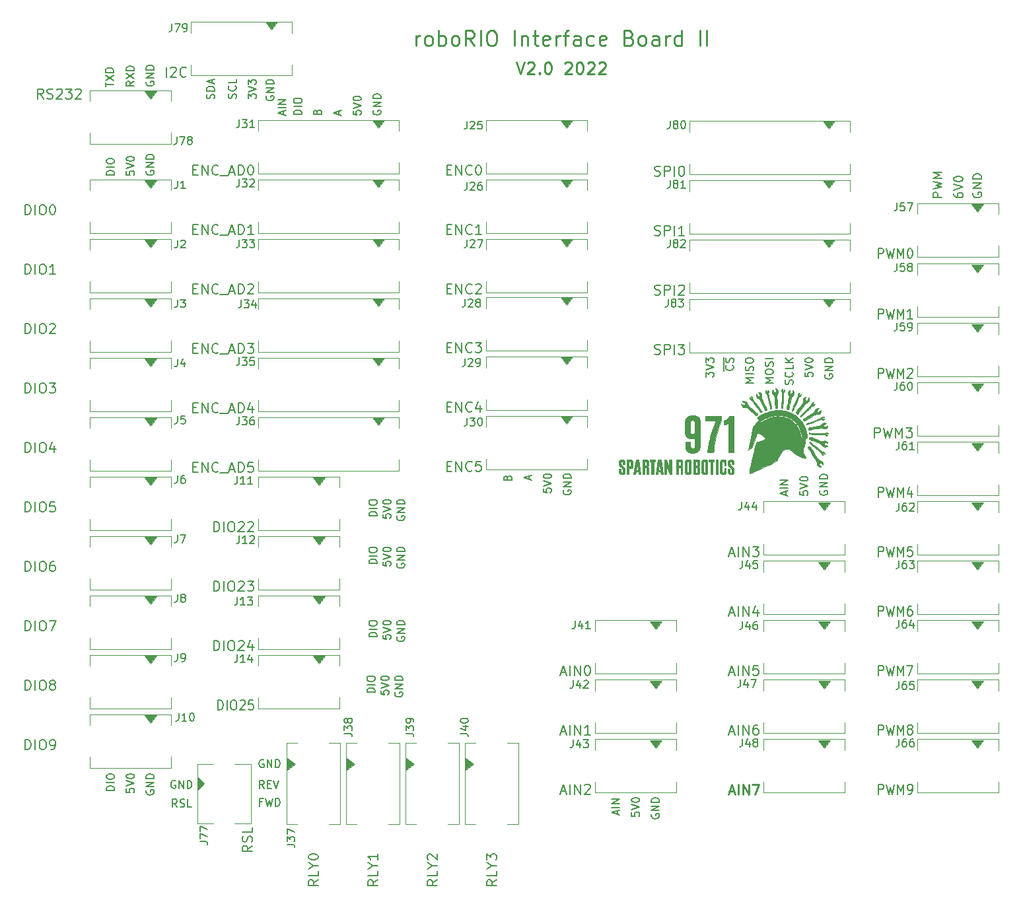
<source format=gbr>
%TF.GenerationSoftware,KiCad,Pcbnew,7.0.10-7.0.10~ubuntu22.04.1*%
%TF.CreationDate,2024-01-21T09:53:34-08:00*%
%TF.ProjectId,RRIB2,52524942-322e-46b6-9963-61645f706362,V1.0*%
%TF.SameCoordinates,PX4fefde0PYc90dba0*%
%TF.FileFunction,Legend,Top*%
%TF.FilePolarity,Positive*%
%FSLAX46Y46*%
G04 Gerber Fmt 4.6, Leading zero omitted, Abs format (unit mm)*
G04 Created by KiCad (PCBNEW 7.0.10-7.0.10~ubuntu22.04.1) date 2024-01-21 09:53:34*
%MOMM*%
%LPD*%
G01*
G04 APERTURE LIST*
%ADD10C,0.012000*%
%ADD11C,0.060000*%
%ADD12C,0.150000*%
%ADD13C,0.254000*%
%ADD14C,0.177800*%
%ADD15C,0.279400*%
%ADD16C,0.203200*%
%ADD17C,0.228600*%
%ADD18C,0.120000*%
%ADD19C,0.200000*%
G04 APERTURE END LIST*
D10*
X187397483Y-148944413D02*
X187468962Y-148948150D01*
X187501951Y-148950998D01*
X187531958Y-148954467D01*
X187558119Y-148958531D01*
X187579574Y-148963165D01*
X187595461Y-148968345D01*
X187601046Y-148971132D01*
X187604916Y-148974046D01*
X187607858Y-148977676D01*
X187608845Y-148979545D01*
X187609501Y-148981459D01*
X187609817Y-148983423D01*
X187609785Y-148985446D01*
X187609400Y-148987532D01*
X187608653Y-148989690D01*
X187606045Y-148994244D01*
X187601902Y-148999161D01*
X187596165Y-149004493D01*
X187588776Y-149010294D01*
X187579676Y-149016616D01*
X187568804Y-149023511D01*
X187556104Y-149031032D01*
X187541515Y-149039233D01*
X187506437Y-149057882D01*
X187463099Y-149079879D01*
X187428083Y-149097270D01*
X187396784Y-149113833D01*
X187369101Y-149129732D01*
X187356583Y-149137484D01*
X187344930Y-149145132D01*
X187334130Y-149152696D01*
X187324170Y-149160197D01*
X187315037Y-149167656D01*
X187306719Y-149175092D01*
X187299202Y-149182527D01*
X187292473Y-149189981D01*
X187286521Y-149197474D01*
X187281331Y-149205027D01*
X187276892Y-149212661D01*
X187273191Y-149220396D01*
X187270214Y-149228253D01*
X187267949Y-149236252D01*
X187266384Y-149244414D01*
X187265504Y-149252759D01*
X187265299Y-149261308D01*
X187265754Y-149270082D01*
X187266857Y-149279100D01*
X187268596Y-149288384D01*
X187270957Y-149297954D01*
X187273927Y-149307831D01*
X187277495Y-149318034D01*
X187281646Y-149328585D01*
X187291650Y-149350813D01*
X187302348Y-149372151D01*
X187313135Y-149390943D01*
X187324202Y-149407223D01*
X187329899Y-149414433D01*
X187335736Y-149421027D01*
X187341738Y-149427010D01*
X187347928Y-149432387D01*
X187354330Y-149437161D01*
X187360967Y-149441337D01*
X187367863Y-149444920D01*
X187375041Y-149447913D01*
X187382525Y-149450321D01*
X187390340Y-149452148D01*
X187398507Y-149453398D01*
X187407052Y-149454076D01*
X187415998Y-149454186D01*
X187425368Y-149453731D01*
X187435186Y-149452717D01*
X187445476Y-149451148D01*
X187467565Y-149446360D01*
X187491824Y-149439402D01*
X187518443Y-149430308D01*
X187547611Y-149419111D01*
X187579517Y-149405846D01*
X187610172Y-149393094D01*
X187637927Y-149381815D01*
X187650758Y-149376722D01*
X187662911Y-149371992D01*
X187674403Y-149367623D01*
X187685250Y-149363612D01*
X187695468Y-149359958D01*
X187705072Y-149356658D01*
X187714078Y-149353711D01*
X187722502Y-149351114D01*
X187730361Y-149348867D01*
X187737670Y-149346966D01*
X187744445Y-149345411D01*
X187750701Y-149344198D01*
X187756455Y-149343326D01*
X187761723Y-149342794D01*
X187766520Y-149342599D01*
X187770863Y-149342739D01*
X187772869Y-149342934D01*
X187774767Y-149343212D01*
X187776559Y-149343573D01*
X187778248Y-149344017D01*
X187779835Y-149344543D01*
X187781322Y-149345151D01*
X187782712Y-149345841D01*
X187784005Y-149346613D01*
X187785205Y-149347466D01*
X187786313Y-149348400D01*
X187787332Y-149349415D01*
X187788262Y-149350510D01*
X187789106Y-149351687D01*
X187789867Y-149352943D01*
X187790546Y-149354279D01*
X187791145Y-149355695D01*
X187791666Y-149357191D01*
X187792111Y-149358765D01*
X187792782Y-149362151D01*
X187793172Y-149365851D01*
X187793299Y-149369863D01*
X187792938Y-149373956D01*
X187791876Y-149378669D01*
X187787767Y-149389810D01*
X187781216Y-149402991D01*
X187772463Y-149417918D01*
X187761751Y-149434296D01*
X187749320Y-149451830D01*
X187735414Y-149470226D01*
X187720274Y-149489190D01*
X187704142Y-149508427D01*
X187687259Y-149527641D01*
X187669868Y-149546540D01*
X187652211Y-149564828D01*
X187634528Y-149582210D01*
X187617063Y-149598393D01*
X187600056Y-149613081D01*
X187583750Y-149625979D01*
X187566451Y-149637563D01*
X187548643Y-149647704D01*
X187530265Y-149656401D01*
X187511254Y-149663649D01*
X187491549Y-149669447D01*
X187471087Y-149673790D01*
X187449807Y-149676677D01*
X187427646Y-149678102D01*
X187404542Y-149678065D01*
X187380434Y-149676560D01*
X187355260Y-149673586D01*
X187328956Y-149669140D01*
X187301462Y-149663217D01*
X187272716Y-149655815D01*
X187242654Y-149646932D01*
X187211217Y-149636563D01*
X187183382Y-149628059D01*
X187152843Y-149620126D01*
X187120469Y-149612936D01*
X187087127Y-149606665D01*
X187053686Y-149601485D01*
X187021014Y-149597570D01*
X186989979Y-149595093D01*
X186975347Y-149594449D01*
X186961450Y-149594229D01*
X186899426Y-149597375D01*
X186807760Y-149606698D01*
X186539969Y-149643177D01*
X186167005Y-149702279D01*
X185697800Y-149782613D01*
X185591392Y-149800898D01*
X185547069Y-149808309D01*
X185508127Y-149814594D01*
X185474157Y-149819776D01*
X185444755Y-149823875D01*
X185431640Y-149825526D01*
X185419514Y-149826914D01*
X185408327Y-149828043D01*
X185398027Y-149828915D01*
X185388565Y-149829532D01*
X185379889Y-149829898D01*
X185371949Y-149830015D01*
X185364694Y-149829886D01*
X185358073Y-149829514D01*
X185352035Y-149828901D01*
X185346529Y-149828050D01*
X185341506Y-149826963D01*
X185336913Y-149825644D01*
X185332701Y-149824096D01*
X185328817Y-149822320D01*
X185325213Y-149820320D01*
X185321837Y-149818098D01*
X185318637Y-149815657D01*
X185315564Y-149813000D01*
X185312567Y-149810129D01*
X185308319Y-149806144D01*
X185304309Y-149801370D01*
X185300537Y-149795859D01*
X185297006Y-149789665D01*
X185293716Y-149782842D01*
X185290670Y-149775443D01*
X185285315Y-149759131D01*
X185280951Y-149741157D01*
X185277592Y-149721949D01*
X185275250Y-149701934D01*
X185273938Y-149681542D01*
X185273667Y-149661199D01*
X185274450Y-149641333D01*
X185276300Y-149622373D01*
X185279230Y-149604746D01*
X185283250Y-149588881D01*
X185285673Y-149581742D01*
X185288374Y-149575204D01*
X185291354Y-149569320D01*
X185294615Y-149564144D01*
X185298158Y-149559729D01*
X185301984Y-149556129D01*
X185320571Y-149549275D01*
X185363367Y-149538601D01*
X185510475Y-149507975D01*
X185721083Y-149468619D01*
X185972967Y-149424896D01*
X186216603Y-149383968D01*
X186415515Y-149349490D01*
X186574195Y-149320568D01*
X186639851Y-149307911D01*
X186697131Y-149296309D01*
X186746599Y-149285649D01*
X186788814Y-149275820D01*
X186824338Y-149266711D01*
X186853732Y-149258209D01*
X186877557Y-149250203D01*
X186896375Y-149242582D01*
X186910747Y-149235233D01*
X186916441Y-149231626D01*
X186921233Y-149228046D01*
X186924819Y-149225082D01*
X186929183Y-149221006D01*
X186939986Y-149209823D01*
X186953120Y-149195118D01*
X186968065Y-149177511D01*
X186984299Y-149157622D01*
X187001303Y-149136071D01*
X187018555Y-149113478D01*
X187035533Y-149090463D01*
X187044378Y-149078990D01*
X187053409Y-149067634D01*
X187062564Y-149056465D01*
X187071781Y-149045550D01*
X187080998Y-149034957D01*
X187090153Y-149024755D01*
X187099184Y-149015012D01*
X187108029Y-149005796D01*
X187116626Y-148997176D01*
X187124913Y-148989219D01*
X187132828Y-148981993D01*
X187140308Y-148975568D01*
X187147293Y-148970010D01*
X187153719Y-148965390D01*
X187159526Y-148961773D01*
X187162177Y-148960363D01*
X187164650Y-148959230D01*
X187180059Y-148954513D01*
X187201104Y-148950664D01*
X187226925Y-148947658D01*
X187256659Y-148945471D01*
X187289443Y-148944078D01*
X187324417Y-148943454D01*
X187397483Y-148944413D01*
G36*
X187397483Y-148944413D02*
G01*
X187468962Y-148948150D01*
X187501951Y-148950998D01*
X187531958Y-148954467D01*
X187558119Y-148958531D01*
X187579574Y-148963165D01*
X187595461Y-148968345D01*
X187601046Y-148971132D01*
X187604916Y-148974046D01*
X187607858Y-148977676D01*
X187608845Y-148979545D01*
X187609501Y-148981459D01*
X187609817Y-148983423D01*
X187609785Y-148985446D01*
X187609400Y-148987532D01*
X187608653Y-148989690D01*
X187606045Y-148994244D01*
X187601902Y-148999161D01*
X187596165Y-149004493D01*
X187588776Y-149010294D01*
X187579676Y-149016616D01*
X187568804Y-149023511D01*
X187556104Y-149031032D01*
X187541515Y-149039233D01*
X187506437Y-149057882D01*
X187463099Y-149079879D01*
X187428083Y-149097270D01*
X187396784Y-149113833D01*
X187369101Y-149129732D01*
X187356583Y-149137484D01*
X187344930Y-149145132D01*
X187334130Y-149152696D01*
X187324170Y-149160197D01*
X187315037Y-149167656D01*
X187306719Y-149175092D01*
X187299202Y-149182527D01*
X187292473Y-149189981D01*
X187286521Y-149197474D01*
X187281331Y-149205027D01*
X187276892Y-149212661D01*
X187273191Y-149220396D01*
X187270214Y-149228253D01*
X187267949Y-149236252D01*
X187266384Y-149244414D01*
X187265504Y-149252759D01*
X187265299Y-149261308D01*
X187265754Y-149270082D01*
X187266857Y-149279100D01*
X187268596Y-149288384D01*
X187270957Y-149297954D01*
X187273927Y-149307831D01*
X187277495Y-149318034D01*
X187281646Y-149328585D01*
X187291650Y-149350813D01*
X187302348Y-149372151D01*
X187313135Y-149390943D01*
X187324202Y-149407223D01*
X187329899Y-149414433D01*
X187335736Y-149421027D01*
X187341738Y-149427010D01*
X187347928Y-149432387D01*
X187354330Y-149437161D01*
X187360967Y-149441337D01*
X187367863Y-149444920D01*
X187375041Y-149447913D01*
X187382525Y-149450321D01*
X187390340Y-149452148D01*
X187398507Y-149453398D01*
X187407052Y-149454076D01*
X187415998Y-149454186D01*
X187425368Y-149453731D01*
X187435186Y-149452717D01*
X187445476Y-149451148D01*
X187467565Y-149446360D01*
X187491824Y-149439402D01*
X187518443Y-149430308D01*
X187547611Y-149419111D01*
X187579517Y-149405846D01*
X187610172Y-149393094D01*
X187637927Y-149381815D01*
X187650758Y-149376722D01*
X187662911Y-149371992D01*
X187674403Y-149367623D01*
X187685250Y-149363612D01*
X187695468Y-149359958D01*
X187705072Y-149356658D01*
X187714078Y-149353711D01*
X187722502Y-149351114D01*
X187730361Y-149348867D01*
X187737670Y-149346966D01*
X187744445Y-149345411D01*
X187750701Y-149344198D01*
X187756455Y-149343326D01*
X187761723Y-149342794D01*
X187766520Y-149342599D01*
X187770863Y-149342739D01*
X187772869Y-149342934D01*
X187774767Y-149343212D01*
X187776559Y-149343573D01*
X187778248Y-149344017D01*
X187779835Y-149344543D01*
X187781322Y-149345151D01*
X187782712Y-149345841D01*
X187784005Y-149346613D01*
X187785205Y-149347466D01*
X187786313Y-149348400D01*
X187787332Y-149349415D01*
X187788262Y-149350510D01*
X187789106Y-149351687D01*
X187789867Y-149352943D01*
X187790546Y-149354279D01*
X187791145Y-149355695D01*
X187791666Y-149357191D01*
X187792111Y-149358765D01*
X187792782Y-149362151D01*
X187793172Y-149365851D01*
X187793299Y-149369863D01*
X187792938Y-149373956D01*
X187791876Y-149378669D01*
X187787767Y-149389810D01*
X187781216Y-149402991D01*
X187772463Y-149417918D01*
X187761751Y-149434296D01*
X187749320Y-149451830D01*
X187735414Y-149470226D01*
X187720274Y-149489190D01*
X187704142Y-149508427D01*
X187687259Y-149527641D01*
X187669868Y-149546540D01*
X187652211Y-149564828D01*
X187634528Y-149582210D01*
X187617063Y-149598393D01*
X187600056Y-149613081D01*
X187583750Y-149625979D01*
X187566451Y-149637563D01*
X187548643Y-149647704D01*
X187530265Y-149656401D01*
X187511254Y-149663649D01*
X187491549Y-149669447D01*
X187471087Y-149673790D01*
X187449807Y-149676677D01*
X187427646Y-149678102D01*
X187404542Y-149678065D01*
X187380434Y-149676560D01*
X187355260Y-149673586D01*
X187328956Y-149669140D01*
X187301462Y-149663217D01*
X187272716Y-149655815D01*
X187242654Y-149646932D01*
X187211217Y-149636563D01*
X187183382Y-149628059D01*
X187152843Y-149620126D01*
X187120469Y-149612936D01*
X187087127Y-149606665D01*
X187053686Y-149601485D01*
X187021014Y-149597570D01*
X186989979Y-149595093D01*
X186975347Y-149594449D01*
X186961450Y-149594229D01*
X186899426Y-149597375D01*
X186807760Y-149606698D01*
X186539969Y-149643177D01*
X186167005Y-149702279D01*
X185697800Y-149782613D01*
X185591392Y-149800898D01*
X185547069Y-149808309D01*
X185508127Y-149814594D01*
X185474157Y-149819776D01*
X185444755Y-149823875D01*
X185431640Y-149825526D01*
X185419514Y-149826914D01*
X185408327Y-149828043D01*
X185398027Y-149828915D01*
X185388565Y-149829532D01*
X185379889Y-149829898D01*
X185371949Y-149830015D01*
X185364694Y-149829886D01*
X185358073Y-149829514D01*
X185352035Y-149828901D01*
X185346529Y-149828050D01*
X185341506Y-149826963D01*
X185336913Y-149825644D01*
X185332701Y-149824096D01*
X185328817Y-149822320D01*
X185325213Y-149820320D01*
X185321837Y-149818098D01*
X185318637Y-149815657D01*
X185315564Y-149813000D01*
X185312567Y-149810129D01*
X185308319Y-149806144D01*
X185304309Y-149801370D01*
X185300537Y-149795859D01*
X185297006Y-149789665D01*
X185293716Y-149782842D01*
X185290670Y-149775443D01*
X185285315Y-149759131D01*
X185280951Y-149741157D01*
X185277592Y-149721949D01*
X185275250Y-149701934D01*
X185273938Y-149681542D01*
X185273667Y-149661199D01*
X185274450Y-149641333D01*
X185276300Y-149622373D01*
X185279230Y-149604746D01*
X185283250Y-149588881D01*
X185285673Y-149581742D01*
X185288374Y-149575204D01*
X185291354Y-149569320D01*
X185294615Y-149564144D01*
X185298158Y-149559729D01*
X185301984Y-149556129D01*
X185320571Y-149549275D01*
X185363367Y-149538601D01*
X185510475Y-149507975D01*
X185721083Y-149468619D01*
X185972967Y-149424896D01*
X186216603Y-149383968D01*
X186415515Y-149349490D01*
X186574195Y-149320568D01*
X186639851Y-149307911D01*
X186697131Y-149296309D01*
X186746599Y-149285649D01*
X186788814Y-149275820D01*
X186824338Y-149266711D01*
X186853732Y-149258209D01*
X186877557Y-149250203D01*
X186896375Y-149242582D01*
X186910747Y-149235233D01*
X186916441Y-149231626D01*
X186921233Y-149228046D01*
X186924819Y-149225082D01*
X186929183Y-149221006D01*
X186939986Y-149209823D01*
X186953120Y-149195118D01*
X186968065Y-149177511D01*
X186984299Y-149157622D01*
X187001303Y-149136071D01*
X187018555Y-149113478D01*
X187035533Y-149090463D01*
X187044378Y-149078990D01*
X187053409Y-149067634D01*
X187062564Y-149056465D01*
X187071781Y-149045550D01*
X187080998Y-149034957D01*
X187090153Y-149024755D01*
X187099184Y-149015012D01*
X187108029Y-149005796D01*
X187116626Y-148997176D01*
X187124913Y-148989219D01*
X187132828Y-148981993D01*
X187140308Y-148975568D01*
X187147293Y-148970010D01*
X187153719Y-148965390D01*
X187159526Y-148961773D01*
X187162177Y-148960363D01*
X187164650Y-148959230D01*
X187180059Y-148954513D01*
X187201104Y-148950664D01*
X187226925Y-148947658D01*
X187256659Y-148945471D01*
X187289443Y-148944078D01*
X187324417Y-148943454D01*
X187397483Y-148944413D01*
G37*
D11*
X173694801Y-155509728D02*
X173428328Y-155509728D01*
X173428328Y-153667094D01*
X173694801Y-153667094D01*
X173694801Y-155509728D01*
G36*
X173694801Y-155509728D02*
G01*
X173428328Y-155509728D01*
X173428328Y-153667094D01*
X173694801Y-153667094D01*
X173694801Y-155509728D01*
G37*
D10*
X183291361Y-144736327D02*
X183295535Y-144737877D01*
X183300035Y-144740201D01*
X183309902Y-144747030D01*
X183320750Y-144756526D01*
X183332363Y-144768399D01*
X183344528Y-144782363D01*
X183357031Y-144798128D01*
X183369659Y-144815406D01*
X183382196Y-144833909D01*
X183394429Y-144853348D01*
X183406145Y-144873435D01*
X183417129Y-144893882D01*
X183427167Y-144914400D01*
X183436045Y-144934701D01*
X183443550Y-144954496D01*
X183454081Y-144987483D01*
X183462612Y-145018364D01*
X183469079Y-145047416D01*
X183473415Y-145074915D01*
X183474764Y-145088168D01*
X183475556Y-145101136D01*
X183475783Y-145113854D01*
X183475436Y-145126356D01*
X183474509Y-145138676D01*
X183472992Y-145150850D01*
X183470877Y-145162911D01*
X183468156Y-145174894D01*
X183464822Y-145186834D01*
X183460865Y-145198765D01*
X183456278Y-145210722D01*
X183451053Y-145222738D01*
X183445182Y-145234850D01*
X183438656Y-145247090D01*
X183423607Y-145272096D01*
X183405842Y-145298032D01*
X183385296Y-145325174D01*
X183361904Y-145353798D01*
X183335600Y-145384180D01*
X183325169Y-145396116D01*
X183314561Y-145408828D01*
X183293101Y-145436104D01*
X183271790Y-145465068D01*
X183251198Y-145494776D01*
X183231896Y-145524285D01*
X183214454Y-145552653D01*
X183199443Y-145578938D01*
X183193027Y-145591004D01*
X183187433Y-145602196D01*
X183174394Y-145638730D01*
X183154956Y-145701580D01*
X183100650Y-145892444D01*
X183032057Y-146147205D01*
X182956717Y-146438280D01*
X182885544Y-146722277D01*
X182825484Y-146957657D01*
X182782886Y-147119615D01*
X182770119Y-147165309D01*
X182764100Y-147183347D01*
X182762009Y-147186379D01*
X182759327Y-147189131D01*
X182756084Y-147191605D01*
X182752310Y-147193806D01*
X182748033Y-147195736D01*
X182743283Y-147197401D01*
X182732483Y-147199949D01*
X182720144Y-147201480D01*
X182706504Y-147202024D01*
X182691797Y-147201614D01*
X182676259Y-147200280D01*
X182660125Y-147198052D01*
X182643632Y-147194963D01*
X182627015Y-147191043D01*
X182610510Y-147186323D01*
X182594352Y-147180834D01*
X182578776Y-147174607D01*
X182564020Y-147167673D01*
X182550317Y-147160063D01*
X182543254Y-147155678D01*
X182536377Y-147151274D01*
X182529723Y-147146882D01*
X182523329Y-147142534D01*
X182517234Y-147138261D01*
X182511473Y-147134092D01*
X182506084Y-147130061D01*
X182501104Y-147126196D01*
X182496571Y-147122530D01*
X182492522Y-147119094D01*
X182488994Y-147115918D01*
X182486023Y-147113033D01*
X182483648Y-147110471D01*
X182482696Y-147109321D01*
X182481906Y-147108262D01*
X182481283Y-147107300D01*
X182480833Y-147106438D01*
X182480559Y-147105680D01*
X182480467Y-147105030D01*
X182493828Y-147045664D01*
X182530209Y-146895215D01*
X182649800Y-146410763D01*
X182684713Y-146271510D01*
X182717567Y-146136919D01*
X182774419Y-145894826D01*
X182815000Y-145710676D01*
X182827514Y-145648515D01*
X182833950Y-145610663D01*
X182837117Y-145573167D01*
X182837978Y-145556815D01*
X182838250Y-145541673D01*
X182837852Y-145527449D01*
X182836704Y-145513851D01*
X182834724Y-145500587D01*
X182831834Y-145487367D01*
X182827951Y-145473900D01*
X182822995Y-145459892D01*
X182816886Y-145445054D01*
X182809542Y-145429093D01*
X182800884Y-145411718D01*
X182790831Y-145392638D01*
X182766217Y-145348196D01*
X182750590Y-145318587D01*
X182737047Y-145291406D01*
X182725587Y-145266253D01*
X182716211Y-145242727D01*
X182708918Y-145220429D01*
X182703709Y-145198959D01*
X182701886Y-145188410D01*
X182700584Y-145177917D01*
X182699803Y-145167431D01*
X182699542Y-145156903D01*
X182699803Y-145146281D01*
X182700584Y-145135517D01*
X182703709Y-145113358D01*
X182708918Y-145090028D01*
X182716211Y-145065125D01*
X182725587Y-145038251D01*
X182737047Y-145009005D01*
X182750590Y-144976986D01*
X182766217Y-144941796D01*
X182776507Y-144919727D01*
X182786722Y-144898789D01*
X182796838Y-144879024D01*
X182806830Y-144860470D01*
X182816674Y-144843169D01*
X182826343Y-144827162D01*
X182835815Y-144812487D01*
X182845063Y-144799186D01*
X182854063Y-144787299D01*
X182858462Y-144781898D01*
X182862790Y-144776866D01*
X182867043Y-144772208D01*
X182871219Y-144767928D01*
X182875315Y-144764031D01*
X182879326Y-144760524D01*
X182883251Y-144757410D01*
X182887086Y-144754695D01*
X182890828Y-144752384D01*
X182894474Y-144750482D01*
X182898021Y-144748994D01*
X182901465Y-144747925D01*
X182904804Y-144747280D01*
X182908034Y-144747063D01*
X182908827Y-144747309D01*
X182909619Y-144748039D01*
X182911192Y-144750904D01*
X182912740Y-144755560D01*
X182914251Y-144761913D01*
X182917112Y-144779322D01*
X182919675Y-144802361D01*
X182921842Y-144830262D01*
X182923512Y-144862256D01*
X182924587Y-144897574D01*
X182924967Y-144935447D01*
X182925004Y-144967618D01*
X182925165Y-144996069D01*
X182925525Y-145021097D01*
X182926158Y-145043000D01*
X182926599Y-145052872D01*
X182927137Y-145062075D01*
X182927781Y-145070645D01*
X182928539Y-145078619D01*
X182929421Y-145086036D01*
X182930436Y-145092932D01*
X182931595Y-145099344D01*
X182932905Y-145105309D01*
X182934376Y-145110865D01*
X182936018Y-145116050D01*
X182937839Y-145120899D01*
X182939850Y-145125451D01*
X182942059Y-145129742D01*
X182944476Y-145133810D01*
X182947110Y-145137692D01*
X182949970Y-145141425D01*
X182953066Y-145145046D01*
X182956407Y-145148593D01*
X182960002Y-145152103D01*
X182963861Y-145155613D01*
X182967992Y-145159160D01*
X182972406Y-145162782D01*
X182982117Y-145170397D01*
X182990289Y-145176799D01*
X182998178Y-145182526D01*
X183005851Y-145187595D01*
X183013371Y-145192026D01*
X183020805Y-145195837D01*
X183028217Y-145199046D01*
X183035672Y-145201672D01*
X183043236Y-145203734D01*
X183050973Y-145205250D01*
X183058950Y-145206239D01*
X183067230Y-145206720D01*
X183075879Y-145206711D01*
X183084962Y-145206230D01*
X183094544Y-145205297D01*
X183104691Y-145203929D01*
X183115467Y-145202147D01*
X183138409Y-145197268D01*
X183158904Y-145191993D01*
X183177086Y-145186073D01*
X183193089Y-145179260D01*
X183200315Y-145175441D01*
X183207045Y-145171306D01*
X183213298Y-145166824D01*
X183219088Y-145161963D01*
X183224434Y-145156693D01*
X183229352Y-145150983D01*
X183233858Y-145144801D01*
X183237969Y-145138117D01*
X183241702Y-145130900D01*
X183245073Y-145123119D01*
X183248099Y-145114742D01*
X183250797Y-145105739D01*
X183255275Y-145085730D01*
X183258639Y-145062843D01*
X183261024Y-145036832D01*
X183262563Y-145007446D01*
X183263388Y-144974440D01*
X183263633Y-144937563D01*
X183263923Y-144900191D01*
X183264758Y-144864803D01*
X183266089Y-144832193D01*
X183267867Y-144803155D01*
X183268908Y-144790223D01*
X183270042Y-144778483D01*
X183271262Y-144768032D01*
X183272563Y-144758970D01*
X183273939Y-144751396D01*
X183275383Y-144745410D01*
X183276889Y-144741110D01*
X183277663Y-144739624D01*
X183278450Y-144738597D01*
X183281056Y-144736687D01*
X183284095Y-144735696D01*
X183287539Y-144735588D01*
X183291361Y-144736327D01*
G36*
X183291361Y-144736327D02*
G01*
X183295535Y-144737877D01*
X183300035Y-144740201D01*
X183309902Y-144747030D01*
X183320750Y-144756526D01*
X183332363Y-144768399D01*
X183344528Y-144782363D01*
X183357031Y-144798128D01*
X183369659Y-144815406D01*
X183382196Y-144833909D01*
X183394429Y-144853348D01*
X183406145Y-144873435D01*
X183417129Y-144893882D01*
X183427167Y-144914400D01*
X183436045Y-144934701D01*
X183443550Y-144954496D01*
X183454081Y-144987483D01*
X183462612Y-145018364D01*
X183469079Y-145047416D01*
X183473415Y-145074915D01*
X183474764Y-145088168D01*
X183475556Y-145101136D01*
X183475783Y-145113854D01*
X183475436Y-145126356D01*
X183474509Y-145138676D01*
X183472992Y-145150850D01*
X183470877Y-145162911D01*
X183468156Y-145174894D01*
X183464822Y-145186834D01*
X183460865Y-145198765D01*
X183456278Y-145210722D01*
X183451053Y-145222738D01*
X183445182Y-145234850D01*
X183438656Y-145247090D01*
X183423607Y-145272096D01*
X183405842Y-145298032D01*
X183385296Y-145325174D01*
X183361904Y-145353798D01*
X183335600Y-145384180D01*
X183325169Y-145396116D01*
X183314561Y-145408828D01*
X183293101Y-145436104D01*
X183271790Y-145465068D01*
X183251198Y-145494776D01*
X183231896Y-145524285D01*
X183214454Y-145552653D01*
X183199443Y-145578938D01*
X183193027Y-145591004D01*
X183187433Y-145602196D01*
X183174394Y-145638730D01*
X183154956Y-145701580D01*
X183100650Y-145892444D01*
X183032057Y-146147205D01*
X182956717Y-146438280D01*
X182885544Y-146722277D01*
X182825484Y-146957657D01*
X182782886Y-147119615D01*
X182770119Y-147165309D01*
X182764100Y-147183347D01*
X182762009Y-147186379D01*
X182759327Y-147189131D01*
X182756084Y-147191605D01*
X182752310Y-147193806D01*
X182748033Y-147195736D01*
X182743283Y-147197401D01*
X182732483Y-147199949D01*
X182720144Y-147201480D01*
X182706504Y-147202024D01*
X182691797Y-147201614D01*
X182676259Y-147200280D01*
X182660125Y-147198052D01*
X182643632Y-147194963D01*
X182627015Y-147191043D01*
X182610510Y-147186323D01*
X182594352Y-147180834D01*
X182578776Y-147174607D01*
X182564020Y-147167673D01*
X182550317Y-147160063D01*
X182543254Y-147155678D01*
X182536377Y-147151274D01*
X182529723Y-147146882D01*
X182523329Y-147142534D01*
X182517234Y-147138261D01*
X182511473Y-147134092D01*
X182506084Y-147130061D01*
X182501104Y-147126196D01*
X182496571Y-147122530D01*
X182492522Y-147119094D01*
X182488994Y-147115918D01*
X182486023Y-147113033D01*
X182483648Y-147110471D01*
X182482696Y-147109321D01*
X182481906Y-147108262D01*
X182481283Y-147107300D01*
X182480833Y-147106438D01*
X182480559Y-147105680D01*
X182480467Y-147105030D01*
X182493828Y-147045664D01*
X182530209Y-146895215D01*
X182649800Y-146410763D01*
X182684713Y-146271510D01*
X182717567Y-146136919D01*
X182774419Y-145894826D01*
X182815000Y-145710676D01*
X182827514Y-145648515D01*
X182833950Y-145610663D01*
X182837117Y-145573167D01*
X182837978Y-145556815D01*
X182838250Y-145541673D01*
X182837852Y-145527449D01*
X182836704Y-145513851D01*
X182834724Y-145500587D01*
X182831834Y-145487367D01*
X182827951Y-145473900D01*
X182822995Y-145459892D01*
X182816886Y-145445054D01*
X182809542Y-145429093D01*
X182800884Y-145411718D01*
X182790831Y-145392638D01*
X182766217Y-145348196D01*
X182750590Y-145318587D01*
X182737047Y-145291406D01*
X182725587Y-145266253D01*
X182716211Y-145242727D01*
X182708918Y-145220429D01*
X182703709Y-145198959D01*
X182701886Y-145188410D01*
X182700584Y-145177917D01*
X182699803Y-145167431D01*
X182699542Y-145156903D01*
X182699803Y-145146281D01*
X182700584Y-145135517D01*
X182703709Y-145113358D01*
X182708918Y-145090028D01*
X182716211Y-145065125D01*
X182725587Y-145038251D01*
X182737047Y-145009005D01*
X182750590Y-144976986D01*
X182766217Y-144941796D01*
X182776507Y-144919727D01*
X182786722Y-144898789D01*
X182796838Y-144879024D01*
X182806830Y-144860470D01*
X182816674Y-144843169D01*
X182826343Y-144827162D01*
X182835815Y-144812487D01*
X182845063Y-144799186D01*
X182854063Y-144787299D01*
X182858462Y-144781898D01*
X182862790Y-144776866D01*
X182867043Y-144772208D01*
X182871219Y-144767928D01*
X182875315Y-144764031D01*
X182879326Y-144760524D01*
X182883251Y-144757410D01*
X182887086Y-144754695D01*
X182890828Y-144752384D01*
X182894474Y-144750482D01*
X182898021Y-144748994D01*
X182901465Y-144747925D01*
X182904804Y-144747280D01*
X182908034Y-144747063D01*
X182908827Y-144747309D01*
X182909619Y-144748039D01*
X182911192Y-144750904D01*
X182912740Y-144755560D01*
X182914251Y-144761913D01*
X182917112Y-144779322D01*
X182919675Y-144802361D01*
X182921842Y-144830262D01*
X182923512Y-144862256D01*
X182924587Y-144897574D01*
X182924967Y-144935447D01*
X182925004Y-144967618D01*
X182925165Y-144996069D01*
X182925525Y-145021097D01*
X182926158Y-145043000D01*
X182926599Y-145052872D01*
X182927137Y-145062075D01*
X182927781Y-145070645D01*
X182928539Y-145078619D01*
X182929421Y-145086036D01*
X182930436Y-145092932D01*
X182931595Y-145099344D01*
X182932905Y-145105309D01*
X182934376Y-145110865D01*
X182936018Y-145116050D01*
X182937839Y-145120899D01*
X182939850Y-145125451D01*
X182942059Y-145129742D01*
X182944476Y-145133810D01*
X182947110Y-145137692D01*
X182949970Y-145141425D01*
X182953066Y-145145046D01*
X182956407Y-145148593D01*
X182960002Y-145152103D01*
X182963861Y-145155613D01*
X182967992Y-145159160D01*
X182972406Y-145162782D01*
X182982117Y-145170397D01*
X182990289Y-145176799D01*
X182998178Y-145182526D01*
X183005851Y-145187595D01*
X183013371Y-145192026D01*
X183020805Y-145195837D01*
X183028217Y-145199046D01*
X183035672Y-145201672D01*
X183043236Y-145203734D01*
X183050973Y-145205250D01*
X183058950Y-145206239D01*
X183067230Y-145206720D01*
X183075879Y-145206711D01*
X183084962Y-145206230D01*
X183094544Y-145205297D01*
X183104691Y-145203929D01*
X183115467Y-145202147D01*
X183138409Y-145197268D01*
X183158904Y-145191993D01*
X183177086Y-145186073D01*
X183193089Y-145179260D01*
X183200315Y-145175441D01*
X183207045Y-145171306D01*
X183213298Y-145166824D01*
X183219088Y-145161963D01*
X183224434Y-145156693D01*
X183229352Y-145150983D01*
X183233858Y-145144801D01*
X183237969Y-145138117D01*
X183241702Y-145130900D01*
X183245073Y-145123119D01*
X183248099Y-145114742D01*
X183250797Y-145105739D01*
X183255275Y-145085730D01*
X183258639Y-145062843D01*
X183261024Y-145036832D01*
X183262563Y-145007446D01*
X183263388Y-144974440D01*
X183263633Y-144937563D01*
X183263923Y-144900191D01*
X183264758Y-144864803D01*
X183266089Y-144832193D01*
X183267867Y-144803155D01*
X183268908Y-144790223D01*
X183270042Y-144778483D01*
X183271262Y-144768032D01*
X183272563Y-144758970D01*
X183273939Y-144751396D01*
X183275383Y-144745410D01*
X183276889Y-144741110D01*
X183277663Y-144739624D01*
X183278450Y-144738597D01*
X183281056Y-144736687D01*
X183284095Y-144735696D01*
X183287539Y-144735588D01*
X183291361Y-144736327D01*
G37*
X187172276Y-148116752D02*
X187179844Y-148117447D01*
X187187735Y-148118483D01*
X187204607Y-148121541D01*
X187223147Y-148125854D01*
X187243610Y-148131352D01*
X187266250Y-148137963D01*
X187288025Y-148144543D01*
X187306504Y-148150816D01*
X187321665Y-148156822D01*
X187333487Y-148162602D01*
X187338139Y-148165420D01*
X187341948Y-148168196D01*
X187344912Y-148170936D01*
X187347027Y-148173644D01*
X187348290Y-148176326D01*
X187348700Y-148178987D01*
X187348254Y-148181632D01*
X187346948Y-148184265D01*
X187344780Y-148186892D01*
X187341748Y-148189518D01*
X187337848Y-148192148D01*
X187333078Y-148194786D01*
X187320917Y-148200111D01*
X187305243Y-148205531D01*
X187286034Y-148211088D01*
X187263269Y-148216821D01*
X187236926Y-148222772D01*
X187206983Y-148228980D01*
X187199790Y-148230492D01*
X187192897Y-148232246D01*
X187186306Y-148234237D01*
X187180020Y-148236458D01*
X187174041Y-148238904D01*
X187168371Y-148241569D01*
X187163013Y-148244448D01*
X187157969Y-148247533D01*
X187153241Y-148250821D01*
X187148832Y-148254304D01*
X187144743Y-148257976D01*
X187140978Y-148261833D01*
X187137538Y-148265869D01*
X187134426Y-148270076D01*
X187131645Y-148274451D01*
X187129196Y-148278986D01*
X187127081Y-148283676D01*
X187125304Y-148288515D01*
X187123867Y-148293498D01*
X187122771Y-148298619D01*
X187122020Y-148303871D01*
X187121615Y-148309249D01*
X187121559Y-148314747D01*
X187121853Y-148320360D01*
X187122502Y-148326081D01*
X187123506Y-148331905D01*
X187124868Y-148337826D01*
X187126591Y-148343838D01*
X187128677Y-148349935D01*
X187131127Y-148356112D01*
X187133945Y-148362362D01*
X187137133Y-148368680D01*
X187141423Y-148375803D01*
X187145654Y-148382111D01*
X187149965Y-148387632D01*
X187154497Y-148392393D01*
X187159388Y-148396422D01*
X187164778Y-148399747D01*
X187170807Y-148402397D01*
X187177615Y-148404398D01*
X187185340Y-148405779D01*
X187194122Y-148406569D01*
X187204101Y-148406793D01*
X187215417Y-148406482D01*
X187228208Y-148405662D01*
X187242615Y-148404361D01*
X187276833Y-148400430D01*
X187303795Y-148397973D01*
X187326736Y-148396945D01*
X187345652Y-148397337D01*
X187353600Y-148398063D01*
X187360541Y-148399140D01*
X187366474Y-148400567D01*
X187371399Y-148402344D01*
X187375315Y-148404469D01*
X187378222Y-148406941D01*
X187380121Y-148409758D01*
X187381009Y-148412920D01*
X187380888Y-148416426D01*
X187379756Y-148420273D01*
X187377614Y-148424462D01*
X187374460Y-148428991D01*
X187370295Y-148433858D01*
X187365117Y-148439063D01*
X187351725Y-148450481D01*
X187334281Y-148463235D01*
X187312781Y-148477317D01*
X187287222Y-148492716D01*
X187257602Y-148509423D01*
X187223917Y-148527430D01*
X187216534Y-148531125D01*
X187209402Y-148534272D01*
X187202425Y-148536866D01*
X187195507Y-148538906D01*
X187188552Y-148540388D01*
X187181464Y-148541308D01*
X187174146Y-148541664D01*
X187166502Y-148541453D01*
X187158437Y-148540671D01*
X187149854Y-148539315D01*
X187140657Y-148537383D01*
X187130750Y-148534871D01*
X187120037Y-148531776D01*
X187108422Y-148528095D01*
X187082100Y-148518963D01*
X187068012Y-148513752D01*
X187055026Y-148509227D01*
X187043000Y-148505377D01*
X187031796Y-148502195D01*
X187021274Y-148499669D01*
X187011295Y-148497792D01*
X187001719Y-148496553D01*
X186992406Y-148495944D01*
X186983218Y-148495955D01*
X186974014Y-148496577D01*
X186964654Y-148497800D01*
X186955001Y-148499615D01*
X186944913Y-148502014D01*
X186934252Y-148504985D01*
X186922877Y-148508522D01*
X186910650Y-148512613D01*
X185977200Y-148857629D01*
X185643131Y-148979371D01*
X185495332Y-149032019D01*
X185365219Y-149077498D01*
X185256438Y-149114544D01*
X185172636Y-149141891D01*
X185117457Y-149158275D01*
X185101742Y-149161960D01*
X185094550Y-149162430D01*
X185091011Y-149160984D01*
X185087541Y-149159047D01*
X185084149Y-149156650D01*
X185080842Y-149153822D01*
X185077628Y-149150595D01*
X185074514Y-149146998D01*
X185071510Y-149143061D01*
X185068621Y-149138815D01*
X185063224Y-149129517D01*
X185058385Y-149119344D01*
X185054166Y-149108538D01*
X185050629Y-149097342D01*
X185047837Y-149085997D01*
X185045850Y-149074745D01*
X185044732Y-149063828D01*
X185044544Y-149053487D01*
X185044818Y-149048609D01*
X185045348Y-149043965D01*
X185046141Y-149039587D01*
X185047206Y-149035504D01*
X185048550Y-149031747D01*
X185050180Y-149028345D01*
X185052106Y-149025329D01*
X185054333Y-149022730D01*
X185065297Y-149016285D01*
X185089258Y-149005300D01*
X185124729Y-148990397D01*
X185170221Y-148972194D01*
X185285314Y-148928372D01*
X185422633Y-148878796D01*
X185891938Y-148706883D01*
X186341796Y-148538542D01*
X186692435Y-148404332D01*
X186805619Y-148359576D01*
X186864083Y-148334813D01*
X186871959Y-148330433D01*
X186880454Y-148325271D01*
X186889496Y-148319391D01*
X186899008Y-148312853D01*
X186908918Y-148305719D01*
X186919150Y-148298052D01*
X186940283Y-148281367D01*
X186961814Y-148263293D01*
X186983146Y-148244325D01*
X187003684Y-148224961D01*
X187013469Y-148215285D01*
X187022833Y-148205696D01*
X187039519Y-148188123D01*
X187054823Y-148172660D01*
X187068998Y-148159239D01*
X187082298Y-148147785D01*
X187094978Y-148138230D01*
X187101165Y-148134142D01*
X187107293Y-148130501D01*
X187113392Y-148127299D01*
X187119496Y-148124526D01*
X187125635Y-148122175D01*
X187131841Y-148120236D01*
X187138147Y-148118699D01*
X187144584Y-148117557D01*
X187151183Y-148116800D01*
X187157977Y-148116420D01*
X187164998Y-148116407D01*
X187172276Y-148116752D01*
G36*
X187172276Y-148116752D02*
G01*
X187179844Y-148117447D01*
X187187735Y-148118483D01*
X187204607Y-148121541D01*
X187223147Y-148125854D01*
X187243610Y-148131352D01*
X187266250Y-148137963D01*
X187288025Y-148144543D01*
X187306504Y-148150816D01*
X187321665Y-148156822D01*
X187333487Y-148162602D01*
X187338139Y-148165420D01*
X187341948Y-148168196D01*
X187344912Y-148170936D01*
X187347027Y-148173644D01*
X187348290Y-148176326D01*
X187348700Y-148178987D01*
X187348254Y-148181632D01*
X187346948Y-148184265D01*
X187344780Y-148186892D01*
X187341748Y-148189518D01*
X187337848Y-148192148D01*
X187333078Y-148194786D01*
X187320917Y-148200111D01*
X187305243Y-148205531D01*
X187286034Y-148211088D01*
X187263269Y-148216821D01*
X187236926Y-148222772D01*
X187206983Y-148228980D01*
X187199790Y-148230492D01*
X187192897Y-148232246D01*
X187186306Y-148234237D01*
X187180020Y-148236458D01*
X187174041Y-148238904D01*
X187168371Y-148241569D01*
X187163013Y-148244448D01*
X187157969Y-148247533D01*
X187153241Y-148250821D01*
X187148832Y-148254304D01*
X187144743Y-148257976D01*
X187140978Y-148261833D01*
X187137538Y-148265869D01*
X187134426Y-148270076D01*
X187131645Y-148274451D01*
X187129196Y-148278986D01*
X187127081Y-148283676D01*
X187125304Y-148288515D01*
X187123867Y-148293498D01*
X187122771Y-148298619D01*
X187122020Y-148303871D01*
X187121615Y-148309249D01*
X187121559Y-148314747D01*
X187121853Y-148320360D01*
X187122502Y-148326081D01*
X187123506Y-148331905D01*
X187124868Y-148337826D01*
X187126591Y-148343838D01*
X187128677Y-148349935D01*
X187131127Y-148356112D01*
X187133945Y-148362362D01*
X187137133Y-148368680D01*
X187141423Y-148375803D01*
X187145654Y-148382111D01*
X187149965Y-148387632D01*
X187154497Y-148392393D01*
X187159388Y-148396422D01*
X187164778Y-148399747D01*
X187170807Y-148402397D01*
X187177615Y-148404398D01*
X187185340Y-148405779D01*
X187194122Y-148406569D01*
X187204101Y-148406793D01*
X187215417Y-148406482D01*
X187228208Y-148405662D01*
X187242615Y-148404361D01*
X187276833Y-148400430D01*
X187303795Y-148397973D01*
X187326736Y-148396945D01*
X187345652Y-148397337D01*
X187353600Y-148398063D01*
X187360541Y-148399140D01*
X187366474Y-148400567D01*
X187371399Y-148402344D01*
X187375315Y-148404469D01*
X187378222Y-148406941D01*
X187380121Y-148409758D01*
X187381009Y-148412920D01*
X187380888Y-148416426D01*
X187379756Y-148420273D01*
X187377614Y-148424462D01*
X187374460Y-148428991D01*
X187370295Y-148433858D01*
X187365117Y-148439063D01*
X187351725Y-148450481D01*
X187334281Y-148463235D01*
X187312781Y-148477317D01*
X187287222Y-148492716D01*
X187257602Y-148509423D01*
X187223917Y-148527430D01*
X187216534Y-148531125D01*
X187209402Y-148534272D01*
X187202425Y-148536866D01*
X187195507Y-148538906D01*
X187188552Y-148540388D01*
X187181464Y-148541308D01*
X187174146Y-148541664D01*
X187166502Y-148541453D01*
X187158437Y-148540671D01*
X187149854Y-148539315D01*
X187140657Y-148537383D01*
X187130750Y-148534871D01*
X187120037Y-148531776D01*
X187108422Y-148528095D01*
X187082100Y-148518963D01*
X187068012Y-148513752D01*
X187055026Y-148509227D01*
X187043000Y-148505377D01*
X187031796Y-148502195D01*
X187021274Y-148499669D01*
X187011295Y-148497792D01*
X187001719Y-148496553D01*
X186992406Y-148495944D01*
X186983218Y-148495955D01*
X186974014Y-148496577D01*
X186964654Y-148497800D01*
X186955001Y-148499615D01*
X186944913Y-148502014D01*
X186934252Y-148504985D01*
X186922877Y-148508522D01*
X186910650Y-148512613D01*
X185977200Y-148857629D01*
X185643131Y-148979371D01*
X185495332Y-149032019D01*
X185365219Y-149077498D01*
X185256438Y-149114544D01*
X185172636Y-149141891D01*
X185117457Y-149158275D01*
X185101742Y-149161960D01*
X185094550Y-149162430D01*
X185091011Y-149160984D01*
X185087541Y-149159047D01*
X185084149Y-149156650D01*
X185080842Y-149153822D01*
X185077628Y-149150595D01*
X185074514Y-149146998D01*
X185071510Y-149143061D01*
X185068621Y-149138815D01*
X185063224Y-149129517D01*
X185058385Y-149119344D01*
X185054166Y-149108538D01*
X185050629Y-149097342D01*
X185047837Y-149085997D01*
X185045850Y-149074745D01*
X185044732Y-149063828D01*
X185044544Y-149053487D01*
X185044818Y-149048609D01*
X185045348Y-149043965D01*
X185046141Y-149039587D01*
X185047206Y-149035504D01*
X185048550Y-149031747D01*
X185050180Y-149028345D01*
X185052106Y-149025329D01*
X185054333Y-149022730D01*
X185065297Y-149016285D01*
X185089258Y-149005300D01*
X185124729Y-148990397D01*
X185170221Y-148972194D01*
X185285314Y-148928372D01*
X185422633Y-148878796D01*
X185891938Y-148706883D01*
X186341796Y-148538542D01*
X186692435Y-148404332D01*
X186805619Y-148359576D01*
X186864083Y-148334813D01*
X186871959Y-148330433D01*
X186880454Y-148325271D01*
X186889496Y-148319391D01*
X186899008Y-148312853D01*
X186908918Y-148305719D01*
X186919150Y-148298052D01*
X186940283Y-148281367D01*
X186961814Y-148263293D01*
X186983146Y-148244325D01*
X187003684Y-148224961D01*
X187013469Y-148215285D01*
X187022833Y-148205696D01*
X187039519Y-148188123D01*
X187054823Y-148172660D01*
X187068998Y-148159239D01*
X187082298Y-148147785D01*
X187094978Y-148138230D01*
X187101165Y-148134142D01*
X187107293Y-148130501D01*
X187113392Y-148127299D01*
X187119496Y-148124526D01*
X187125635Y-148122175D01*
X187131841Y-148120236D01*
X187138147Y-148118699D01*
X187144584Y-148117557D01*
X187151183Y-148116800D01*
X187157977Y-148116420D01*
X187164998Y-148116407D01*
X187172276Y-148116752D01*
G37*
D11*
X171132228Y-153668074D02*
X171151579Y-153670028D01*
X171170274Y-153673047D01*
X171188255Y-153677224D01*
X171205468Y-153682652D01*
X171213767Y-153685864D01*
X171221853Y-153689424D01*
X171229718Y-153693342D01*
X171237355Y-153697630D01*
X171244757Y-153702301D01*
X171251917Y-153707366D01*
X171258827Y-153712835D01*
X171265481Y-153718721D01*
X171271872Y-153725036D01*
X171277991Y-153731790D01*
X171283833Y-153738996D01*
X171289390Y-153746665D01*
X171294655Y-153754808D01*
X171299621Y-153763437D01*
X171304281Y-153772564D01*
X171308627Y-153782200D01*
X171312653Y-153792357D01*
X171316351Y-153803047D01*
X171319714Y-153814280D01*
X171322736Y-153826068D01*
X171325409Y-153838424D01*
X171327725Y-153851358D01*
X171327725Y-154361625D01*
X171325641Y-154371307D01*
X171323294Y-154380640D01*
X171320690Y-154389629D01*
X171317832Y-154398280D01*
X171314725Y-154406598D01*
X171311372Y-154414590D01*
X171307779Y-154422260D01*
X171303949Y-154429614D01*
X171299886Y-154436659D01*
X171295595Y-154443399D01*
X171291080Y-154449840D01*
X171286345Y-154455988D01*
X171281394Y-154461849D01*
X171276232Y-154467427D01*
X171270863Y-154472730D01*
X171265291Y-154477761D01*
X171259519Y-154482528D01*
X171253554Y-154487035D01*
X171247398Y-154491288D01*
X171241056Y-154495294D01*
X171227830Y-154502582D01*
X171213910Y-154508945D01*
X171199330Y-154514428D01*
X171184124Y-154519076D01*
X171168324Y-154522933D01*
X171151966Y-154526045D01*
X171168951Y-154530321D01*
X171185131Y-154535403D01*
X171200506Y-154541289D01*
X171215078Y-154547978D01*
X171228848Y-154555469D01*
X171241818Y-154563760D01*
X171253988Y-154572852D01*
X171265359Y-154582741D01*
X171275933Y-154593428D01*
X171285711Y-154604912D01*
X171294694Y-154617190D01*
X171302884Y-154630262D01*
X171310280Y-154644126D01*
X171316885Y-154658782D01*
X171322700Y-154674229D01*
X171327725Y-154690464D01*
X171327725Y-155271603D01*
X171326877Y-155286843D01*
X171325573Y-155301512D01*
X171323816Y-155315617D01*
X171321614Y-155329165D01*
X171318972Y-155342162D01*
X171315894Y-155354615D01*
X171312387Y-155366531D01*
X171308455Y-155377917D01*
X171304105Y-155388779D01*
X171299341Y-155399124D01*
X171294169Y-155408960D01*
X171288595Y-155418292D01*
X171282624Y-155427128D01*
X171276261Y-155435475D01*
X171269512Y-155443338D01*
X171262382Y-155450726D01*
X171254876Y-155457645D01*
X171247001Y-155464101D01*
X171238761Y-155470101D01*
X171230162Y-155475652D01*
X171221209Y-155480762D01*
X171211908Y-155485436D01*
X171202265Y-155489681D01*
X171192284Y-155493505D01*
X171181971Y-155496914D01*
X171171331Y-155499915D01*
X171149094Y-155504719D01*
X171125616Y-155507972D01*
X171100940Y-155509728D01*
X170562324Y-155509728D01*
X170562324Y-155317006D01*
X170808953Y-155317006D01*
X171004555Y-155315303D01*
X171010081Y-155314710D01*
X171015430Y-155313874D01*
X171020604Y-155312798D01*
X171025604Y-155311483D01*
X171030432Y-155309931D01*
X171035089Y-155308145D01*
X171039577Y-155306126D01*
X171043897Y-155303876D01*
X171048050Y-155301397D01*
X171052038Y-155298692D01*
X171055863Y-155295762D01*
X171059525Y-155292609D01*
X171063026Y-155289236D01*
X171066369Y-155285644D01*
X171069553Y-155281835D01*
X171072581Y-155277811D01*
X171078174Y-155269127D01*
X171083158Y-155259607D01*
X171087546Y-155249268D01*
X171091348Y-155238125D01*
X171094578Y-155226194D01*
X171097245Y-155213492D01*
X171099361Y-155200033D01*
X171100939Y-155185834D01*
X171100939Y-154749728D01*
X171099266Y-154737456D01*
X171097086Y-154725691D01*
X171094359Y-154714475D01*
X171091043Y-154703848D01*
X171089151Y-154698769D01*
X171087097Y-154693852D01*
X171084875Y-154689104D01*
X171082481Y-154684528D01*
X171079908Y-154680131D01*
X171077152Y-154675917D01*
X171074208Y-154671892D01*
X171071071Y-154668060D01*
X171067735Y-154664427D01*
X171064195Y-154660999D01*
X171060447Y-154657779D01*
X171056484Y-154654774D01*
X171052303Y-154651988D01*
X171047897Y-154649426D01*
X171043262Y-154647095D01*
X171038393Y-154644998D01*
X171033284Y-154643141D01*
X171027930Y-154641529D01*
X171022327Y-154640168D01*
X171016468Y-154639062D01*
X171010349Y-154638217D01*
X171003965Y-154637637D01*
X170997311Y-154637328D01*
X170990381Y-154637295D01*
X170808953Y-154637295D01*
X170808953Y-155317006D01*
X170562324Y-155317006D01*
X170562324Y-154433914D01*
X170808953Y-154433914D01*
X171004555Y-154432495D01*
X171010081Y-154432002D01*
X171015430Y-154431307D01*
X171020604Y-154430411D01*
X171025604Y-154429317D01*
X171030432Y-154428026D01*
X171035089Y-154426540D01*
X171039577Y-154424860D01*
X171043897Y-154422988D01*
X171048050Y-154420926D01*
X171052038Y-154418675D01*
X171055863Y-154416237D01*
X171059525Y-154413614D01*
X171063026Y-154410807D01*
X171066369Y-154407818D01*
X171069553Y-154404649D01*
X171072581Y-154401301D01*
X171075454Y-154397776D01*
X171078174Y-154394075D01*
X171080741Y-154390201D01*
X171083158Y-154386154D01*
X171085426Y-154381938D01*
X171087546Y-154377552D01*
X171091348Y-154368280D01*
X171094578Y-154358354D01*
X171097245Y-154347785D01*
X171099361Y-154336587D01*
X171100939Y-154324773D01*
X171100939Y-153961915D01*
X171099266Y-153951704D01*
X171097086Y-153941916D01*
X171094359Y-153932583D01*
X171091043Y-153923742D01*
X171087097Y-153915425D01*
X171084875Y-153911474D01*
X171082481Y-153907667D01*
X171079908Y-153904008D01*
X171077152Y-153900502D01*
X171074208Y-153897153D01*
X171071071Y-153893965D01*
X171067735Y-153890942D01*
X171064195Y-153888089D01*
X171060447Y-153885411D01*
X171056484Y-153882910D01*
X171052303Y-153880592D01*
X171047897Y-153878461D01*
X171043262Y-153876521D01*
X171038393Y-153874776D01*
X171033284Y-153873231D01*
X171027930Y-153871890D01*
X171022327Y-153870757D01*
X171016468Y-153869837D01*
X171010349Y-153869134D01*
X171003965Y-153868651D01*
X170997311Y-153868394D01*
X170990381Y-153868367D01*
X170808953Y-153868367D01*
X170808953Y-154433914D01*
X170562324Y-154433914D01*
X170562324Y-153667094D01*
X171112279Y-153667094D01*
X171132228Y-153668074D01*
G36*
X171132228Y-153668074D02*
G01*
X171151579Y-153670028D01*
X171170274Y-153673047D01*
X171188255Y-153677224D01*
X171205468Y-153682652D01*
X171213767Y-153685864D01*
X171221853Y-153689424D01*
X171229718Y-153693342D01*
X171237355Y-153697630D01*
X171244757Y-153702301D01*
X171251917Y-153707366D01*
X171258827Y-153712835D01*
X171265481Y-153718721D01*
X171271872Y-153725036D01*
X171277991Y-153731790D01*
X171283833Y-153738996D01*
X171289390Y-153746665D01*
X171294655Y-153754808D01*
X171299621Y-153763437D01*
X171304281Y-153772564D01*
X171308627Y-153782200D01*
X171312653Y-153792357D01*
X171316351Y-153803047D01*
X171319714Y-153814280D01*
X171322736Y-153826068D01*
X171325409Y-153838424D01*
X171327725Y-153851358D01*
X171327725Y-154361625D01*
X171325641Y-154371307D01*
X171323294Y-154380640D01*
X171320690Y-154389629D01*
X171317832Y-154398280D01*
X171314725Y-154406598D01*
X171311372Y-154414590D01*
X171307779Y-154422260D01*
X171303949Y-154429614D01*
X171299886Y-154436659D01*
X171295595Y-154443399D01*
X171291080Y-154449840D01*
X171286345Y-154455988D01*
X171281394Y-154461849D01*
X171276232Y-154467427D01*
X171270863Y-154472730D01*
X171265291Y-154477761D01*
X171259519Y-154482528D01*
X171253554Y-154487035D01*
X171247398Y-154491288D01*
X171241056Y-154495294D01*
X171227830Y-154502582D01*
X171213910Y-154508945D01*
X171199330Y-154514428D01*
X171184124Y-154519076D01*
X171168324Y-154522933D01*
X171151966Y-154526045D01*
X171168951Y-154530321D01*
X171185131Y-154535403D01*
X171200506Y-154541289D01*
X171215078Y-154547978D01*
X171228848Y-154555469D01*
X171241818Y-154563760D01*
X171253988Y-154572852D01*
X171265359Y-154582741D01*
X171275933Y-154593428D01*
X171285711Y-154604912D01*
X171294694Y-154617190D01*
X171302884Y-154630262D01*
X171310280Y-154644126D01*
X171316885Y-154658782D01*
X171322700Y-154674229D01*
X171327725Y-154690464D01*
X171327725Y-155271603D01*
X171326877Y-155286843D01*
X171325573Y-155301512D01*
X171323816Y-155315617D01*
X171321614Y-155329165D01*
X171318972Y-155342162D01*
X171315894Y-155354615D01*
X171312387Y-155366531D01*
X171308455Y-155377917D01*
X171304105Y-155388779D01*
X171299341Y-155399124D01*
X171294169Y-155408960D01*
X171288595Y-155418292D01*
X171282624Y-155427128D01*
X171276261Y-155435475D01*
X171269512Y-155443338D01*
X171262382Y-155450726D01*
X171254876Y-155457645D01*
X171247001Y-155464101D01*
X171238761Y-155470101D01*
X171230162Y-155475652D01*
X171221209Y-155480762D01*
X171211908Y-155485436D01*
X171202265Y-155489681D01*
X171192284Y-155493505D01*
X171181971Y-155496914D01*
X171171331Y-155499915D01*
X171149094Y-155504719D01*
X171125616Y-155507972D01*
X171100940Y-155509728D01*
X170562324Y-155509728D01*
X170562324Y-155317006D01*
X170808953Y-155317006D01*
X171004555Y-155315303D01*
X171010081Y-155314710D01*
X171015430Y-155313874D01*
X171020604Y-155312798D01*
X171025604Y-155311483D01*
X171030432Y-155309931D01*
X171035089Y-155308145D01*
X171039577Y-155306126D01*
X171043897Y-155303876D01*
X171048050Y-155301397D01*
X171052038Y-155298692D01*
X171055863Y-155295762D01*
X171059525Y-155292609D01*
X171063026Y-155289236D01*
X171066369Y-155285644D01*
X171069553Y-155281835D01*
X171072581Y-155277811D01*
X171078174Y-155269127D01*
X171083158Y-155259607D01*
X171087546Y-155249268D01*
X171091348Y-155238125D01*
X171094578Y-155226194D01*
X171097245Y-155213492D01*
X171099361Y-155200033D01*
X171100939Y-155185834D01*
X171100939Y-154749728D01*
X171099266Y-154737456D01*
X171097086Y-154725691D01*
X171094359Y-154714475D01*
X171091043Y-154703848D01*
X171089151Y-154698769D01*
X171087097Y-154693852D01*
X171084875Y-154689104D01*
X171082481Y-154684528D01*
X171079908Y-154680131D01*
X171077152Y-154675917D01*
X171074208Y-154671892D01*
X171071071Y-154668060D01*
X171067735Y-154664427D01*
X171064195Y-154660999D01*
X171060447Y-154657779D01*
X171056484Y-154654774D01*
X171052303Y-154651988D01*
X171047897Y-154649426D01*
X171043262Y-154647095D01*
X171038393Y-154644998D01*
X171033284Y-154643141D01*
X171027930Y-154641529D01*
X171022327Y-154640168D01*
X171016468Y-154639062D01*
X171010349Y-154638217D01*
X171003965Y-154637637D01*
X170997311Y-154637328D01*
X170990381Y-154637295D01*
X170808953Y-154637295D01*
X170808953Y-155317006D01*
X170562324Y-155317006D01*
X170562324Y-154433914D01*
X170808953Y-154433914D01*
X171004555Y-154432495D01*
X171010081Y-154432002D01*
X171015430Y-154431307D01*
X171020604Y-154430411D01*
X171025604Y-154429317D01*
X171030432Y-154428026D01*
X171035089Y-154426540D01*
X171039577Y-154424860D01*
X171043897Y-154422988D01*
X171048050Y-154420926D01*
X171052038Y-154418675D01*
X171055863Y-154416237D01*
X171059525Y-154413614D01*
X171063026Y-154410807D01*
X171066369Y-154407818D01*
X171069553Y-154404649D01*
X171072581Y-154401301D01*
X171075454Y-154397776D01*
X171078174Y-154394075D01*
X171080741Y-154390201D01*
X171083158Y-154386154D01*
X171085426Y-154381938D01*
X171087546Y-154377552D01*
X171091348Y-154368280D01*
X171094578Y-154358354D01*
X171097245Y-154347785D01*
X171099361Y-154336587D01*
X171100939Y-154324773D01*
X171100939Y-153961915D01*
X171099266Y-153951704D01*
X171097086Y-153941916D01*
X171094359Y-153932583D01*
X171091043Y-153923742D01*
X171087097Y-153915425D01*
X171084875Y-153911474D01*
X171082481Y-153907667D01*
X171079908Y-153904008D01*
X171077152Y-153900502D01*
X171074208Y-153897153D01*
X171071071Y-153893965D01*
X171067735Y-153890942D01*
X171064195Y-153888089D01*
X171060447Y-153885411D01*
X171056484Y-153882910D01*
X171052303Y-153880592D01*
X171047897Y-153878461D01*
X171043262Y-153876521D01*
X171038393Y-153874776D01*
X171033284Y-153873231D01*
X171027930Y-153871890D01*
X171022327Y-153870757D01*
X171016468Y-153869837D01*
X171010349Y-153869134D01*
X171003965Y-153868651D01*
X170997311Y-153868394D01*
X170990381Y-153868367D01*
X170808953Y-153868367D01*
X170808953Y-154433914D01*
X170562324Y-154433914D01*
X170562324Y-153667094D01*
X171112279Y-153667094D01*
X171132228Y-153668074D01*
G37*
D10*
X177971568Y-145529331D02*
X177975245Y-145529903D01*
X177983338Y-145531977D01*
X177992340Y-145535257D01*
X178002160Y-145539703D01*
X178012709Y-145545274D01*
X178023896Y-145551930D01*
X178035632Y-145559632D01*
X178047828Y-145568337D01*
X178060392Y-145578008D01*
X178073235Y-145588602D01*
X178086267Y-145600080D01*
X178098260Y-145611820D01*
X178108889Y-145622561D01*
X178118228Y-145632496D01*
X178126351Y-145641818D01*
X178133334Y-145650718D01*
X178139250Y-145659388D01*
X178144174Y-145668021D01*
X178146287Y-145672384D01*
X178148180Y-145676809D01*
X178149862Y-145681321D01*
X178151342Y-145685944D01*
X178153736Y-145695619D01*
X178155435Y-145706026D01*
X178156514Y-145717357D01*
X178157047Y-145729803D01*
X178157109Y-145743559D01*
X178156774Y-145758815D01*
X178156117Y-145775763D01*
X178153682Y-145814550D01*
X178153778Y-145831397D01*
X178156481Y-145849119D01*
X178163091Y-145869644D01*
X178174907Y-145894900D01*
X178193228Y-145926816D01*
X178219353Y-145967321D01*
X178300212Y-146081812D01*
X178427877Y-146253799D01*
X178865200Y-146831980D01*
X179052228Y-147080721D01*
X179205719Y-147288386D01*
X179264866Y-147369931D01*
X179309601Y-147432948D01*
X179337916Y-147474681D01*
X179345287Y-147486707D01*
X179347800Y-147492379D01*
X179347514Y-147495824D01*
X179346676Y-147499399D01*
X179345318Y-147503084D01*
X179343472Y-147506861D01*
X179341168Y-147510711D01*
X179338438Y-147514615D01*
X179335314Y-147518554D01*
X179331826Y-147522509D01*
X179323887Y-147530390D01*
X179314872Y-147538107D01*
X179305032Y-147545508D01*
X179294619Y-147552440D01*
X179283883Y-147558752D01*
X179273076Y-147564292D01*
X179262449Y-147568909D01*
X179252253Y-147572449D01*
X179247395Y-147573768D01*
X179242739Y-147574762D01*
X179238316Y-147575410D01*
X179234158Y-147575694D01*
X179230296Y-147575596D01*
X179226761Y-147575096D01*
X179223586Y-147574174D01*
X179220800Y-147572813D01*
X179206364Y-147556694D01*
X179173969Y-147516490D01*
X179063638Y-147374640D01*
X178906475Y-147168893D01*
X178719150Y-146920879D01*
X178492502Y-146618911D01*
X178400249Y-146496454D01*
X178320423Y-146391085D01*
X178251809Y-146301354D01*
X178193192Y-146225815D01*
X178143355Y-146163020D01*
X178121350Y-146135948D01*
X178101084Y-146111519D01*
X178082405Y-146089553D01*
X178065162Y-146069867D01*
X178049203Y-146052281D01*
X178034376Y-146036613D01*
X178020528Y-146022684D01*
X178007508Y-146010312D01*
X177995164Y-145999315D01*
X177983344Y-145989513D01*
X177971896Y-145980726D01*
X177960669Y-145972771D01*
X177949509Y-145965468D01*
X177938266Y-145958636D01*
X177914920Y-145945660D01*
X177889417Y-145932397D01*
X177876803Y-145925955D01*
X177864406Y-145919362D01*
X177852294Y-145912663D01*
X177840535Y-145905905D01*
X177829199Y-145899135D01*
X177818352Y-145892399D01*
X177808063Y-145885744D01*
X177798400Y-145879215D01*
X177789432Y-145872861D01*
X177781227Y-145866726D01*
X177773853Y-145860858D01*
X177767378Y-145855304D01*
X177761870Y-145850108D01*
X177757398Y-145845320D01*
X177755572Y-145843092D01*
X177754030Y-145840983D01*
X177752781Y-145839000D01*
X177751834Y-145837147D01*
X177748509Y-145826279D01*
X177745678Y-145813012D01*
X177743337Y-145797772D01*
X177741482Y-145780989D01*
X177740111Y-145763089D01*
X177739221Y-145744501D01*
X177738808Y-145725653D01*
X177738869Y-145706972D01*
X177739402Y-145688886D01*
X177740403Y-145671823D01*
X177741869Y-145656212D01*
X177743797Y-145642479D01*
X177746184Y-145631054D01*
X177749027Y-145622363D01*
X177750618Y-145619177D01*
X177752322Y-145616834D01*
X177754139Y-145615390D01*
X177756067Y-145614897D01*
X177756922Y-145615020D01*
X177757897Y-145615385D01*
X177760193Y-145616819D01*
X177762922Y-145619152D01*
X177766055Y-145622338D01*
X177769560Y-145626330D01*
X177773406Y-145631082D01*
X177781996Y-145642678D01*
X177791579Y-145656754D01*
X177801906Y-145672940D01*
X177812729Y-145690861D01*
X177823800Y-145710147D01*
X177833441Y-145727419D01*
X177842586Y-145742761D01*
X177851334Y-145756223D01*
X177855590Y-145762266D01*
X177859784Y-145767859D01*
X177863928Y-145773008D01*
X177868035Y-145777721D01*
X177872118Y-145782004D01*
X177876188Y-145785863D01*
X177880258Y-145789305D01*
X177884340Y-145792336D01*
X177888448Y-145794964D01*
X177892592Y-145797194D01*
X177896786Y-145799034D01*
X177901042Y-145800490D01*
X177905373Y-145801568D01*
X177909790Y-145802275D01*
X177914307Y-145802618D01*
X177918935Y-145802603D01*
X177923687Y-145802237D01*
X177928575Y-145801527D01*
X177933613Y-145800478D01*
X177938811Y-145799099D01*
X177944184Y-145797394D01*
X177949742Y-145795371D01*
X177955499Y-145793037D01*
X177961466Y-145790397D01*
X177974084Y-145784230D01*
X177978325Y-145781720D01*
X177982318Y-145778956D01*
X177986061Y-145775947D01*
X177989554Y-145772700D01*
X177992795Y-145769221D01*
X177995785Y-145765519D01*
X177998522Y-145761601D01*
X178001005Y-145757474D01*
X178003234Y-145753145D01*
X178005208Y-145748622D01*
X178006927Y-145743912D01*
X178008389Y-145739023D01*
X178010539Y-145728736D01*
X178011655Y-145717819D01*
X178011728Y-145706332D01*
X178010753Y-145694333D01*
X178008724Y-145681882D01*
X178005635Y-145669037D01*
X178001479Y-145655857D01*
X177996251Y-145642401D01*
X177989943Y-145628728D01*
X177982550Y-145614897D01*
X177979427Y-145609345D01*
X177976411Y-145603821D01*
X177970743Y-145592969D01*
X177965621Y-145582564D01*
X177961119Y-145572828D01*
X177957312Y-145563985D01*
X177954273Y-145556258D01*
X177953065Y-145552883D01*
X177952078Y-145549871D01*
X177951320Y-145547249D01*
X177950800Y-145545046D01*
X177950991Y-145541858D01*
X177951554Y-145539037D01*
X177952480Y-145536578D01*
X177953756Y-145534475D01*
X177955372Y-145532725D01*
X177957316Y-145531322D01*
X177959577Y-145530260D01*
X177962144Y-145529535D01*
X177965006Y-145529142D01*
X177968151Y-145529076D01*
X177971568Y-145529331D01*
G36*
X177971568Y-145529331D02*
G01*
X177975245Y-145529903D01*
X177983338Y-145531977D01*
X177992340Y-145535257D01*
X178002160Y-145539703D01*
X178012709Y-145545274D01*
X178023896Y-145551930D01*
X178035632Y-145559632D01*
X178047828Y-145568337D01*
X178060392Y-145578008D01*
X178073235Y-145588602D01*
X178086267Y-145600080D01*
X178098260Y-145611820D01*
X178108889Y-145622561D01*
X178118228Y-145632496D01*
X178126351Y-145641818D01*
X178133334Y-145650718D01*
X178139250Y-145659388D01*
X178144174Y-145668021D01*
X178146287Y-145672384D01*
X178148180Y-145676809D01*
X178149862Y-145681321D01*
X178151342Y-145685944D01*
X178153736Y-145695619D01*
X178155435Y-145706026D01*
X178156514Y-145717357D01*
X178157047Y-145729803D01*
X178157109Y-145743559D01*
X178156774Y-145758815D01*
X178156117Y-145775763D01*
X178153682Y-145814550D01*
X178153778Y-145831397D01*
X178156481Y-145849119D01*
X178163091Y-145869644D01*
X178174907Y-145894900D01*
X178193228Y-145926816D01*
X178219353Y-145967321D01*
X178300212Y-146081812D01*
X178427877Y-146253799D01*
X178865200Y-146831980D01*
X179052228Y-147080721D01*
X179205719Y-147288386D01*
X179264866Y-147369931D01*
X179309601Y-147432948D01*
X179337916Y-147474681D01*
X179345287Y-147486707D01*
X179347800Y-147492379D01*
X179347514Y-147495824D01*
X179346676Y-147499399D01*
X179345318Y-147503084D01*
X179343472Y-147506861D01*
X179341168Y-147510711D01*
X179338438Y-147514615D01*
X179335314Y-147518554D01*
X179331826Y-147522509D01*
X179323887Y-147530390D01*
X179314872Y-147538107D01*
X179305032Y-147545508D01*
X179294619Y-147552440D01*
X179283883Y-147558752D01*
X179273076Y-147564292D01*
X179262449Y-147568909D01*
X179252253Y-147572449D01*
X179247395Y-147573768D01*
X179242739Y-147574762D01*
X179238316Y-147575410D01*
X179234158Y-147575694D01*
X179230296Y-147575596D01*
X179226761Y-147575096D01*
X179223586Y-147574174D01*
X179220800Y-147572813D01*
X179206364Y-147556694D01*
X179173969Y-147516490D01*
X179063638Y-147374640D01*
X178906475Y-147168893D01*
X178719150Y-146920879D01*
X178492502Y-146618911D01*
X178400249Y-146496454D01*
X178320423Y-146391085D01*
X178251809Y-146301354D01*
X178193192Y-146225815D01*
X178143355Y-146163020D01*
X178121350Y-146135948D01*
X178101084Y-146111519D01*
X178082405Y-146089553D01*
X178065162Y-146069867D01*
X178049203Y-146052281D01*
X178034376Y-146036613D01*
X178020528Y-146022684D01*
X178007508Y-146010312D01*
X177995164Y-145999315D01*
X177983344Y-145989513D01*
X177971896Y-145980726D01*
X177960669Y-145972771D01*
X177949509Y-145965468D01*
X177938266Y-145958636D01*
X177914920Y-145945660D01*
X177889417Y-145932397D01*
X177876803Y-145925955D01*
X177864406Y-145919362D01*
X177852294Y-145912663D01*
X177840535Y-145905905D01*
X177829199Y-145899135D01*
X177818352Y-145892399D01*
X177808063Y-145885744D01*
X177798400Y-145879215D01*
X177789432Y-145872861D01*
X177781227Y-145866726D01*
X177773853Y-145860858D01*
X177767378Y-145855304D01*
X177761870Y-145850108D01*
X177757398Y-145845320D01*
X177755572Y-145843092D01*
X177754030Y-145840983D01*
X177752781Y-145839000D01*
X177751834Y-145837147D01*
X177748509Y-145826279D01*
X177745678Y-145813012D01*
X177743337Y-145797772D01*
X177741482Y-145780989D01*
X177740111Y-145763089D01*
X177739221Y-145744501D01*
X177738808Y-145725653D01*
X177738869Y-145706972D01*
X177739402Y-145688886D01*
X177740403Y-145671823D01*
X177741869Y-145656212D01*
X177743797Y-145642479D01*
X177746184Y-145631054D01*
X177749027Y-145622363D01*
X177750618Y-145619177D01*
X177752322Y-145616834D01*
X177754139Y-145615390D01*
X177756067Y-145614897D01*
X177756922Y-145615020D01*
X177757897Y-145615385D01*
X177760193Y-145616819D01*
X177762922Y-145619152D01*
X177766055Y-145622338D01*
X177769560Y-145626330D01*
X177773406Y-145631082D01*
X177781996Y-145642678D01*
X177791579Y-145656754D01*
X177801906Y-145672940D01*
X177812729Y-145690861D01*
X177823800Y-145710147D01*
X177833441Y-145727419D01*
X177842586Y-145742761D01*
X177851334Y-145756223D01*
X177855590Y-145762266D01*
X177859784Y-145767859D01*
X177863928Y-145773008D01*
X177868035Y-145777721D01*
X177872118Y-145782004D01*
X177876188Y-145785863D01*
X177880258Y-145789305D01*
X177884340Y-145792336D01*
X177888448Y-145794964D01*
X177892592Y-145797194D01*
X177896786Y-145799034D01*
X177901042Y-145800490D01*
X177905373Y-145801568D01*
X177909790Y-145802275D01*
X177914307Y-145802618D01*
X177918935Y-145802603D01*
X177923687Y-145802237D01*
X177928575Y-145801527D01*
X177933613Y-145800478D01*
X177938811Y-145799099D01*
X177944184Y-145797394D01*
X177949742Y-145795371D01*
X177955499Y-145793037D01*
X177961466Y-145790397D01*
X177974084Y-145784230D01*
X177978325Y-145781720D01*
X177982318Y-145778956D01*
X177986061Y-145775947D01*
X177989554Y-145772700D01*
X177992795Y-145769221D01*
X177995785Y-145765519D01*
X177998522Y-145761601D01*
X178001005Y-145757474D01*
X178003234Y-145753145D01*
X178005208Y-145748622D01*
X178006927Y-145743912D01*
X178008389Y-145739023D01*
X178010539Y-145728736D01*
X178011655Y-145717819D01*
X178011728Y-145706332D01*
X178010753Y-145694333D01*
X178008724Y-145681882D01*
X178005635Y-145669037D01*
X178001479Y-145655857D01*
X177996251Y-145642401D01*
X177989943Y-145628728D01*
X177982550Y-145614897D01*
X177979427Y-145609345D01*
X177976411Y-145603821D01*
X177970743Y-145592969D01*
X177965621Y-145582564D01*
X177961119Y-145572828D01*
X177957312Y-145563985D01*
X177954273Y-145556258D01*
X177953065Y-145552883D01*
X177952078Y-145549871D01*
X177951320Y-145547249D01*
X177950800Y-145545046D01*
X177950991Y-145541858D01*
X177951554Y-145539037D01*
X177952480Y-145536578D01*
X177953756Y-145534475D01*
X177955372Y-145532725D01*
X177957316Y-145531322D01*
X177959577Y-145530260D01*
X177962144Y-145529535D01*
X177965006Y-145529142D01*
X177968151Y-145529076D01*
X177971568Y-145529331D01*
G37*
X185704150Y-150802317D02*
X186089383Y-150959479D01*
X186315933Y-151051918D01*
X186531767Y-151138602D01*
X186712676Y-151209808D01*
X186834451Y-151255813D01*
X186872877Y-151270325D01*
X186907512Y-151282916D01*
X186938830Y-151293596D01*
X186967304Y-151302379D01*
X186993409Y-151309277D01*
X187017620Y-151314302D01*
X187040411Y-151317467D01*
X187051422Y-151318355D01*
X187062256Y-151318783D01*
X187072972Y-151318753D01*
X187083630Y-151318265D01*
X187094288Y-151317321D01*
X187105007Y-151315923D01*
X187126861Y-151311770D01*
X187149668Y-151305819D01*
X187173900Y-151298082D01*
X187200034Y-151288571D01*
X187228542Y-151277300D01*
X187259900Y-151264279D01*
X187269586Y-151259991D01*
X187279545Y-151255866D01*
X187289703Y-151251922D01*
X187299984Y-151248173D01*
X187310315Y-151244634D01*
X187320622Y-151241322D01*
X187330829Y-151238252D01*
X187340863Y-151235440D01*
X187350648Y-151232900D01*
X187360111Y-151230648D01*
X187369177Y-151228701D01*
X187377772Y-151227072D01*
X187385821Y-151225779D01*
X187393250Y-151224836D01*
X187399985Y-151224258D01*
X187405950Y-151224063D01*
X187419639Y-151225273D01*
X187435889Y-151228784D01*
X187454384Y-151234415D01*
X187474808Y-151241988D01*
X187496844Y-151251322D01*
X187520176Y-151262237D01*
X187544487Y-151274554D01*
X187569462Y-151288092D01*
X187594785Y-151302672D01*
X187620138Y-151318114D01*
X187645206Y-151334238D01*
X187669673Y-151350864D01*
X187693222Y-151367813D01*
X187715537Y-151384905D01*
X187736301Y-151401959D01*
X187755199Y-151418796D01*
X187770137Y-151433787D01*
X187782331Y-151447041D01*
X187791667Y-151458608D01*
X187798028Y-151468538D01*
X187800059Y-151472905D01*
X187801302Y-151476881D01*
X187801745Y-151480472D01*
X187801373Y-151483685D01*
X187800172Y-151486526D01*
X187798126Y-151489002D01*
X187795223Y-151491117D01*
X187791447Y-151492880D01*
X187786785Y-151494294D01*
X187781221Y-151495368D01*
X187767333Y-151496517D01*
X187749669Y-151496377D01*
X187728113Y-151494996D01*
X187702551Y-151492425D01*
X187672869Y-151488712D01*
X187600683Y-151478063D01*
X187577612Y-151474740D01*
X187556708Y-151471919D01*
X187537808Y-151469607D01*
X187520746Y-151467810D01*
X187505358Y-151466534D01*
X187491481Y-151465784D01*
X187478949Y-151465568D01*
X187467598Y-151465892D01*
X187462314Y-151466258D01*
X187457264Y-151466761D01*
X187452427Y-151467402D01*
X187447783Y-151468182D01*
X187443311Y-151469102D01*
X187438990Y-151470161D01*
X187434801Y-151471362D01*
X187430722Y-151472705D01*
X187426732Y-151474190D01*
X187422813Y-151475819D01*
X187415099Y-151479510D01*
X187407416Y-151483783D01*
X187399600Y-151488646D01*
X187388911Y-151496209D01*
X187379074Y-151504604D01*
X187370099Y-151513816D01*
X187361996Y-151523836D01*
X187354773Y-151534648D01*
X187348440Y-151546242D01*
X187343006Y-151558605D01*
X187338481Y-151571725D01*
X187334874Y-151585589D01*
X187332193Y-151600184D01*
X187330449Y-151615499D01*
X187329651Y-151631521D01*
X187329807Y-151648237D01*
X187330928Y-151665635D01*
X187333023Y-151683703D01*
X187336100Y-151702429D01*
X187342020Y-151731058D01*
X187345179Y-151742720D01*
X187348932Y-151752865D01*
X187353629Y-151761684D01*
X187356439Y-151765655D01*
X187359615Y-151769365D01*
X187363200Y-151772837D01*
X187367238Y-151776097D01*
X187376846Y-151782069D01*
X187388785Y-151787471D01*
X187403403Y-151792491D01*
X187421048Y-151797319D01*
X187442065Y-151802144D01*
X187495610Y-151812541D01*
X187566816Y-151825196D01*
X187583791Y-151828069D01*
X187600521Y-151831112D01*
X187616910Y-151834298D01*
X187632863Y-151837598D01*
X187648281Y-151840985D01*
X187663071Y-151844432D01*
X187677134Y-151847909D01*
X187690377Y-151851390D01*
X187702701Y-151854845D01*
X187714011Y-151858248D01*
X187724212Y-151861570D01*
X187733206Y-151864784D01*
X187740898Y-151867862D01*
X187747192Y-151870775D01*
X187751991Y-151873495D01*
X187753800Y-151874775D01*
X187755199Y-151875996D01*
X187757911Y-151879496D01*
X187759334Y-151883236D01*
X187759519Y-151887194D01*
X187758515Y-151891350D01*
X187756373Y-151895683D01*
X187753144Y-151900171D01*
X187743624Y-151909532D01*
X187730358Y-151919265D01*
X187713751Y-151929202D01*
X187694203Y-151939177D01*
X187672120Y-151949021D01*
X187647903Y-151958568D01*
X187621957Y-151967649D01*
X187594683Y-151976098D01*
X187566485Y-151983748D01*
X187537767Y-151990429D01*
X187508930Y-151995976D01*
X187480379Y-152000221D01*
X187452517Y-152002996D01*
X187425252Y-152004444D01*
X187399699Y-152004757D01*
X187375684Y-152003842D01*
X187364199Y-152002896D01*
X187353033Y-152001607D01*
X187342165Y-151999965D01*
X187331573Y-151997957D01*
X187321235Y-151995574D01*
X187311130Y-151992801D01*
X187301236Y-151989629D01*
X187291530Y-151986045D01*
X187281992Y-151982038D01*
X187272600Y-151977596D01*
X187263332Y-151972708D01*
X187254166Y-151967361D01*
X187245081Y-151961545D01*
X187236054Y-151955247D01*
X187227065Y-151948456D01*
X187218092Y-151941161D01*
X187209112Y-151933350D01*
X187200104Y-151925010D01*
X187181918Y-151906701D01*
X187163360Y-151886141D01*
X187144256Y-151863237D01*
X187124433Y-151837896D01*
X187074481Y-151775773D01*
X187048563Y-151748185D01*
X187020088Y-151721909D01*
X186987607Y-151696192D01*
X186949672Y-151670279D01*
X186904835Y-151643417D01*
X186851648Y-151614852D01*
X186714432Y-151549604D01*
X186526442Y-151468505D01*
X185951800Y-151234646D01*
X185748732Y-151152559D01*
X185579796Y-151082775D01*
X185462453Y-151032835D01*
X185428586Y-151017663D01*
X185414166Y-151010279D01*
X185411393Y-151007395D01*
X185409020Y-151003924D01*
X185407038Y-150999899D01*
X185405439Y-150995355D01*
X185404214Y-150990324D01*
X185403353Y-150984839D01*
X185402690Y-150972642D01*
X185403379Y-150959031D01*
X185405349Y-150944274D01*
X185408527Y-150928635D01*
X185412844Y-150912383D01*
X185418227Y-150895784D01*
X185424605Y-150879104D01*
X185431908Y-150862609D01*
X185440063Y-150846568D01*
X185448999Y-150831246D01*
X185458645Y-150816910D01*
X185468931Y-150803827D01*
X185479783Y-150792262D01*
X185490755Y-150781390D01*
X185501281Y-150771162D01*
X185511112Y-150761828D01*
X185520000Y-150753634D01*
X185524013Y-150750042D01*
X185527698Y-150746829D01*
X185531022Y-150744025D01*
X185533957Y-150741661D01*
X185536469Y-150739769D01*
X185538529Y-150738379D01*
X185540105Y-150737522D01*
X185540702Y-150737303D01*
X185541167Y-150737230D01*
X185704150Y-150802317D01*
G36*
X185704150Y-150802317D02*
G01*
X186089383Y-150959479D01*
X186315933Y-151051918D01*
X186531767Y-151138602D01*
X186712676Y-151209808D01*
X186834451Y-151255813D01*
X186872877Y-151270325D01*
X186907512Y-151282916D01*
X186938830Y-151293596D01*
X186967304Y-151302379D01*
X186993409Y-151309277D01*
X187017620Y-151314302D01*
X187040411Y-151317467D01*
X187051422Y-151318355D01*
X187062256Y-151318783D01*
X187072972Y-151318753D01*
X187083630Y-151318265D01*
X187094288Y-151317321D01*
X187105007Y-151315923D01*
X187126861Y-151311770D01*
X187149668Y-151305819D01*
X187173900Y-151298082D01*
X187200034Y-151288571D01*
X187228542Y-151277300D01*
X187259900Y-151264279D01*
X187269586Y-151259991D01*
X187279545Y-151255866D01*
X187289703Y-151251922D01*
X187299984Y-151248173D01*
X187310315Y-151244634D01*
X187320622Y-151241322D01*
X187330829Y-151238252D01*
X187340863Y-151235440D01*
X187350648Y-151232900D01*
X187360111Y-151230648D01*
X187369177Y-151228701D01*
X187377772Y-151227072D01*
X187385821Y-151225779D01*
X187393250Y-151224836D01*
X187399985Y-151224258D01*
X187405950Y-151224063D01*
X187419639Y-151225273D01*
X187435889Y-151228784D01*
X187454384Y-151234415D01*
X187474808Y-151241988D01*
X187496844Y-151251322D01*
X187520176Y-151262237D01*
X187544487Y-151274554D01*
X187569462Y-151288092D01*
X187594785Y-151302672D01*
X187620138Y-151318114D01*
X187645206Y-151334238D01*
X187669673Y-151350864D01*
X187693222Y-151367813D01*
X187715537Y-151384905D01*
X187736301Y-151401959D01*
X187755199Y-151418796D01*
X187770137Y-151433787D01*
X187782331Y-151447041D01*
X187791667Y-151458608D01*
X187798028Y-151468538D01*
X187800059Y-151472905D01*
X187801302Y-151476881D01*
X187801745Y-151480472D01*
X187801373Y-151483685D01*
X187800172Y-151486526D01*
X187798126Y-151489002D01*
X187795223Y-151491117D01*
X187791447Y-151492880D01*
X187786785Y-151494294D01*
X187781221Y-151495368D01*
X187767333Y-151496517D01*
X187749669Y-151496377D01*
X187728113Y-151494996D01*
X187702551Y-151492425D01*
X187672869Y-151488712D01*
X187600683Y-151478063D01*
X187577612Y-151474740D01*
X187556708Y-151471919D01*
X187537808Y-151469607D01*
X187520746Y-151467810D01*
X187505358Y-151466534D01*
X187491481Y-151465784D01*
X187478949Y-151465568D01*
X187467598Y-151465892D01*
X187462314Y-151466258D01*
X187457264Y-151466761D01*
X187452427Y-151467402D01*
X187447783Y-151468182D01*
X187443311Y-151469102D01*
X187438990Y-151470161D01*
X187434801Y-151471362D01*
X187430722Y-151472705D01*
X187426732Y-151474190D01*
X187422813Y-151475819D01*
X187415099Y-151479510D01*
X187407416Y-151483783D01*
X187399600Y-151488646D01*
X187388911Y-151496209D01*
X187379074Y-151504604D01*
X187370099Y-151513816D01*
X187361996Y-151523836D01*
X187354773Y-151534648D01*
X187348440Y-151546242D01*
X187343006Y-151558605D01*
X187338481Y-151571725D01*
X187334874Y-151585589D01*
X187332193Y-151600184D01*
X187330449Y-151615499D01*
X187329651Y-151631521D01*
X187329807Y-151648237D01*
X187330928Y-151665635D01*
X187333023Y-151683703D01*
X187336100Y-151702429D01*
X187342020Y-151731058D01*
X187345179Y-151742720D01*
X187348932Y-151752865D01*
X187353629Y-151761684D01*
X187356439Y-151765655D01*
X187359615Y-151769365D01*
X187363200Y-151772837D01*
X187367238Y-151776097D01*
X187376846Y-151782069D01*
X187388785Y-151787471D01*
X187403403Y-151792491D01*
X187421048Y-151797319D01*
X187442065Y-151802144D01*
X187495610Y-151812541D01*
X187566816Y-151825196D01*
X187583791Y-151828069D01*
X187600521Y-151831112D01*
X187616910Y-151834298D01*
X187632863Y-151837598D01*
X187648281Y-151840985D01*
X187663071Y-151844432D01*
X187677134Y-151847909D01*
X187690377Y-151851390D01*
X187702701Y-151854845D01*
X187714011Y-151858248D01*
X187724212Y-151861570D01*
X187733206Y-151864784D01*
X187740898Y-151867862D01*
X187747192Y-151870775D01*
X187751991Y-151873495D01*
X187753800Y-151874775D01*
X187755199Y-151875996D01*
X187757911Y-151879496D01*
X187759334Y-151883236D01*
X187759519Y-151887194D01*
X187758515Y-151891350D01*
X187756373Y-151895683D01*
X187753144Y-151900171D01*
X187743624Y-151909532D01*
X187730358Y-151919265D01*
X187713751Y-151929202D01*
X187694203Y-151939177D01*
X187672120Y-151949021D01*
X187647903Y-151958568D01*
X187621957Y-151967649D01*
X187594683Y-151976098D01*
X187566485Y-151983748D01*
X187537767Y-151990429D01*
X187508930Y-151995976D01*
X187480379Y-152000221D01*
X187452517Y-152002996D01*
X187425252Y-152004444D01*
X187399699Y-152004757D01*
X187375684Y-152003842D01*
X187364199Y-152002896D01*
X187353033Y-152001607D01*
X187342165Y-151999965D01*
X187331573Y-151997957D01*
X187321235Y-151995574D01*
X187311130Y-151992801D01*
X187301236Y-151989629D01*
X187291530Y-151986045D01*
X187281992Y-151982038D01*
X187272600Y-151977596D01*
X187263332Y-151972708D01*
X187254166Y-151967361D01*
X187245081Y-151961545D01*
X187236054Y-151955247D01*
X187227065Y-151948456D01*
X187218092Y-151941161D01*
X187209112Y-151933350D01*
X187200104Y-151925010D01*
X187181918Y-151906701D01*
X187163360Y-151886141D01*
X187144256Y-151863237D01*
X187124433Y-151837896D01*
X187074481Y-151775773D01*
X187048563Y-151748185D01*
X187020088Y-151721909D01*
X186987607Y-151696192D01*
X186949672Y-151670279D01*
X186904835Y-151643417D01*
X186851648Y-151614852D01*
X186714432Y-151549604D01*
X186526442Y-151468505D01*
X185951800Y-151234646D01*
X185748732Y-151152559D01*
X185579796Y-151082775D01*
X185462453Y-151032835D01*
X185428586Y-151017663D01*
X185414166Y-151010279D01*
X185411393Y-151007395D01*
X185409020Y-151003924D01*
X185407038Y-150999899D01*
X185405439Y-150995355D01*
X185404214Y-150990324D01*
X185403353Y-150984839D01*
X185402690Y-150972642D01*
X185403379Y-150959031D01*
X185405349Y-150944274D01*
X185408527Y-150928635D01*
X185412844Y-150912383D01*
X185418227Y-150895784D01*
X185424605Y-150879104D01*
X185431908Y-150862609D01*
X185440063Y-150846568D01*
X185448999Y-150831246D01*
X185458645Y-150816910D01*
X185468931Y-150803827D01*
X185479783Y-150792262D01*
X185490755Y-150781390D01*
X185501281Y-150771162D01*
X185511112Y-150761828D01*
X185520000Y-150753634D01*
X185524013Y-150750042D01*
X185527698Y-150746829D01*
X185531022Y-150744025D01*
X185533957Y-150741661D01*
X185536469Y-150739769D01*
X185538529Y-150738379D01*
X185540105Y-150737522D01*
X185540702Y-150737303D01*
X185541167Y-150737230D01*
X185704150Y-150802317D01*
G37*
X181136417Y-144524383D02*
X181140065Y-144524822D01*
X181143941Y-144525669D01*
X181152387Y-144528588D01*
X181161769Y-144533150D01*
X181172102Y-144539365D01*
X181183403Y-144547243D01*
X181195687Y-144556791D01*
X181208970Y-144568020D01*
X181223266Y-144580938D01*
X181238592Y-144595556D01*
X181254962Y-144611882D01*
X181272393Y-144629926D01*
X181290900Y-144649697D01*
X181318194Y-144680185D01*
X181342163Y-144709157D01*
X181362859Y-144736933D01*
X181380330Y-144763831D01*
X181387871Y-144777051D01*
X181394625Y-144790171D01*
X181400598Y-144803232D01*
X181405796Y-144816272D01*
X181410224Y-144829333D01*
X181413890Y-144842454D01*
X181416800Y-144855675D01*
X181418959Y-144869036D01*
X181420374Y-144882577D01*
X181421051Y-144896337D01*
X181420996Y-144910357D01*
X181420215Y-144924677D01*
X181418716Y-144939336D01*
X181416503Y-144954375D01*
X181409963Y-144985750D01*
X181400645Y-145019122D01*
X181388598Y-145054811D01*
X181373872Y-145093134D01*
X181356517Y-145134413D01*
X181343172Y-145166882D01*
X181330323Y-145201683D01*
X181318268Y-145237774D01*
X181307305Y-145274113D01*
X181297730Y-145309658D01*
X181289842Y-145343368D01*
X181283938Y-145374200D01*
X181281824Y-145388212D01*
X181280317Y-145401113D01*
X181280577Y-145488566D01*
X181286766Y-145656238D01*
X181311273Y-146130834D01*
X181342527Y-146622099D01*
X181357149Y-146810606D01*
X181369217Y-146927230D01*
X181371165Y-146945426D01*
X181372198Y-146961973D01*
X181372245Y-146976957D01*
X181371876Y-146983890D01*
X181371234Y-146990465D01*
X181370310Y-146996693D01*
X181369096Y-147002584D01*
X181367581Y-147008150D01*
X181365757Y-147013401D01*
X181363615Y-147018348D01*
X181361147Y-147023003D01*
X181358343Y-147027375D01*
X181355194Y-147031476D01*
X181351692Y-147035316D01*
X181347828Y-147038907D01*
X181343592Y-147042259D01*
X181338976Y-147045383D01*
X181333971Y-147048290D01*
X181328568Y-147050991D01*
X181322758Y-147053496D01*
X181316532Y-147055817D01*
X181309881Y-147057965D01*
X181302797Y-147059949D01*
X181287291Y-147063473D01*
X181269944Y-147066477D01*
X181250684Y-147069046D01*
X181237627Y-147070458D01*
X181225408Y-147071510D01*
X181213970Y-147072190D01*
X181203257Y-147072486D01*
X181193214Y-147072385D01*
X181183786Y-147071874D01*
X181174915Y-147070942D01*
X181166546Y-147069575D01*
X181158624Y-147067763D01*
X181154813Y-147066685D01*
X181151093Y-147065491D01*
X181147456Y-147064179D01*
X181143896Y-147062748D01*
X181140406Y-147061196D01*
X181136979Y-147059521D01*
X181130285Y-147055799D01*
X181123758Y-147051567D01*
X181117343Y-147046815D01*
X181110984Y-147041530D01*
X181096068Y-147026635D01*
X181089776Y-147017713D01*
X181084128Y-147006902D01*
X181079027Y-146993525D01*
X181074372Y-146976901D01*
X181070064Y-146956352D01*
X181066004Y-146931199D01*
X181058232Y-146864362D01*
X181050262Y-146770960D01*
X181030551Y-146482730D01*
X181013328Y-146220168D01*
X180997940Y-146001486D01*
X180984042Y-145822938D01*
X180971284Y-145680778D01*
X180965224Y-145622173D01*
X180959319Y-145571261D01*
X180953527Y-145527573D01*
X180947802Y-145490642D01*
X180942102Y-145459998D01*
X180936383Y-145435174D01*
X180930603Y-145415702D01*
X180924717Y-145401113D01*
X180921008Y-145395075D01*
X180916279Y-145388132D01*
X180910602Y-145380370D01*
X180904046Y-145371877D01*
X180888589Y-145353042D01*
X180870477Y-145332322D01*
X180850282Y-145310411D01*
X180828574Y-145288004D01*
X180805923Y-145265795D01*
X180782900Y-145244480D01*
X180670717Y-145142880D01*
X180672834Y-144992597D01*
X180674015Y-144959868D01*
X180675934Y-144927716D01*
X180678536Y-144896370D01*
X180681764Y-144866060D01*
X180685562Y-144837014D01*
X180689875Y-144809463D01*
X180694646Y-144783637D01*
X180699821Y-144759763D01*
X180705343Y-144738072D01*
X180711157Y-144718794D01*
X180717206Y-144702157D01*
X180720302Y-144694901D01*
X180723435Y-144688392D01*
X180726600Y-144682657D01*
X180729788Y-144677727D01*
X180732994Y-144673629D01*
X180736210Y-144670392D01*
X180739428Y-144668045D01*
X180742643Y-144666616D01*
X180745847Y-144666135D01*
X180749034Y-144666630D01*
X180751656Y-144668179D01*
X180754735Y-144671185D01*
X180758229Y-144675569D01*
X180762098Y-144681248D01*
X180766301Y-144688143D01*
X180770800Y-144696172D01*
X180780519Y-144715313D01*
X180790933Y-144738026D01*
X180801719Y-144763666D01*
X180812554Y-144791588D01*
X180823117Y-144821147D01*
X180836906Y-144860726D01*
X180850580Y-144896181D01*
X180857415Y-144912391D01*
X180864272Y-144927605D01*
X180871167Y-144941835D01*
X180878117Y-144955092D01*
X180885138Y-144967388D01*
X180892247Y-144978734D01*
X180899461Y-144989142D01*
X180906796Y-144998624D01*
X180914268Y-145007191D01*
X180921896Y-145014856D01*
X180929695Y-145021629D01*
X180937682Y-145027522D01*
X180945873Y-145032547D01*
X180954286Y-145036715D01*
X180962936Y-145040038D01*
X180971842Y-145042528D01*
X180981018Y-145044197D01*
X180990483Y-145045055D01*
X181000252Y-145045116D01*
X181010343Y-145044389D01*
X181020771Y-145042887D01*
X181031554Y-145040622D01*
X181042709Y-145037604D01*
X181054251Y-145033847D01*
X181066198Y-145029361D01*
X181078566Y-145024158D01*
X181091373Y-145018249D01*
X181104634Y-145011647D01*
X181123320Y-145001484D01*
X181139724Y-144991468D01*
X181153896Y-144981346D01*
X181165885Y-144970868D01*
X181171076Y-144965416D01*
X181175740Y-144959782D01*
X181179884Y-144953932D01*
X181183512Y-144947837D01*
X181186633Y-144941463D01*
X181189251Y-144934782D01*
X181191372Y-144927759D01*
X181193004Y-144920365D01*
X181194153Y-144912568D01*
X181194823Y-144904337D01*
X181195023Y-144895640D01*
X181194757Y-144886445D01*
X181192856Y-144866438D01*
X181189168Y-144844066D01*
X181183744Y-144819077D01*
X181176633Y-144791220D01*
X181167885Y-144760243D01*
X181157550Y-144725897D01*
X181146963Y-144691406D01*
X181137541Y-144658329D01*
X181129459Y-144627484D01*
X181122890Y-144599690D01*
X181120227Y-144587194D01*
X181118008Y-144575766D01*
X181116253Y-144565511D01*
X181114986Y-144556530D01*
X181114226Y-144548926D01*
X181113998Y-144542801D01*
X181114321Y-144538257D01*
X181114696Y-144536610D01*
X181115217Y-144535397D01*
X181117109Y-144532619D01*
X181119213Y-144530239D01*
X181121532Y-144528258D01*
X181124068Y-144526678D01*
X181126823Y-144525499D01*
X181129798Y-144524723D01*
X181132995Y-144524351D01*
X181136417Y-144524383D01*
G36*
X181136417Y-144524383D02*
G01*
X181140065Y-144524822D01*
X181143941Y-144525669D01*
X181152387Y-144528588D01*
X181161769Y-144533150D01*
X181172102Y-144539365D01*
X181183403Y-144547243D01*
X181195687Y-144556791D01*
X181208970Y-144568020D01*
X181223266Y-144580938D01*
X181238592Y-144595556D01*
X181254962Y-144611882D01*
X181272393Y-144629926D01*
X181290900Y-144649697D01*
X181318194Y-144680185D01*
X181342163Y-144709157D01*
X181362859Y-144736933D01*
X181380330Y-144763831D01*
X181387871Y-144777051D01*
X181394625Y-144790171D01*
X181400598Y-144803232D01*
X181405796Y-144816272D01*
X181410224Y-144829333D01*
X181413890Y-144842454D01*
X181416800Y-144855675D01*
X181418959Y-144869036D01*
X181420374Y-144882577D01*
X181421051Y-144896337D01*
X181420996Y-144910357D01*
X181420215Y-144924677D01*
X181418716Y-144939336D01*
X181416503Y-144954375D01*
X181409963Y-144985750D01*
X181400645Y-145019122D01*
X181388598Y-145054811D01*
X181373872Y-145093134D01*
X181356517Y-145134413D01*
X181343172Y-145166882D01*
X181330323Y-145201683D01*
X181318268Y-145237774D01*
X181307305Y-145274113D01*
X181297730Y-145309658D01*
X181289842Y-145343368D01*
X181283938Y-145374200D01*
X181281824Y-145388212D01*
X181280317Y-145401113D01*
X181280577Y-145488566D01*
X181286766Y-145656238D01*
X181311273Y-146130834D01*
X181342527Y-146622099D01*
X181357149Y-146810606D01*
X181369217Y-146927230D01*
X181371165Y-146945426D01*
X181372198Y-146961973D01*
X181372245Y-146976957D01*
X181371876Y-146983890D01*
X181371234Y-146990465D01*
X181370310Y-146996693D01*
X181369096Y-147002584D01*
X181367581Y-147008150D01*
X181365757Y-147013401D01*
X181363615Y-147018348D01*
X181361147Y-147023003D01*
X181358343Y-147027375D01*
X181355194Y-147031476D01*
X181351692Y-147035316D01*
X181347828Y-147038907D01*
X181343592Y-147042259D01*
X181338976Y-147045383D01*
X181333971Y-147048290D01*
X181328568Y-147050991D01*
X181322758Y-147053496D01*
X181316532Y-147055817D01*
X181309881Y-147057965D01*
X181302797Y-147059949D01*
X181287291Y-147063473D01*
X181269944Y-147066477D01*
X181250684Y-147069046D01*
X181237627Y-147070458D01*
X181225408Y-147071510D01*
X181213970Y-147072190D01*
X181203257Y-147072486D01*
X181193214Y-147072385D01*
X181183786Y-147071874D01*
X181174915Y-147070942D01*
X181166546Y-147069575D01*
X181158624Y-147067763D01*
X181154813Y-147066685D01*
X181151093Y-147065491D01*
X181147456Y-147064179D01*
X181143896Y-147062748D01*
X181140406Y-147061196D01*
X181136979Y-147059521D01*
X181130285Y-147055799D01*
X181123758Y-147051567D01*
X181117343Y-147046815D01*
X181110984Y-147041530D01*
X181096068Y-147026635D01*
X181089776Y-147017713D01*
X181084128Y-147006902D01*
X181079027Y-146993525D01*
X181074372Y-146976901D01*
X181070064Y-146956352D01*
X181066004Y-146931199D01*
X181058232Y-146864362D01*
X181050262Y-146770960D01*
X181030551Y-146482730D01*
X181013328Y-146220168D01*
X180997940Y-146001486D01*
X180984042Y-145822938D01*
X180971284Y-145680778D01*
X180965224Y-145622173D01*
X180959319Y-145571261D01*
X180953527Y-145527573D01*
X180947802Y-145490642D01*
X180942102Y-145459998D01*
X180936383Y-145435174D01*
X180930603Y-145415702D01*
X180924717Y-145401113D01*
X180921008Y-145395075D01*
X180916279Y-145388132D01*
X180910602Y-145380370D01*
X180904046Y-145371877D01*
X180888589Y-145353042D01*
X180870477Y-145332322D01*
X180850282Y-145310411D01*
X180828574Y-145288004D01*
X180805923Y-145265795D01*
X180782900Y-145244480D01*
X180670717Y-145142880D01*
X180672834Y-144992597D01*
X180674015Y-144959868D01*
X180675934Y-144927716D01*
X180678536Y-144896370D01*
X180681764Y-144866060D01*
X180685562Y-144837014D01*
X180689875Y-144809463D01*
X180694646Y-144783637D01*
X180699821Y-144759763D01*
X180705343Y-144738072D01*
X180711157Y-144718794D01*
X180717206Y-144702157D01*
X180720302Y-144694901D01*
X180723435Y-144688392D01*
X180726600Y-144682657D01*
X180729788Y-144677727D01*
X180732994Y-144673629D01*
X180736210Y-144670392D01*
X180739428Y-144668045D01*
X180742643Y-144666616D01*
X180745847Y-144666135D01*
X180749034Y-144666630D01*
X180751656Y-144668179D01*
X180754735Y-144671185D01*
X180758229Y-144675569D01*
X180762098Y-144681248D01*
X180766301Y-144688143D01*
X180770800Y-144696172D01*
X180780519Y-144715313D01*
X180790933Y-144738026D01*
X180801719Y-144763666D01*
X180812554Y-144791588D01*
X180823117Y-144821147D01*
X180836906Y-144860726D01*
X180850580Y-144896181D01*
X180857415Y-144912391D01*
X180864272Y-144927605D01*
X180871167Y-144941835D01*
X180878117Y-144955092D01*
X180885138Y-144967388D01*
X180892247Y-144978734D01*
X180899461Y-144989142D01*
X180906796Y-144998624D01*
X180914268Y-145007191D01*
X180921896Y-145014856D01*
X180929695Y-145021629D01*
X180937682Y-145027522D01*
X180945873Y-145032547D01*
X180954286Y-145036715D01*
X180962936Y-145040038D01*
X180971842Y-145042528D01*
X180981018Y-145044197D01*
X180990483Y-145045055D01*
X181000252Y-145045116D01*
X181010343Y-145044389D01*
X181020771Y-145042887D01*
X181031554Y-145040622D01*
X181042709Y-145037604D01*
X181054251Y-145033847D01*
X181066198Y-145029361D01*
X181078566Y-145024158D01*
X181091373Y-145018249D01*
X181104634Y-145011647D01*
X181123320Y-145001484D01*
X181139724Y-144991468D01*
X181153896Y-144981346D01*
X181165885Y-144970868D01*
X181171076Y-144965416D01*
X181175740Y-144959782D01*
X181179884Y-144953932D01*
X181183512Y-144947837D01*
X181186633Y-144941463D01*
X181189251Y-144934782D01*
X181191372Y-144927759D01*
X181193004Y-144920365D01*
X181194153Y-144912568D01*
X181194823Y-144904337D01*
X181195023Y-144895640D01*
X181194757Y-144886445D01*
X181192856Y-144866438D01*
X181189168Y-144844066D01*
X181183744Y-144819077D01*
X181176633Y-144791220D01*
X181167885Y-144760243D01*
X181157550Y-144725897D01*
X181146963Y-144691406D01*
X181137541Y-144658329D01*
X181129459Y-144627484D01*
X181122890Y-144599690D01*
X181120227Y-144587194D01*
X181118008Y-144575766D01*
X181116253Y-144565511D01*
X181114986Y-144556530D01*
X181114226Y-144548926D01*
X181113998Y-144542801D01*
X181114321Y-144538257D01*
X181114696Y-144536610D01*
X181115217Y-144535397D01*
X181117109Y-144532619D01*
X181119213Y-144530239D01*
X181121532Y-144528258D01*
X181124068Y-144526678D01*
X181126823Y-144525499D01*
X181129798Y-144524723D01*
X181132995Y-144524351D01*
X181136417Y-144524383D01*
G37*
X186599200Y-147054644D02*
X186604599Y-147055090D01*
X186609521Y-147055751D01*
X186613944Y-147056629D01*
X186617846Y-147057726D01*
X186621206Y-147059045D01*
X186624003Y-147060588D01*
X186626216Y-147062357D01*
X186627822Y-147064355D01*
X186628802Y-147066584D01*
X186629133Y-147069046D01*
X186628547Y-147071218D01*
X186626827Y-147074516D01*
X186624027Y-147078874D01*
X186620204Y-147084227D01*
X186609711Y-147097659D01*
X186595796Y-147114290D01*
X186578904Y-147133601D01*
X186559482Y-147155069D01*
X186537976Y-147178175D01*
X186514834Y-147202396D01*
X186487516Y-147230237D01*
X186463476Y-147255954D01*
X186452670Y-147268081D01*
X186442666Y-147279754D01*
X186433458Y-147291001D01*
X186425041Y-147301847D01*
X186417408Y-147312317D01*
X186410553Y-147322438D01*
X186404472Y-147332236D01*
X186399157Y-147341737D01*
X186394604Y-147350966D01*
X186390806Y-147359950D01*
X186387757Y-147368715D01*
X186385452Y-147377286D01*
X186383886Y-147385690D01*
X186383051Y-147393952D01*
X186382943Y-147402099D01*
X186383555Y-147410156D01*
X186384882Y-147418150D01*
X186386917Y-147426106D01*
X186389656Y-147434051D01*
X186393092Y-147442010D01*
X186397220Y-147450009D01*
X186402033Y-147458074D01*
X186407526Y-147466232D01*
X186413692Y-147474508D01*
X186420527Y-147482928D01*
X186428025Y-147491518D01*
X186436179Y-147500305D01*
X186444983Y-147509313D01*
X186464172Y-147527811D01*
X186482207Y-147543589D01*
X186490865Y-147550446D01*
X186499324Y-147556608D01*
X186507612Y-147562070D01*
X186515759Y-147566827D01*
X186523795Y-147570874D01*
X186531748Y-147574206D01*
X186539648Y-147576818D01*
X186547526Y-147578704D01*
X186555409Y-147579861D01*
X186563328Y-147580282D01*
X186571313Y-147579963D01*
X186579391Y-147578899D01*
X186587594Y-147577084D01*
X186595951Y-147574514D01*
X186604490Y-147571183D01*
X186613242Y-147567087D01*
X186622235Y-147562221D01*
X186631500Y-147556579D01*
X186641066Y-147550156D01*
X186650961Y-147542948D01*
X186671861Y-147526155D01*
X186694436Y-147506159D01*
X186718920Y-147482919D01*
X186745550Y-147456396D01*
X186777259Y-147424946D01*
X186805747Y-147398068D01*
X186831066Y-147375773D01*
X186853268Y-147358071D01*
X186863218Y-147350944D01*
X186872408Y-147344969D01*
X186880845Y-147340147D01*
X186888537Y-147336478D01*
X186895488Y-147333964D01*
X186901707Y-147332607D01*
X186907200Y-147332407D01*
X186911973Y-147333365D01*
X186916033Y-147335483D01*
X186919386Y-147338762D01*
X186922039Y-147343202D01*
X186923999Y-147348806D01*
X186925272Y-147355574D01*
X186925865Y-147363507D01*
X186925784Y-147372607D01*
X186925036Y-147382875D01*
X186923628Y-147394312D01*
X186921566Y-147406919D01*
X186915507Y-147435647D01*
X186906912Y-147469070D01*
X186895833Y-147507196D01*
X186888904Y-147528308D01*
X186880880Y-147549484D01*
X186871858Y-147570592D01*
X186861933Y-147591499D01*
X186851203Y-147612071D01*
X186839762Y-147632175D01*
X186827708Y-147651677D01*
X186815135Y-147670444D01*
X186802141Y-147688343D01*
X186788822Y-147705241D01*
X186775273Y-147721004D01*
X186761590Y-147735499D01*
X186747871Y-147748592D01*
X186734210Y-147760150D01*
X186727432Y-147765312D01*
X186720705Y-147770041D01*
X186714040Y-147774318D01*
X186707450Y-147778129D01*
X186701741Y-147780581D01*
X186694217Y-147783157D01*
X186674212Y-147788581D01*
X186648403Y-147794203D01*
X186617756Y-147799825D01*
X186583241Y-147805249D01*
X186545823Y-147810276D01*
X186506470Y-147814708D01*
X186466150Y-147818346D01*
X186384378Y-147824845D01*
X186311237Y-147837000D01*
X186271547Y-147848453D01*
X186226388Y-147865227D01*
X186109492Y-147919946D01*
X185940208Y-148011575D01*
X185698197Y-148150531D01*
X184914634Y-148612097D01*
X184891116Y-148625412D01*
X184869663Y-148636769D01*
X184859658Y-148641704D01*
X184850107Y-148646141D01*
X184840989Y-148650075D01*
X184832282Y-148653503D01*
X184823966Y-148656424D01*
X184816019Y-148658832D01*
X184808422Y-148660726D01*
X184801152Y-148662102D01*
X184794189Y-148662958D01*
X184787513Y-148663289D01*
X184781101Y-148663093D01*
X184774934Y-148662367D01*
X184768989Y-148661108D01*
X184763247Y-148659312D01*
X184757687Y-148656977D01*
X184752287Y-148654099D01*
X184747026Y-148650675D01*
X184741884Y-148646703D01*
X184736840Y-148642179D01*
X184731872Y-148637099D01*
X184726961Y-148631462D01*
X184722084Y-148625263D01*
X184717221Y-148618501D01*
X184712351Y-148611170D01*
X184707453Y-148603270D01*
X184702507Y-148594795D01*
X184692383Y-148576113D01*
X184679530Y-148550996D01*
X184669232Y-148528372D01*
X184662208Y-148507559D01*
X184659178Y-148487874D01*
X184659385Y-148478242D01*
X184660861Y-148468636D01*
X184663694Y-148458971D01*
X184667976Y-148449163D01*
X184673795Y-148439124D01*
X184681242Y-148428771D01*
X184701379Y-148406780D01*
X184729107Y-148382506D01*
X184765144Y-148355269D01*
X184810210Y-148324385D01*
X184865024Y-148289172D01*
X185006775Y-148203034D01*
X185196150Y-148091396D01*
X185616044Y-147840571D01*
X185782235Y-147739567D01*
X185844234Y-147700896D01*
X185888300Y-147672296D01*
X186055516Y-147564347D01*
X186108433Y-147388663D01*
X186119179Y-147354128D01*
X186129410Y-147323323D01*
X186139455Y-147295911D01*
X186149642Y-147271552D01*
X186160301Y-147249909D01*
X186165910Y-147240001D01*
X186171760Y-147230645D01*
X186177892Y-147221799D01*
X186184347Y-147213421D01*
X186191167Y-147205468D01*
X186198392Y-147197899D01*
X186206064Y-147190670D01*
X186214223Y-147183741D01*
X186222910Y-147177068D01*
X186232168Y-147170609D01*
X186252556Y-147158166D01*
X186275717Y-147146073D01*
X186301978Y-147133993D01*
X186331668Y-147121587D01*
X186365116Y-147108517D01*
X186402650Y-147094446D01*
X186423681Y-147087231D01*
X186444591Y-147080680D01*
X186465209Y-147074810D01*
X186485366Y-147069642D01*
X186504889Y-147065192D01*
X186523610Y-147061481D01*
X186541357Y-147058526D01*
X186557961Y-147056346D01*
X186573249Y-147054960D01*
X186587052Y-147054387D01*
X186599200Y-147054644D01*
G36*
X186599200Y-147054644D02*
G01*
X186604599Y-147055090D01*
X186609521Y-147055751D01*
X186613944Y-147056629D01*
X186617846Y-147057726D01*
X186621206Y-147059045D01*
X186624003Y-147060588D01*
X186626216Y-147062357D01*
X186627822Y-147064355D01*
X186628802Y-147066584D01*
X186629133Y-147069046D01*
X186628547Y-147071218D01*
X186626827Y-147074516D01*
X186624027Y-147078874D01*
X186620204Y-147084227D01*
X186609711Y-147097659D01*
X186595796Y-147114290D01*
X186578904Y-147133601D01*
X186559482Y-147155069D01*
X186537976Y-147178175D01*
X186514834Y-147202396D01*
X186487516Y-147230237D01*
X186463476Y-147255954D01*
X186452670Y-147268081D01*
X186442666Y-147279754D01*
X186433458Y-147291001D01*
X186425041Y-147301847D01*
X186417408Y-147312317D01*
X186410553Y-147322438D01*
X186404472Y-147332236D01*
X186399157Y-147341737D01*
X186394604Y-147350966D01*
X186390806Y-147359950D01*
X186387757Y-147368715D01*
X186385452Y-147377286D01*
X186383886Y-147385690D01*
X186383051Y-147393952D01*
X186382943Y-147402099D01*
X186383555Y-147410156D01*
X186384882Y-147418150D01*
X186386917Y-147426106D01*
X186389656Y-147434051D01*
X186393092Y-147442010D01*
X186397220Y-147450009D01*
X186402033Y-147458074D01*
X186407526Y-147466232D01*
X186413692Y-147474508D01*
X186420527Y-147482928D01*
X186428025Y-147491518D01*
X186436179Y-147500305D01*
X186444983Y-147509313D01*
X186464172Y-147527811D01*
X186482207Y-147543589D01*
X186490865Y-147550446D01*
X186499324Y-147556608D01*
X186507612Y-147562070D01*
X186515759Y-147566827D01*
X186523795Y-147570874D01*
X186531748Y-147574206D01*
X186539648Y-147576818D01*
X186547526Y-147578704D01*
X186555409Y-147579861D01*
X186563328Y-147580282D01*
X186571313Y-147579963D01*
X186579391Y-147578899D01*
X186587594Y-147577084D01*
X186595951Y-147574514D01*
X186604490Y-147571183D01*
X186613242Y-147567087D01*
X186622235Y-147562221D01*
X186631500Y-147556579D01*
X186641066Y-147550156D01*
X186650961Y-147542948D01*
X186671861Y-147526155D01*
X186694436Y-147506159D01*
X186718920Y-147482919D01*
X186745550Y-147456396D01*
X186777259Y-147424946D01*
X186805747Y-147398068D01*
X186831066Y-147375773D01*
X186853268Y-147358071D01*
X186863218Y-147350944D01*
X186872408Y-147344969D01*
X186880845Y-147340147D01*
X186888537Y-147336478D01*
X186895488Y-147333964D01*
X186901707Y-147332607D01*
X186907200Y-147332407D01*
X186911973Y-147333365D01*
X186916033Y-147335483D01*
X186919386Y-147338762D01*
X186922039Y-147343202D01*
X186923999Y-147348806D01*
X186925272Y-147355574D01*
X186925865Y-147363507D01*
X186925784Y-147372607D01*
X186925036Y-147382875D01*
X186923628Y-147394312D01*
X186921566Y-147406919D01*
X186915507Y-147435647D01*
X186906912Y-147469070D01*
X186895833Y-147507196D01*
X186888904Y-147528308D01*
X186880880Y-147549484D01*
X186871858Y-147570592D01*
X186861933Y-147591499D01*
X186851203Y-147612071D01*
X186839762Y-147632175D01*
X186827708Y-147651677D01*
X186815135Y-147670444D01*
X186802141Y-147688343D01*
X186788822Y-147705241D01*
X186775273Y-147721004D01*
X186761590Y-147735499D01*
X186747871Y-147748592D01*
X186734210Y-147760150D01*
X186727432Y-147765312D01*
X186720705Y-147770041D01*
X186714040Y-147774318D01*
X186707450Y-147778129D01*
X186701741Y-147780581D01*
X186694217Y-147783157D01*
X186674212Y-147788581D01*
X186648403Y-147794203D01*
X186617756Y-147799825D01*
X186583241Y-147805249D01*
X186545823Y-147810276D01*
X186506470Y-147814708D01*
X186466150Y-147818346D01*
X186384378Y-147824845D01*
X186311237Y-147837000D01*
X186271547Y-147848453D01*
X186226388Y-147865227D01*
X186109492Y-147919946D01*
X185940208Y-148011575D01*
X185698197Y-148150531D01*
X184914634Y-148612097D01*
X184891116Y-148625412D01*
X184869663Y-148636769D01*
X184859658Y-148641704D01*
X184850107Y-148646141D01*
X184840989Y-148650075D01*
X184832282Y-148653503D01*
X184823966Y-148656424D01*
X184816019Y-148658832D01*
X184808422Y-148660726D01*
X184801152Y-148662102D01*
X184794189Y-148662958D01*
X184787513Y-148663289D01*
X184781101Y-148663093D01*
X184774934Y-148662367D01*
X184768989Y-148661108D01*
X184763247Y-148659312D01*
X184757687Y-148656977D01*
X184752287Y-148654099D01*
X184747026Y-148650675D01*
X184741884Y-148646703D01*
X184736840Y-148642179D01*
X184731872Y-148637099D01*
X184726961Y-148631462D01*
X184722084Y-148625263D01*
X184717221Y-148618501D01*
X184712351Y-148611170D01*
X184707453Y-148603270D01*
X184702507Y-148594795D01*
X184692383Y-148576113D01*
X184679530Y-148550996D01*
X184669232Y-148528372D01*
X184662208Y-148507559D01*
X184659178Y-148487874D01*
X184659385Y-148478242D01*
X184660861Y-148468636D01*
X184663694Y-148458971D01*
X184667976Y-148449163D01*
X184673795Y-148439124D01*
X184681242Y-148428771D01*
X184701379Y-148406780D01*
X184729107Y-148382506D01*
X184765144Y-148355269D01*
X184810210Y-148324385D01*
X184865024Y-148289172D01*
X185006775Y-148203034D01*
X185196150Y-148091396D01*
X185616044Y-147840571D01*
X185782235Y-147739567D01*
X185844234Y-147700896D01*
X185888300Y-147672296D01*
X186055516Y-147564347D01*
X186108433Y-147388663D01*
X186119179Y-147354128D01*
X186129410Y-147323323D01*
X186139455Y-147295911D01*
X186149642Y-147271552D01*
X186160301Y-147249909D01*
X186165910Y-147240001D01*
X186171760Y-147230645D01*
X186177892Y-147221799D01*
X186184347Y-147213421D01*
X186191167Y-147205468D01*
X186198392Y-147197899D01*
X186206064Y-147190670D01*
X186214223Y-147183741D01*
X186222910Y-147177068D01*
X186232168Y-147170609D01*
X186252556Y-147158166D01*
X186275717Y-147146073D01*
X186301978Y-147133993D01*
X186331668Y-147121587D01*
X186365116Y-147108517D01*
X186402650Y-147094446D01*
X186423681Y-147087231D01*
X186444591Y-147080680D01*
X186465209Y-147074810D01*
X186485366Y-147069642D01*
X186504889Y-147065192D01*
X186523610Y-147061481D01*
X186541357Y-147058526D01*
X186557961Y-147056346D01*
X186573249Y-147054960D01*
X186587052Y-147054387D01*
X186599200Y-147054644D01*
G37*
D11*
X175770965Y-152721680D02*
X175065374Y-152721680D01*
X175065374Y-148897054D01*
X175050304Y-148916392D01*
X175034933Y-148934731D01*
X175019271Y-148952096D01*
X175003323Y-148968513D01*
X174987099Y-148984005D01*
X174970605Y-148998599D01*
X174953849Y-149012320D01*
X174936839Y-149025194D01*
X174919583Y-149037245D01*
X174902087Y-149048499D01*
X174884359Y-149058981D01*
X174866408Y-149068717D01*
X174829864Y-149086050D01*
X174792515Y-149100700D01*
X174754421Y-149112870D01*
X174715645Y-149122763D01*
X174676246Y-149130579D01*
X174636285Y-149136523D01*
X174595823Y-149140796D01*
X174554920Y-149143601D01*
X174513637Y-149145139D01*
X174472035Y-149145614D01*
X174472035Y-148624438D01*
X174537540Y-148613428D01*
X174600185Y-148598288D01*
X174660058Y-148579145D01*
X174717246Y-148556122D01*
X174771836Y-148529347D01*
X174823915Y-148498945D01*
X174873569Y-148465041D01*
X174920887Y-148427762D01*
X174965955Y-148387232D01*
X175008859Y-148343579D01*
X175049688Y-148296926D01*
X175088527Y-148247400D01*
X175125465Y-148195128D01*
X175160588Y-148140233D01*
X175193982Y-148082842D01*
X175225736Y-148023082D01*
X175770965Y-148023082D01*
X175770965Y-152721680D01*
G36*
X175770965Y-152721680D02*
G01*
X175065374Y-152721680D01*
X175065374Y-148897054D01*
X175050304Y-148916392D01*
X175034933Y-148934731D01*
X175019271Y-148952096D01*
X175003323Y-148968513D01*
X174987099Y-148984005D01*
X174970605Y-148998599D01*
X174953849Y-149012320D01*
X174936839Y-149025194D01*
X174919583Y-149037245D01*
X174902087Y-149048499D01*
X174884359Y-149058981D01*
X174866408Y-149068717D01*
X174829864Y-149086050D01*
X174792515Y-149100700D01*
X174754421Y-149112870D01*
X174715645Y-149122763D01*
X174676246Y-149130579D01*
X174636285Y-149136523D01*
X174595823Y-149140796D01*
X174554920Y-149143601D01*
X174513637Y-149145139D01*
X174472035Y-149145614D01*
X174472035Y-148624438D01*
X174537540Y-148613428D01*
X174600185Y-148598288D01*
X174660058Y-148579145D01*
X174717246Y-148556122D01*
X174771836Y-148529347D01*
X174823915Y-148498945D01*
X174873569Y-148465041D01*
X174920887Y-148427762D01*
X174965955Y-148387232D01*
X175008859Y-148343579D01*
X175049688Y-148296926D01*
X175088527Y-148247400D01*
X175125465Y-148195128D01*
X175160588Y-148140233D01*
X175193982Y-148082842D01*
X175225736Y-148023082D01*
X175770965Y-148023082D01*
X175770965Y-152721680D01*
G37*
D10*
X185519403Y-151374718D02*
X185530898Y-151382019D01*
X185569874Y-151410065D01*
X185703092Y-151512988D01*
X185893459Y-151665123D01*
X186121133Y-151850596D01*
X186380177Y-152062915D01*
X186590901Y-152234308D01*
X186758564Y-152368890D01*
X186827891Y-152423663D01*
X186888425Y-152470779D01*
X186940823Y-152510751D01*
X186985742Y-152544093D01*
X187023840Y-152571322D01*
X187055774Y-152592950D01*
X187082201Y-152609494D01*
X187103779Y-152621467D01*
X187121165Y-152629385D01*
X187128491Y-152631984D01*
X187135016Y-152633762D01*
X187167819Y-152640304D01*
X187197313Y-152646507D01*
X187223713Y-152652482D01*
X187247233Y-152658335D01*
X187257979Y-152661251D01*
X187268086Y-152664176D01*
X187277579Y-152667126D01*
X187286486Y-152670113D01*
X187294834Y-152673152D01*
X187302648Y-152676255D01*
X187309956Y-152679437D01*
X187316785Y-152682710D01*
X187323162Y-152686089D01*
X187329112Y-152689587D01*
X187334663Y-152693217D01*
X187339841Y-152696993D01*
X187344674Y-152700930D01*
X187349188Y-152705039D01*
X187353410Y-152709335D01*
X187357366Y-152713832D01*
X187361083Y-152718542D01*
X187364589Y-152723480D01*
X187367909Y-152728660D01*
X187371070Y-152734093D01*
X187374100Y-152739795D01*
X187377025Y-152745779D01*
X187382666Y-152758646D01*
X187385790Y-152766399D01*
X187388802Y-152774529D01*
X187391689Y-152782970D01*
X187394440Y-152791653D01*
X187397043Y-152800509D01*
X187399484Y-152809471D01*
X187403833Y-152827438D01*
X187407388Y-152845008D01*
X187408837Y-152853473D01*
X187410050Y-152861635D01*
X187411016Y-152869425D01*
X187411721Y-152876774D01*
X187412153Y-152883615D01*
X187412299Y-152889880D01*
X187411439Y-152909260D01*
X187410774Y-152916743D01*
X187409786Y-152922688D01*
X187409132Y-152925068D01*
X187408351Y-152927045D01*
X187407428Y-152928613D01*
X187406346Y-152929766D01*
X187405091Y-152930496D01*
X187403647Y-152930799D01*
X187401998Y-152930668D01*
X187400129Y-152930096D01*
X187398024Y-152929078D01*
X187395668Y-152927608D01*
X187393045Y-152925678D01*
X187390141Y-152923283D01*
X187383423Y-152917074D01*
X187375390Y-152908929D01*
X187365919Y-152898801D01*
X187354885Y-152886638D01*
X187327633Y-152856013D01*
X187314089Y-152840671D01*
X187301931Y-152827140D01*
X187291007Y-152815345D01*
X187281166Y-152805213D01*
X187276603Y-152800746D01*
X187272254Y-152796668D01*
X187268099Y-152792967D01*
X187264121Y-152789636D01*
X187260298Y-152786664D01*
X187256613Y-152784042D01*
X187253047Y-152781762D01*
X187249581Y-152779813D01*
X187246195Y-152778187D01*
X187242871Y-152776873D01*
X187239589Y-152775864D01*
X187236331Y-152775150D01*
X187233078Y-152774720D01*
X187229810Y-152774567D01*
X187226509Y-152774680D01*
X187223156Y-152775050D01*
X187219731Y-152775669D01*
X187216216Y-152776526D01*
X187212592Y-152777613D01*
X187208839Y-152778920D01*
X187204939Y-152780437D01*
X187200873Y-152782157D01*
X187192166Y-152786162D01*
X187185438Y-152789508D01*
X187179143Y-152793186D01*
X187173282Y-152797180D01*
X187167854Y-152801475D01*
X187162858Y-152806055D01*
X187158294Y-152810905D01*
X187154162Y-152816009D01*
X187150462Y-152821352D01*
X187147192Y-152826918D01*
X187144353Y-152832692D01*
X187141944Y-152838658D01*
X187139965Y-152844801D01*
X187138416Y-152851105D01*
X187137295Y-152857555D01*
X187136603Y-152864135D01*
X187136340Y-152870829D01*
X187136504Y-152877623D01*
X187137096Y-152884501D01*
X187138115Y-152891447D01*
X187139560Y-152898445D01*
X187141432Y-152905481D01*
X187143730Y-152912538D01*
X187146453Y-152919602D01*
X187149602Y-152926656D01*
X187153175Y-152933686D01*
X187157173Y-152940675D01*
X187161595Y-152947609D01*
X187166440Y-152954471D01*
X187171708Y-152961246D01*
X187177400Y-152967919D01*
X187183514Y-152974474D01*
X187190050Y-152980896D01*
X187202304Y-152992751D01*
X187212874Y-153003700D01*
X187217529Y-153008831D01*
X187221764Y-153013731D01*
X187225580Y-153018399D01*
X187228976Y-153022832D01*
X187231955Y-153027030D01*
X187234515Y-153030991D01*
X187236657Y-153034713D01*
X187238382Y-153038195D01*
X187239689Y-153041435D01*
X187240581Y-153044431D01*
X187241055Y-153047183D01*
X187241114Y-153049688D01*
X187240758Y-153051944D01*
X187239986Y-153053952D01*
X187238800Y-153055708D01*
X187237199Y-153057212D01*
X187235185Y-153058461D01*
X187232757Y-153059454D01*
X187229916Y-153060191D01*
X187226662Y-153060668D01*
X187222995Y-153060885D01*
X187218917Y-153060839D01*
X187214427Y-153060531D01*
X187209526Y-153059957D01*
X187204214Y-153059116D01*
X187198492Y-153058008D01*
X187192359Y-153056629D01*
X187185817Y-153054980D01*
X187162746Y-153049074D01*
X187141144Y-153042461D01*
X187120993Y-153035129D01*
X187102275Y-153027066D01*
X187093447Y-153022756D01*
X187084970Y-153018258D01*
X187076843Y-153013571D01*
X187069061Y-153008694D01*
X187061624Y-153003624D01*
X187054529Y-152998360D01*
X187047773Y-152992902D01*
X187041354Y-152987246D01*
X187035271Y-152981392D01*
X187029519Y-152975338D01*
X187024098Y-152969082D01*
X187019005Y-152962623D01*
X187014238Y-152955960D01*
X187009793Y-152949090D01*
X187005670Y-152942013D01*
X187001865Y-152934726D01*
X186998377Y-152927229D01*
X186995202Y-152919519D01*
X186992339Y-152911595D01*
X186989785Y-152903456D01*
X186987539Y-152895099D01*
X186985596Y-152886525D01*
X186983957Y-152877729D01*
X186982617Y-152868713D01*
X186976122Y-152830406D01*
X186970222Y-152812279D01*
X186960822Y-152793240D01*
X186946621Y-152772093D01*
X186926322Y-152747641D01*
X186898625Y-152718687D01*
X186862231Y-152684034D01*
X186758155Y-152592843D01*
X186603700Y-152464496D01*
X186102084Y-152058029D01*
X185967502Y-151948289D01*
X185841800Y-151844477D01*
X185727706Y-151748951D01*
X185627950Y-151664065D01*
X185545259Y-151592177D01*
X185482363Y-151535643D01*
X185459190Y-151513870D01*
X185441989Y-151496819D01*
X185431101Y-151484785D01*
X185428131Y-151480742D01*
X185426867Y-151478063D01*
X185426519Y-151476048D01*
X185426269Y-151473976D01*
X185426052Y-151469675D01*
X185426202Y-151465194D01*
X185426701Y-151460567D01*
X185427536Y-151455829D01*
X185428690Y-151451013D01*
X185430148Y-151446154D01*
X185431894Y-151441286D01*
X185433913Y-151436442D01*
X185436189Y-151431657D01*
X185438707Y-151426966D01*
X185441452Y-151422401D01*
X185444407Y-151417997D01*
X185447558Y-151413789D01*
X185450889Y-151409811D01*
X185454384Y-151406096D01*
X185458049Y-151402576D01*
X185461879Y-151399171D01*
X185465839Y-151395896D01*
X185469895Y-151392767D01*
X185474013Y-151389800D01*
X185478159Y-151387009D01*
X185482298Y-151384410D01*
X185486398Y-151382019D01*
X185490423Y-151379851D01*
X185494340Y-151377922D01*
X185498114Y-151376247D01*
X185501711Y-151374842D01*
X185505097Y-151373722D01*
X185508239Y-151372903D01*
X185511101Y-151372400D01*
X185513650Y-151372229D01*
X185519403Y-151374718D01*
G36*
X185519403Y-151374718D02*
G01*
X185530898Y-151382019D01*
X185569874Y-151410065D01*
X185703092Y-151512988D01*
X185893459Y-151665123D01*
X186121133Y-151850596D01*
X186380177Y-152062915D01*
X186590901Y-152234308D01*
X186758564Y-152368890D01*
X186827891Y-152423663D01*
X186888425Y-152470779D01*
X186940823Y-152510751D01*
X186985742Y-152544093D01*
X187023840Y-152571322D01*
X187055774Y-152592950D01*
X187082201Y-152609494D01*
X187103779Y-152621467D01*
X187121165Y-152629385D01*
X187128491Y-152631984D01*
X187135016Y-152633762D01*
X187167819Y-152640304D01*
X187197313Y-152646507D01*
X187223713Y-152652482D01*
X187247233Y-152658335D01*
X187257979Y-152661251D01*
X187268086Y-152664176D01*
X187277579Y-152667126D01*
X187286486Y-152670113D01*
X187294834Y-152673152D01*
X187302648Y-152676255D01*
X187309956Y-152679437D01*
X187316785Y-152682710D01*
X187323162Y-152686089D01*
X187329112Y-152689587D01*
X187334663Y-152693217D01*
X187339841Y-152696993D01*
X187344674Y-152700930D01*
X187349188Y-152705039D01*
X187353410Y-152709335D01*
X187357366Y-152713832D01*
X187361083Y-152718542D01*
X187364589Y-152723480D01*
X187367909Y-152728660D01*
X187371070Y-152734093D01*
X187374100Y-152739795D01*
X187377025Y-152745779D01*
X187382666Y-152758646D01*
X187385790Y-152766399D01*
X187388802Y-152774529D01*
X187391689Y-152782970D01*
X187394440Y-152791653D01*
X187397043Y-152800509D01*
X187399484Y-152809471D01*
X187403833Y-152827438D01*
X187407388Y-152845008D01*
X187408837Y-152853473D01*
X187410050Y-152861635D01*
X187411016Y-152869425D01*
X187411721Y-152876774D01*
X187412153Y-152883615D01*
X187412299Y-152889880D01*
X187411439Y-152909260D01*
X187410774Y-152916743D01*
X187409786Y-152922688D01*
X187409132Y-152925068D01*
X187408351Y-152927045D01*
X187407428Y-152928613D01*
X187406346Y-152929766D01*
X187405091Y-152930496D01*
X187403647Y-152930799D01*
X187401998Y-152930668D01*
X187400129Y-152930096D01*
X187398024Y-152929078D01*
X187395668Y-152927608D01*
X187393045Y-152925678D01*
X187390141Y-152923283D01*
X187383423Y-152917074D01*
X187375390Y-152908929D01*
X187365919Y-152898801D01*
X187354885Y-152886638D01*
X187327633Y-152856013D01*
X187314089Y-152840671D01*
X187301931Y-152827140D01*
X187291007Y-152815345D01*
X187281166Y-152805213D01*
X187276603Y-152800746D01*
X187272254Y-152796668D01*
X187268099Y-152792967D01*
X187264121Y-152789636D01*
X187260298Y-152786664D01*
X187256613Y-152784042D01*
X187253047Y-152781762D01*
X187249581Y-152779813D01*
X187246195Y-152778187D01*
X187242871Y-152776873D01*
X187239589Y-152775864D01*
X187236331Y-152775150D01*
X187233078Y-152774720D01*
X187229810Y-152774567D01*
X187226509Y-152774680D01*
X187223156Y-152775050D01*
X187219731Y-152775669D01*
X187216216Y-152776526D01*
X187212592Y-152777613D01*
X187208839Y-152778920D01*
X187204939Y-152780437D01*
X187200873Y-152782157D01*
X187192166Y-152786162D01*
X187185438Y-152789508D01*
X187179143Y-152793186D01*
X187173282Y-152797180D01*
X187167854Y-152801475D01*
X187162858Y-152806055D01*
X187158294Y-152810905D01*
X187154162Y-152816009D01*
X187150462Y-152821352D01*
X187147192Y-152826918D01*
X187144353Y-152832692D01*
X187141944Y-152838658D01*
X187139965Y-152844801D01*
X187138416Y-152851105D01*
X187137295Y-152857555D01*
X187136603Y-152864135D01*
X187136340Y-152870829D01*
X187136504Y-152877623D01*
X187137096Y-152884501D01*
X187138115Y-152891447D01*
X187139560Y-152898445D01*
X187141432Y-152905481D01*
X187143730Y-152912538D01*
X187146453Y-152919602D01*
X187149602Y-152926656D01*
X187153175Y-152933686D01*
X187157173Y-152940675D01*
X187161595Y-152947609D01*
X187166440Y-152954471D01*
X187171708Y-152961246D01*
X187177400Y-152967919D01*
X187183514Y-152974474D01*
X187190050Y-152980896D01*
X187202304Y-152992751D01*
X187212874Y-153003700D01*
X187217529Y-153008831D01*
X187221764Y-153013731D01*
X187225580Y-153018399D01*
X187228976Y-153022832D01*
X187231955Y-153027030D01*
X187234515Y-153030991D01*
X187236657Y-153034713D01*
X187238382Y-153038195D01*
X187239689Y-153041435D01*
X187240581Y-153044431D01*
X187241055Y-153047183D01*
X187241114Y-153049688D01*
X187240758Y-153051944D01*
X187239986Y-153053952D01*
X187238800Y-153055708D01*
X187237199Y-153057212D01*
X187235185Y-153058461D01*
X187232757Y-153059454D01*
X187229916Y-153060191D01*
X187226662Y-153060668D01*
X187222995Y-153060885D01*
X187218917Y-153060839D01*
X187214427Y-153060531D01*
X187209526Y-153059957D01*
X187204214Y-153059116D01*
X187198492Y-153058008D01*
X187192359Y-153056629D01*
X187185817Y-153054980D01*
X187162746Y-153049074D01*
X187141144Y-153042461D01*
X187120993Y-153035129D01*
X187102275Y-153027066D01*
X187093447Y-153022756D01*
X187084970Y-153018258D01*
X187076843Y-153013571D01*
X187069061Y-153008694D01*
X187061624Y-153003624D01*
X187054529Y-152998360D01*
X187047773Y-152992902D01*
X187041354Y-152987246D01*
X187035271Y-152981392D01*
X187029519Y-152975338D01*
X187024098Y-152969082D01*
X187019005Y-152962623D01*
X187014238Y-152955960D01*
X187009793Y-152949090D01*
X187005670Y-152942013D01*
X187001865Y-152934726D01*
X186998377Y-152927229D01*
X186995202Y-152919519D01*
X186992339Y-152911595D01*
X186989785Y-152903456D01*
X186987539Y-152895099D01*
X186985596Y-152886525D01*
X186983957Y-152877729D01*
X186982617Y-152868713D01*
X186976122Y-152830406D01*
X186970222Y-152812279D01*
X186960822Y-152793240D01*
X186946621Y-152772093D01*
X186926322Y-152747641D01*
X186898625Y-152718687D01*
X186862231Y-152684034D01*
X186758155Y-152592843D01*
X186603700Y-152464496D01*
X186102084Y-152058029D01*
X185967502Y-151948289D01*
X185841800Y-151844477D01*
X185727706Y-151748951D01*
X185627950Y-151664065D01*
X185545259Y-151592177D01*
X185482363Y-151535643D01*
X185459190Y-151513870D01*
X185441989Y-151496819D01*
X185431101Y-151484785D01*
X185428131Y-151480742D01*
X185426867Y-151478063D01*
X185426519Y-151476048D01*
X185426269Y-151473976D01*
X185426052Y-151469675D01*
X185426202Y-151465194D01*
X185426701Y-151460567D01*
X185427536Y-151455829D01*
X185428690Y-151451013D01*
X185430148Y-151446154D01*
X185431894Y-151441286D01*
X185433913Y-151436442D01*
X185436189Y-151431657D01*
X185438707Y-151426966D01*
X185441452Y-151422401D01*
X185444407Y-151417997D01*
X185447558Y-151413789D01*
X185450889Y-151409811D01*
X185454384Y-151406096D01*
X185458049Y-151402576D01*
X185461879Y-151399171D01*
X185465839Y-151395896D01*
X185469895Y-151392767D01*
X185474013Y-151389800D01*
X185478159Y-151387009D01*
X185482298Y-151384410D01*
X185486398Y-151382019D01*
X185490423Y-151379851D01*
X185494340Y-151377922D01*
X185498114Y-151376247D01*
X185501711Y-151374842D01*
X185505097Y-151373722D01*
X185508239Y-151372903D01*
X185511101Y-151372400D01*
X185513650Y-151372229D01*
X185519403Y-151374718D01*
G37*
D11*
X170052886Y-153667697D02*
X170067357Y-153669464D01*
X170081299Y-153672334D01*
X170094712Y-153676245D01*
X170107598Y-153681136D01*
X170119958Y-153686945D01*
X170131795Y-153693612D01*
X170143108Y-153701074D01*
X170153901Y-153709270D01*
X170164174Y-153718139D01*
X170173929Y-153727620D01*
X170183168Y-153737650D01*
X170191892Y-153748168D01*
X170200102Y-153759113D01*
X170207801Y-153770424D01*
X170214989Y-153782039D01*
X170221669Y-153793896D01*
X170227841Y-153805935D01*
X170233507Y-153818093D01*
X170238669Y-153830309D01*
X170247486Y-153854671D01*
X170254304Y-153878528D01*
X170259136Y-153901389D01*
X170261993Y-153922763D01*
X170262888Y-153942157D01*
X170262603Y-153950959D01*
X170261833Y-153959081D01*
X170261833Y-155172384D01*
X170261802Y-155210925D01*
X170259725Y-155246909D01*
X170255643Y-155280386D01*
X170249593Y-155311405D01*
X170241617Y-155340014D01*
X170236918Y-155353430D01*
X170231752Y-155366262D01*
X170226123Y-155378517D01*
X170220037Y-155390200D01*
X170213499Y-155401317D01*
X170206514Y-155411875D01*
X170199085Y-155421880D01*
X170191219Y-155431338D01*
X170182920Y-155440254D01*
X170174194Y-155448636D01*
X170165044Y-155456489D01*
X170155476Y-155463819D01*
X170145495Y-155470633D01*
X170135106Y-155476936D01*
X170113122Y-155488037D01*
X170089564Y-155497170D01*
X170064471Y-155504383D01*
X170037882Y-155509728D01*
X169737390Y-155509728D01*
X169722042Y-155508554D01*
X169707182Y-155506804D01*
X169692808Y-155504479D01*
X169678922Y-155501578D01*
X169665523Y-155498101D01*
X169652611Y-155494048D01*
X169640187Y-155489419D01*
X169628250Y-155484214D01*
X169616800Y-155478434D01*
X169605837Y-155472078D01*
X169595361Y-155465146D01*
X169585373Y-155457638D01*
X169575872Y-155449554D01*
X169566858Y-155440895D01*
X169558331Y-155431659D01*
X169550292Y-155421848D01*
X169542740Y-155411461D01*
X169535675Y-155400498D01*
X169529097Y-155388960D01*
X169523007Y-155376845D01*
X169517404Y-155364155D01*
X169512288Y-155350889D01*
X169507659Y-155337047D01*
X169503518Y-155322629D01*
X169499863Y-155307636D01*
X169496696Y-155292066D01*
X169494016Y-155275921D01*
X169491824Y-155259200D01*
X169490118Y-155241904D01*
X169488900Y-155224031D01*
X169488169Y-155205583D01*
X169487926Y-155186558D01*
X169487926Y-155052560D01*
X169727200Y-155052560D01*
X169727291Y-155067287D01*
X169727565Y-155081568D01*
X169728021Y-155095403D01*
X169728660Y-155108792D01*
X169729482Y-155121736D01*
X169730486Y-155134234D01*
X169731673Y-155146286D01*
X169733042Y-155157892D01*
X169734594Y-155169053D01*
X169736328Y-155179768D01*
X169738245Y-155190037D01*
X169740345Y-155199861D01*
X169742627Y-155209238D01*
X169745092Y-155218170D01*
X169747739Y-155226657D01*
X169750569Y-155234697D01*
X169753581Y-155242292D01*
X169756776Y-155249441D01*
X169760154Y-155256144D01*
X169763714Y-155262402D01*
X169767457Y-155268214D01*
X169771382Y-155273580D01*
X169775490Y-155278500D01*
X169779781Y-155282975D01*
X169784254Y-155287003D01*
X169788909Y-155290587D01*
X169793747Y-155293724D01*
X169798768Y-155296415D01*
X169803971Y-155298661D01*
X169809357Y-155300461D01*
X169814926Y-155301816D01*
X169820677Y-155302724D01*
X169933274Y-155302724D01*
X169943237Y-155298587D01*
X169952640Y-155293003D01*
X169961467Y-155285933D01*
X169969705Y-155277340D01*
X169977338Y-155267186D01*
X169984352Y-155255433D01*
X169990731Y-155242042D01*
X169996462Y-155226977D01*
X170001530Y-155210198D01*
X170005919Y-155191668D01*
X170009616Y-155171349D01*
X170012605Y-155149202D01*
X170014871Y-155125191D01*
X170016401Y-155099277D01*
X170017179Y-155071422D01*
X170017190Y-155041587D01*
X170017190Y-154102372D01*
X170017586Y-154089271D01*
X170017250Y-154074258D01*
X170016180Y-154057713D01*
X170014369Y-154040016D01*
X170011814Y-154021549D01*
X170008511Y-154002690D01*
X170004453Y-153983822D01*
X169999638Y-153965324D01*
X169994060Y-153947578D01*
X169987714Y-153930963D01*
X169984252Y-153923199D01*
X169980597Y-153915860D01*
X169976748Y-153908995D01*
X169972703Y-153902650D01*
X169968464Y-153896873D01*
X169964029Y-153891713D01*
X169959397Y-153887216D01*
X169954569Y-153883430D01*
X169949543Y-153880402D01*
X169944319Y-153878181D01*
X169938896Y-153876813D01*
X169933274Y-153876346D01*
X169812179Y-153876346D01*
X169808123Y-153876680D01*
X169804074Y-153877666D01*
X169800041Y-153879283D01*
X169796031Y-153881511D01*
X169792052Y-153884326D01*
X169788115Y-153887709D01*
X169780393Y-153896090D01*
X169772933Y-153906482D01*
X169765801Y-153918714D01*
X169759064Y-153932615D01*
X169752788Y-153948013D01*
X169747040Y-153964738D01*
X169741888Y-153982618D01*
X169737396Y-154001482D01*
X169733634Y-154021159D01*
X169730666Y-154041477D01*
X169728560Y-154062265D01*
X169727382Y-154083352D01*
X169727200Y-154104567D01*
X169727200Y-155052560D01*
X169487926Y-155052560D01*
X169487926Y-153961916D01*
X169487826Y-153948206D01*
X169488412Y-153934510D01*
X169489662Y-153920855D01*
X169491554Y-153907269D01*
X169494066Y-153893780D01*
X169497175Y-153880414D01*
X169505095Y-153854167D01*
X169515137Y-153828748D01*
X169527123Y-153804379D01*
X169540874Y-153781281D01*
X169556213Y-153759676D01*
X169572962Y-153739783D01*
X169590942Y-153721826D01*
X169600338Y-153713642D01*
X169609975Y-153706024D01*
X169619831Y-153699001D01*
X169629884Y-153692599D01*
X169640111Y-153686847D01*
X169650490Y-153681773D01*
X169660999Y-153677403D01*
X169671615Y-153673766D01*
X169682317Y-153670888D01*
X169693082Y-153668799D01*
X169703887Y-153667525D01*
X169714711Y-153667094D01*
X170037882Y-153667094D01*
X170052886Y-153667697D01*
G36*
X170052886Y-153667697D02*
G01*
X170067357Y-153669464D01*
X170081299Y-153672334D01*
X170094712Y-153676245D01*
X170107598Y-153681136D01*
X170119958Y-153686945D01*
X170131795Y-153693612D01*
X170143108Y-153701074D01*
X170153901Y-153709270D01*
X170164174Y-153718139D01*
X170173929Y-153727620D01*
X170183168Y-153737650D01*
X170191892Y-153748168D01*
X170200102Y-153759113D01*
X170207801Y-153770424D01*
X170214989Y-153782039D01*
X170221669Y-153793896D01*
X170227841Y-153805935D01*
X170233507Y-153818093D01*
X170238669Y-153830309D01*
X170247486Y-153854671D01*
X170254304Y-153878528D01*
X170259136Y-153901389D01*
X170261993Y-153922763D01*
X170262888Y-153942157D01*
X170262603Y-153950959D01*
X170261833Y-153959081D01*
X170261833Y-155172384D01*
X170261802Y-155210925D01*
X170259725Y-155246909D01*
X170255643Y-155280386D01*
X170249593Y-155311405D01*
X170241617Y-155340014D01*
X170236918Y-155353430D01*
X170231752Y-155366262D01*
X170226123Y-155378517D01*
X170220037Y-155390200D01*
X170213499Y-155401317D01*
X170206514Y-155411875D01*
X170199085Y-155421880D01*
X170191219Y-155431338D01*
X170182920Y-155440254D01*
X170174194Y-155448636D01*
X170165044Y-155456489D01*
X170155476Y-155463819D01*
X170145495Y-155470633D01*
X170135106Y-155476936D01*
X170113122Y-155488037D01*
X170089564Y-155497170D01*
X170064471Y-155504383D01*
X170037882Y-155509728D01*
X169737390Y-155509728D01*
X169722042Y-155508554D01*
X169707182Y-155506804D01*
X169692808Y-155504479D01*
X169678922Y-155501578D01*
X169665523Y-155498101D01*
X169652611Y-155494048D01*
X169640187Y-155489419D01*
X169628250Y-155484214D01*
X169616800Y-155478434D01*
X169605837Y-155472078D01*
X169595361Y-155465146D01*
X169585373Y-155457638D01*
X169575872Y-155449554D01*
X169566858Y-155440895D01*
X169558331Y-155431659D01*
X169550292Y-155421848D01*
X169542740Y-155411461D01*
X169535675Y-155400498D01*
X169529097Y-155388960D01*
X169523007Y-155376845D01*
X169517404Y-155364155D01*
X169512288Y-155350889D01*
X169507659Y-155337047D01*
X169503518Y-155322629D01*
X169499863Y-155307636D01*
X169496696Y-155292066D01*
X169494016Y-155275921D01*
X169491824Y-155259200D01*
X169490118Y-155241904D01*
X169488900Y-155224031D01*
X169488169Y-155205583D01*
X169487926Y-155186558D01*
X169487926Y-155052560D01*
X169727200Y-155052560D01*
X169727291Y-155067287D01*
X169727565Y-155081568D01*
X169728021Y-155095403D01*
X169728660Y-155108792D01*
X169729482Y-155121736D01*
X169730486Y-155134234D01*
X169731673Y-155146286D01*
X169733042Y-155157892D01*
X169734594Y-155169053D01*
X169736328Y-155179768D01*
X169738245Y-155190037D01*
X169740345Y-155199861D01*
X169742627Y-155209238D01*
X169745092Y-155218170D01*
X169747739Y-155226657D01*
X169750569Y-155234697D01*
X169753581Y-155242292D01*
X169756776Y-155249441D01*
X169760154Y-155256144D01*
X169763714Y-155262402D01*
X169767457Y-155268214D01*
X169771382Y-155273580D01*
X169775490Y-155278500D01*
X169779781Y-155282975D01*
X169784254Y-155287003D01*
X169788909Y-155290587D01*
X169793747Y-155293724D01*
X169798768Y-155296415D01*
X169803971Y-155298661D01*
X169809357Y-155300461D01*
X169814926Y-155301816D01*
X169820677Y-155302724D01*
X169933274Y-155302724D01*
X169943237Y-155298587D01*
X169952640Y-155293003D01*
X169961467Y-155285933D01*
X169969705Y-155277340D01*
X169977338Y-155267186D01*
X169984352Y-155255433D01*
X169990731Y-155242042D01*
X169996462Y-155226977D01*
X170001530Y-155210198D01*
X170005919Y-155191668D01*
X170009616Y-155171349D01*
X170012605Y-155149202D01*
X170014871Y-155125191D01*
X170016401Y-155099277D01*
X170017179Y-155071422D01*
X170017190Y-155041587D01*
X170017190Y-154102372D01*
X170017586Y-154089271D01*
X170017250Y-154074258D01*
X170016180Y-154057713D01*
X170014369Y-154040016D01*
X170011814Y-154021549D01*
X170008511Y-154002690D01*
X170004453Y-153983822D01*
X169999638Y-153965324D01*
X169994060Y-153947578D01*
X169987714Y-153930963D01*
X169984252Y-153923199D01*
X169980597Y-153915860D01*
X169976748Y-153908995D01*
X169972703Y-153902650D01*
X169968464Y-153896873D01*
X169964029Y-153891713D01*
X169959397Y-153887216D01*
X169954569Y-153883430D01*
X169949543Y-153880402D01*
X169944319Y-153878181D01*
X169938896Y-153876813D01*
X169933274Y-153876346D01*
X169812179Y-153876346D01*
X169808123Y-153876680D01*
X169804074Y-153877666D01*
X169800041Y-153879283D01*
X169796031Y-153881511D01*
X169792052Y-153884326D01*
X169788115Y-153887709D01*
X169780393Y-153896090D01*
X169772933Y-153906482D01*
X169765801Y-153918714D01*
X169759064Y-153932615D01*
X169752788Y-153948013D01*
X169747040Y-153964738D01*
X169741888Y-153982618D01*
X169737396Y-154001482D01*
X169733634Y-154021159D01*
X169730666Y-154041477D01*
X169728560Y-154062265D01*
X169727382Y-154083352D01*
X169727200Y-154104567D01*
X169727200Y-155052560D01*
X169487926Y-155052560D01*
X169487926Y-153961916D01*
X169487826Y-153948206D01*
X169488412Y-153934510D01*
X169489662Y-153920855D01*
X169491554Y-153907269D01*
X169494066Y-153893780D01*
X169497175Y-153880414D01*
X169505095Y-153854167D01*
X169515137Y-153828748D01*
X169527123Y-153804379D01*
X169540874Y-153781281D01*
X169556213Y-153759676D01*
X169572962Y-153739783D01*
X169590942Y-153721826D01*
X169600338Y-153713642D01*
X169609975Y-153706024D01*
X169619831Y-153699001D01*
X169629884Y-153692599D01*
X169640111Y-153686847D01*
X169650490Y-153681773D01*
X169660999Y-153677403D01*
X169671615Y-153673766D01*
X169682317Y-153670888D01*
X169693082Y-153668799D01*
X169703887Y-153667525D01*
X169714711Y-153667094D01*
X170037882Y-153667094D01*
X170052886Y-153667697D01*
G37*
X175557990Y-153692107D02*
X175572503Y-153698037D01*
X175586177Y-153704139D01*
X175599039Y-153710412D01*
X175611118Y-153716856D01*
X175622439Y-153723468D01*
X175633031Y-153730247D01*
X175642922Y-153737192D01*
X175652138Y-153744302D01*
X175660707Y-153751574D01*
X175668656Y-153759008D01*
X175676014Y-153766602D01*
X175682806Y-153774355D01*
X175689061Y-153782266D01*
X175694807Y-153790332D01*
X175700070Y-153798553D01*
X175704878Y-153806928D01*
X175709258Y-153815454D01*
X175716846Y-153832956D01*
X175723052Y-153851050D01*
X175728097Y-153869723D01*
X175732200Y-153888964D01*
X175735579Y-153908764D01*
X175741047Y-153949990D01*
X175741047Y-154256150D01*
X175514263Y-154256150D01*
X175514263Y-153981171D01*
X175503647Y-153962998D01*
X175498276Y-153953960D01*
X175492728Y-153945054D01*
X175486900Y-153936358D01*
X175480692Y-153927947D01*
X175474002Y-153919898D01*
X175466729Y-153912286D01*
X175462842Y-153908668D01*
X175458770Y-153905188D01*
X175454503Y-153901855D01*
X175450025Y-153898680D01*
X175445326Y-153895671D01*
X175440392Y-153892838D01*
X175435211Y-153890190D01*
X175429770Y-153887738D01*
X175424056Y-153885490D01*
X175418057Y-153883456D01*
X175411759Y-153881646D01*
X175405151Y-153880069D01*
X175398219Y-153878735D01*
X175390951Y-153877652D01*
X175383334Y-153876832D01*
X175375356Y-153876282D01*
X175364559Y-153877627D01*
X175354048Y-153879401D01*
X175343858Y-153881656D01*
X175334023Y-153884444D01*
X175324577Y-153887817D01*
X175320012Y-153889739D01*
X175315556Y-153891826D01*
X175311216Y-153894086D01*
X175306995Y-153896524D01*
X175302897Y-153899147D01*
X175298926Y-153901962D01*
X175295088Y-153904974D01*
X175291386Y-153908192D01*
X175287825Y-153911620D01*
X175284408Y-153915266D01*
X175281141Y-153919135D01*
X175278028Y-153923236D01*
X175275072Y-153927573D01*
X175272279Y-153932153D01*
X175269652Y-153936983D01*
X175267197Y-153942070D01*
X175264916Y-153947419D01*
X175262815Y-153953038D01*
X175260898Y-153958933D01*
X175259169Y-153965110D01*
X175257633Y-153971575D01*
X175256294Y-153978336D01*
X175256294Y-154213626D01*
X175259429Y-154222240D01*
X175263148Y-154230913D01*
X175272233Y-154248423D01*
X175283344Y-154266135D01*
X175296280Y-154284030D01*
X175310837Y-154302088D01*
X175326813Y-154320287D01*
X175344004Y-154338607D01*
X175362208Y-154357029D01*
X175519932Y-154505613D01*
X175608747Y-154602287D01*
X175630076Y-154626553D01*
X175650581Y-154650910D01*
X175670024Y-154675385D01*
X175688168Y-154700004D01*
X175704775Y-154724795D01*
X175719608Y-154749782D01*
X175732430Y-154774993D01*
X175738012Y-154787691D01*
X175743002Y-154800454D01*
X175747371Y-154813286D01*
X175751089Y-154826191D01*
X175754125Y-154839171D01*
X175756451Y-154852230D01*
X175758037Y-154865372D01*
X175758853Y-154878599D01*
X175758869Y-154891915D01*
X175758056Y-154905323D01*
X175758056Y-155322042D01*
X175751658Y-155344114D01*
X175744605Y-155365165D01*
X175736790Y-155385153D01*
X175728106Y-155404035D01*
X175718445Y-155421769D01*
X175707701Y-155438312D01*
X175701889Y-155446124D01*
X175695765Y-155453623D01*
X175689318Y-155460803D01*
X175682532Y-155467659D01*
X175675396Y-155474186D01*
X175667895Y-155480378D01*
X175660015Y-155486231D01*
X175651745Y-155491738D01*
X175643069Y-155496895D01*
X175633976Y-155501696D01*
X175624451Y-155506137D01*
X175614481Y-155510211D01*
X175604053Y-155513913D01*
X175593153Y-155517239D01*
X175581768Y-155520182D01*
X175569884Y-155522739D01*
X175557489Y-155524902D01*
X175544568Y-155526668D01*
X175531108Y-155528030D01*
X175517097Y-155528984D01*
X175273302Y-155528984D01*
X175242764Y-155524253D01*
X175214094Y-155517906D01*
X175187280Y-155509908D01*
X175174564Y-155505278D01*
X175162307Y-155500223D01*
X175150507Y-155494737D01*
X175139161Y-155488817D01*
X175128269Y-155482458D01*
X175117829Y-155475655D01*
X175107838Y-155468405D01*
X175098296Y-155460703D01*
X175089199Y-155452545D01*
X175080548Y-155443926D01*
X175072339Y-155434842D01*
X175064571Y-155425289D01*
X175057243Y-155415262D01*
X175050352Y-155404758D01*
X175043897Y-155393770D01*
X175037876Y-155382296D01*
X175032288Y-155370331D01*
X175027130Y-155357871D01*
X175022401Y-155344911D01*
X175018099Y-155331447D01*
X175014223Y-155317474D01*
X175010770Y-155302989D01*
X175005128Y-155272463D01*
X175001160Y-155239833D01*
X175001160Y-154871306D01*
X175256294Y-154871306D01*
X175256294Y-155259677D01*
X175258897Y-155266059D01*
X175261625Y-155272127D01*
X175264477Y-155277887D01*
X175267450Y-155283345D01*
X175270541Y-155288507D01*
X175273747Y-155293380D01*
X175277067Y-155297969D01*
X175280498Y-155302282D01*
X175284037Y-155306325D01*
X175287681Y-155310103D01*
X175291429Y-155313623D01*
X175295277Y-155316891D01*
X175299224Y-155319914D01*
X175303266Y-155322698D01*
X175307402Y-155325249D01*
X175311628Y-155327573D01*
X175315942Y-155329677D01*
X175320342Y-155331567D01*
X175324825Y-155333249D01*
X175329389Y-155334729D01*
X175338748Y-155337110D01*
X175348400Y-155338760D01*
X175358324Y-155339729D01*
X175368501Y-155340067D01*
X175378909Y-155339825D01*
X175389530Y-155339051D01*
X175399329Y-155338199D01*
X175408987Y-155336982D01*
X175418462Y-155335289D01*
X175427712Y-155333010D01*
X175436695Y-155330037D01*
X175445367Y-155326258D01*
X175449574Y-155324032D01*
X175453688Y-155321564D01*
X175457703Y-155318839D01*
X175461615Y-155315844D01*
X175465417Y-155312566D01*
X175469105Y-155308990D01*
X175472673Y-155305103D01*
X175476116Y-155300890D01*
X175479429Y-155296339D01*
X175482606Y-155291436D01*
X175485642Y-155286166D01*
X175488532Y-155280516D01*
X175491271Y-155274473D01*
X175493853Y-155268022D01*
X175496273Y-155261150D01*
X175498526Y-155253843D01*
X175500606Y-155246087D01*
X175502508Y-155237869D01*
X175504228Y-155229174D01*
X175505758Y-155219990D01*
X175505758Y-154922334D01*
X175501106Y-154908663D01*
X175495303Y-154894435D01*
X175488325Y-154879655D01*
X175480145Y-154864325D01*
X175470738Y-154848450D01*
X175460079Y-154832032D01*
X175448141Y-154815077D01*
X175434901Y-154797587D01*
X175420330Y-154779565D01*
X175404405Y-154761017D01*
X175387100Y-154741944D01*
X175368388Y-154722352D01*
X175348246Y-154702242D01*
X175326646Y-154681620D01*
X175303563Y-154660489D01*
X175278972Y-154638852D01*
X175253895Y-154618700D01*
X175229145Y-154598030D01*
X175204877Y-154576819D01*
X175181245Y-154555045D01*
X175158407Y-154532688D01*
X175136517Y-154509724D01*
X175115731Y-154486133D01*
X175096205Y-154461892D01*
X175078093Y-154436980D01*
X175061552Y-154411375D01*
X175046737Y-154385056D01*
X175033803Y-154358000D01*
X175022907Y-154330185D01*
X175018271Y-154315987D01*
X175014203Y-154301591D01*
X175010722Y-154286995D01*
X175007847Y-154272195D01*
X175005598Y-154257190D01*
X175003994Y-154241976D01*
X175003994Y-153890458D01*
X175009478Y-153871642D01*
X175015394Y-153853481D01*
X175021882Y-153836010D01*
X175029084Y-153819260D01*
X175037139Y-153803264D01*
X175046188Y-153788055D01*
X175056372Y-153773664D01*
X175061934Y-153766786D01*
X175067832Y-153760124D01*
X175074084Y-153753684D01*
X175080707Y-153747469D01*
X175087719Y-153741482D01*
X175095138Y-153735729D01*
X175102981Y-153730213D01*
X175111266Y-153724938D01*
X175120010Y-153719909D01*
X175129231Y-153715129D01*
X175138947Y-153710602D01*
X175149175Y-153706333D01*
X175159932Y-153702325D01*
X175171236Y-153698583D01*
X175183105Y-153695111D01*
X175195556Y-153691912D01*
X175208607Y-153688991D01*
X175222275Y-153686352D01*
X175542610Y-153686352D01*
X175557990Y-153692107D01*
G36*
X175557990Y-153692107D02*
G01*
X175572503Y-153698037D01*
X175586177Y-153704139D01*
X175599039Y-153710412D01*
X175611118Y-153716856D01*
X175622439Y-153723468D01*
X175633031Y-153730247D01*
X175642922Y-153737192D01*
X175652138Y-153744302D01*
X175660707Y-153751574D01*
X175668656Y-153759008D01*
X175676014Y-153766602D01*
X175682806Y-153774355D01*
X175689061Y-153782266D01*
X175694807Y-153790332D01*
X175700070Y-153798553D01*
X175704878Y-153806928D01*
X175709258Y-153815454D01*
X175716846Y-153832956D01*
X175723052Y-153851050D01*
X175728097Y-153869723D01*
X175732200Y-153888964D01*
X175735579Y-153908764D01*
X175741047Y-153949990D01*
X175741047Y-154256150D01*
X175514263Y-154256150D01*
X175514263Y-153981171D01*
X175503647Y-153962998D01*
X175498276Y-153953960D01*
X175492728Y-153945054D01*
X175486900Y-153936358D01*
X175480692Y-153927947D01*
X175474002Y-153919898D01*
X175466729Y-153912286D01*
X175462842Y-153908668D01*
X175458770Y-153905188D01*
X175454503Y-153901855D01*
X175450025Y-153898680D01*
X175445326Y-153895671D01*
X175440392Y-153892838D01*
X175435211Y-153890190D01*
X175429770Y-153887738D01*
X175424056Y-153885490D01*
X175418057Y-153883456D01*
X175411759Y-153881646D01*
X175405151Y-153880069D01*
X175398219Y-153878735D01*
X175390951Y-153877652D01*
X175383334Y-153876832D01*
X175375356Y-153876282D01*
X175364559Y-153877627D01*
X175354048Y-153879401D01*
X175343858Y-153881656D01*
X175334023Y-153884444D01*
X175324577Y-153887817D01*
X175320012Y-153889739D01*
X175315556Y-153891826D01*
X175311216Y-153894086D01*
X175306995Y-153896524D01*
X175302897Y-153899147D01*
X175298926Y-153901962D01*
X175295088Y-153904974D01*
X175291386Y-153908192D01*
X175287825Y-153911620D01*
X175284408Y-153915266D01*
X175281141Y-153919135D01*
X175278028Y-153923236D01*
X175275072Y-153927573D01*
X175272279Y-153932153D01*
X175269652Y-153936983D01*
X175267197Y-153942070D01*
X175264916Y-153947419D01*
X175262815Y-153953038D01*
X175260898Y-153958933D01*
X175259169Y-153965110D01*
X175257633Y-153971575D01*
X175256294Y-153978336D01*
X175256294Y-154213626D01*
X175259429Y-154222240D01*
X175263148Y-154230913D01*
X175272233Y-154248423D01*
X175283344Y-154266135D01*
X175296280Y-154284030D01*
X175310837Y-154302088D01*
X175326813Y-154320287D01*
X175344004Y-154338607D01*
X175362208Y-154357029D01*
X175519932Y-154505613D01*
X175608747Y-154602287D01*
X175630076Y-154626553D01*
X175650581Y-154650910D01*
X175670024Y-154675385D01*
X175688168Y-154700004D01*
X175704775Y-154724795D01*
X175719608Y-154749782D01*
X175732430Y-154774993D01*
X175738012Y-154787691D01*
X175743002Y-154800454D01*
X175747371Y-154813286D01*
X175751089Y-154826191D01*
X175754125Y-154839171D01*
X175756451Y-154852230D01*
X175758037Y-154865372D01*
X175758853Y-154878599D01*
X175758869Y-154891915D01*
X175758056Y-154905323D01*
X175758056Y-155322042D01*
X175751658Y-155344114D01*
X175744605Y-155365165D01*
X175736790Y-155385153D01*
X175728106Y-155404035D01*
X175718445Y-155421769D01*
X175707701Y-155438312D01*
X175701889Y-155446124D01*
X175695765Y-155453623D01*
X175689318Y-155460803D01*
X175682532Y-155467659D01*
X175675396Y-155474186D01*
X175667895Y-155480378D01*
X175660015Y-155486231D01*
X175651745Y-155491738D01*
X175643069Y-155496895D01*
X175633976Y-155501696D01*
X175624451Y-155506137D01*
X175614481Y-155510211D01*
X175604053Y-155513913D01*
X175593153Y-155517239D01*
X175581768Y-155520182D01*
X175569884Y-155522739D01*
X175557489Y-155524902D01*
X175544568Y-155526668D01*
X175531108Y-155528030D01*
X175517097Y-155528984D01*
X175273302Y-155528984D01*
X175242764Y-155524253D01*
X175214094Y-155517906D01*
X175187280Y-155509908D01*
X175174564Y-155505278D01*
X175162307Y-155500223D01*
X175150507Y-155494737D01*
X175139161Y-155488817D01*
X175128269Y-155482458D01*
X175117829Y-155475655D01*
X175107838Y-155468405D01*
X175098296Y-155460703D01*
X175089199Y-155452545D01*
X175080548Y-155443926D01*
X175072339Y-155434842D01*
X175064571Y-155425289D01*
X175057243Y-155415262D01*
X175050352Y-155404758D01*
X175043897Y-155393770D01*
X175037876Y-155382296D01*
X175032288Y-155370331D01*
X175027130Y-155357871D01*
X175022401Y-155344911D01*
X175018099Y-155331447D01*
X175014223Y-155317474D01*
X175010770Y-155302989D01*
X175005128Y-155272463D01*
X175001160Y-155239833D01*
X175001160Y-154871306D01*
X175256294Y-154871306D01*
X175256294Y-155259677D01*
X175258897Y-155266059D01*
X175261625Y-155272127D01*
X175264477Y-155277887D01*
X175267450Y-155283345D01*
X175270541Y-155288507D01*
X175273747Y-155293380D01*
X175277067Y-155297969D01*
X175280498Y-155302282D01*
X175284037Y-155306325D01*
X175287681Y-155310103D01*
X175291429Y-155313623D01*
X175295277Y-155316891D01*
X175299224Y-155319914D01*
X175303266Y-155322698D01*
X175307402Y-155325249D01*
X175311628Y-155327573D01*
X175315942Y-155329677D01*
X175320342Y-155331567D01*
X175324825Y-155333249D01*
X175329389Y-155334729D01*
X175338748Y-155337110D01*
X175348400Y-155338760D01*
X175358324Y-155339729D01*
X175368501Y-155340067D01*
X175378909Y-155339825D01*
X175389530Y-155339051D01*
X175399329Y-155338199D01*
X175408987Y-155336982D01*
X175418462Y-155335289D01*
X175427712Y-155333010D01*
X175436695Y-155330037D01*
X175445367Y-155326258D01*
X175449574Y-155324032D01*
X175453688Y-155321564D01*
X175457703Y-155318839D01*
X175461615Y-155315844D01*
X175465417Y-155312566D01*
X175469105Y-155308990D01*
X175472673Y-155305103D01*
X175476116Y-155300890D01*
X175479429Y-155296339D01*
X175482606Y-155291436D01*
X175485642Y-155286166D01*
X175488532Y-155280516D01*
X175491271Y-155274473D01*
X175493853Y-155268022D01*
X175496273Y-155261150D01*
X175498526Y-155253843D01*
X175500606Y-155246087D01*
X175502508Y-155237869D01*
X175504228Y-155229174D01*
X175505758Y-155219990D01*
X175505758Y-154922334D01*
X175501106Y-154908663D01*
X175495303Y-154894435D01*
X175488325Y-154879655D01*
X175480145Y-154864325D01*
X175470738Y-154848450D01*
X175460079Y-154832032D01*
X175448141Y-154815077D01*
X175434901Y-154797587D01*
X175420330Y-154779565D01*
X175404405Y-154761017D01*
X175387100Y-154741944D01*
X175368388Y-154722352D01*
X175348246Y-154702242D01*
X175326646Y-154681620D01*
X175303563Y-154660489D01*
X175278972Y-154638852D01*
X175253895Y-154618700D01*
X175229145Y-154598030D01*
X175204877Y-154576819D01*
X175181245Y-154555045D01*
X175158407Y-154532688D01*
X175136517Y-154509724D01*
X175115731Y-154486133D01*
X175096205Y-154461892D01*
X175078093Y-154436980D01*
X175061552Y-154411375D01*
X175046737Y-154385056D01*
X175033803Y-154358000D01*
X175022907Y-154330185D01*
X175018271Y-154315987D01*
X175014203Y-154301591D01*
X175010722Y-154286995D01*
X175007847Y-154272195D01*
X175005598Y-154257190D01*
X175003994Y-154241976D01*
X175003994Y-153890458D01*
X175009478Y-153871642D01*
X175015394Y-153853481D01*
X175021882Y-153836010D01*
X175029084Y-153819260D01*
X175037139Y-153803264D01*
X175046188Y-153788055D01*
X175056372Y-153773664D01*
X175061934Y-153766786D01*
X175067832Y-153760124D01*
X175074084Y-153753684D01*
X175080707Y-153747469D01*
X175087719Y-153741482D01*
X175095138Y-153735729D01*
X175102981Y-153730213D01*
X175111266Y-153724938D01*
X175120010Y-153719909D01*
X175129231Y-153715129D01*
X175138947Y-153710602D01*
X175149175Y-153706333D01*
X175159932Y-153702325D01*
X175171236Y-153698583D01*
X175183105Y-153695111D01*
X175195556Y-153691912D01*
X175208607Y-153688991D01*
X175222275Y-153686352D01*
X175542610Y-153686352D01*
X175557990Y-153692107D01*
G37*
X168979430Y-153668717D02*
X168991822Y-153670702D01*
X169003685Y-153673041D01*
X169015032Y-153675723D01*
X169025878Y-153678739D01*
X169036238Y-153682079D01*
X169046126Y-153685734D01*
X169055555Y-153689694D01*
X169064542Y-153693950D01*
X169073099Y-153698492D01*
X169081242Y-153703310D01*
X169088985Y-153708395D01*
X169096342Y-153713737D01*
X169103327Y-153719326D01*
X169109956Y-153725154D01*
X169116241Y-153731210D01*
X169127842Y-153743970D01*
X169138245Y-153757528D01*
X169147564Y-153771809D01*
X169155915Y-153786734D01*
X169163414Y-153802229D01*
X169170174Y-153818216D01*
X169176311Y-153834617D01*
X169181941Y-153851358D01*
X169181941Y-154361625D01*
X169179995Y-154371886D01*
X169177759Y-154381728D01*
X169175239Y-154391160D01*
X169172441Y-154400191D01*
X169169372Y-154408829D01*
X169166037Y-154417083D01*
X169162442Y-154424962D01*
X169158594Y-154432476D01*
X169154499Y-154439633D01*
X169150163Y-154446441D01*
X169145592Y-154452910D01*
X169140792Y-154459049D01*
X169135770Y-154464865D01*
X169130531Y-154470369D01*
X169125081Y-154475570D01*
X169119427Y-154480475D01*
X169113575Y-154485093D01*
X169107531Y-154489435D01*
X169101301Y-154493507D01*
X169094891Y-154497321D01*
X169081557Y-154504203D01*
X169067577Y-154510153D01*
X169053000Y-154515242D01*
X169037876Y-154519539D01*
X169022254Y-154523117D01*
X169006182Y-154526045D01*
X169023447Y-154529343D01*
X169031734Y-154531376D01*
X169039793Y-154533662D01*
X169047628Y-154536198D01*
X169055239Y-154538982D01*
X169062629Y-154542012D01*
X169069800Y-154545284D01*
X169076755Y-154548798D01*
X169083495Y-154552549D01*
X169090023Y-154556537D01*
X169096341Y-154560757D01*
X169102452Y-154565209D01*
X169108356Y-154569890D01*
X169114057Y-154574796D01*
X169119556Y-154579926D01*
X169129960Y-154590848D01*
X169139584Y-154602636D01*
X169148447Y-154615271D01*
X169156565Y-154628733D01*
X169163956Y-154643002D01*
X169170637Y-154658060D01*
X169176626Y-154673887D01*
X169181941Y-154690464D01*
X169181941Y-155509728D01*
X168955156Y-155509728D01*
X168955156Y-154747161D01*
X168953563Y-154734697D01*
X168951523Y-154722741D01*
X168949004Y-154711328D01*
X168945975Y-154700491D01*
X168942407Y-154690267D01*
X168938268Y-154680689D01*
X168933528Y-154671792D01*
X168930923Y-154667610D01*
X168928156Y-154663611D01*
X168925224Y-154659800D01*
X168922122Y-154656181D01*
X168918847Y-154652759D01*
X168915396Y-154649536D01*
X168911763Y-154646519D01*
X168907945Y-154643711D01*
X168903939Y-154641117D01*
X168899741Y-154638741D01*
X168895347Y-154636587D01*
X168890752Y-154634660D01*
X168885954Y-154632964D01*
X168880948Y-154631503D01*
X168875731Y-154630281D01*
X168870298Y-154629304D01*
X168864646Y-154628575D01*
X168858772Y-154628099D01*
X168663168Y-154628099D01*
X168663168Y-155509728D01*
X168416539Y-155509728D01*
X168416539Y-154433914D01*
X168663168Y-154433914D01*
X168858771Y-154432495D01*
X168864297Y-154432002D01*
X168869646Y-154431307D01*
X168874820Y-154430411D01*
X168879820Y-154429317D01*
X168884648Y-154428026D01*
X168889305Y-154426540D01*
X168893793Y-154424860D01*
X168898112Y-154422988D01*
X168902265Y-154420926D01*
X168906253Y-154418675D01*
X168910078Y-154416237D01*
X168913740Y-154413614D01*
X168917242Y-154410807D01*
X168920584Y-154407818D01*
X168923768Y-154404649D01*
X168926796Y-154401301D01*
X168929670Y-154397776D01*
X168932389Y-154394075D01*
X168934957Y-154390201D01*
X168937373Y-154386154D01*
X168939641Y-154381938D01*
X168941761Y-154377552D01*
X168945564Y-154368280D01*
X168948793Y-154358354D01*
X168951460Y-154347785D01*
X168953577Y-154336587D01*
X168955155Y-154324773D01*
X168955155Y-153961915D01*
X168953481Y-153951704D01*
X168951302Y-153941916D01*
X168948574Y-153932583D01*
X168945258Y-153923742D01*
X168941313Y-153915425D01*
X168939091Y-153911474D01*
X168936696Y-153907667D01*
X168934123Y-153904008D01*
X168931367Y-153900502D01*
X168928423Y-153897153D01*
X168925286Y-153893965D01*
X168921950Y-153890942D01*
X168918410Y-153888089D01*
X168914662Y-153885411D01*
X168910700Y-153882910D01*
X168906518Y-153880592D01*
X168902113Y-153878461D01*
X168897478Y-153876521D01*
X168892608Y-153874776D01*
X168887499Y-153873231D01*
X168882146Y-153871890D01*
X168876542Y-153870757D01*
X168870684Y-153869837D01*
X168864565Y-153869134D01*
X168858181Y-153868651D01*
X168851526Y-153868394D01*
X168844597Y-153868367D01*
X168663168Y-153868367D01*
X168663168Y-154433914D01*
X168416539Y-154433914D01*
X168416539Y-153667094D01*
X168966494Y-153667094D01*
X168979430Y-153668717D01*
G36*
X168979430Y-153668717D02*
G01*
X168991822Y-153670702D01*
X169003685Y-153673041D01*
X169015032Y-153675723D01*
X169025878Y-153678739D01*
X169036238Y-153682079D01*
X169046126Y-153685734D01*
X169055555Y-153689694D01*
X169064542Y-153693950D01*
X169073099Y-153698492D01*
X169081242Y-153703310D01*
X169088985Y-153708395D01*
X169096342Y-153713737D01*
X169103327Y-153719326D01*
X169109956Y-153725154D01*
X169116241Y-153731210D01*
X169127842Y-153743970D01*
X169138245Y-153757528D01*
X169147564Y-153771809D01*
X169155915Y-153786734D01*
X169163414Y-153802229D01*
X169170174Y-153818216D01*
X169176311Y-153834617D01*
X169181941Y-153851358D01*
X169181941Y-154361625D01*
X169179995Y-154371886D01*
X169177759Y-154381728D01*
X169175239Y-154391160D01*
X169172441Y-154400191D01*
X169169372Y-154408829D01*
X169166037Y-154417083D01*
X169162442Y-154424962D01*
X169158594Y-154432476D01*
X169154499Y-154439633D01*
X169150163Y-154446441D01*
X169145592Y-154452910D01*
X169140792Y-154459049D01*
X169135770Y-154464865D01*
X169130531Y-154470369D01*
X169125081Y-154475570D01*
X169119427Y-154480475D01*
X169113575Y-154485093D01*
X169107531Y-154489435D01*
X169101301Y-154493507D01*
X169094891Y-154497321D01*
X169081557Y-154504203D01*
X169067577Y-154510153D01*
X169053000Y-154515242D01*
X169037876Y-154519539D01*
X169022254Y-154523117D01*
X169006182Y-154526045D01*
X169023447Y-154529343D01*
X169031734Y-154531376D01*
X169039793Y-154533662D01*
X169047628Y-154536198D01*
X169055239Y-154538982D01*
X169062629Y-154542012D01*
X169069800Y-154545284D01*
X169076755Y-154548798D01*
X169083495Y-154552549D01*
X169090023Y-154556537D01*
X169096341Y-154560757D01*
X169102452Y-154565209D01*
X169108356Y-154569890D01*
X169114057Y-154574796D01*
X169119556Y-154579926D01*
X169129960Y-154590848D01*
X169139584Y-154602636D01*
X169148447Y-154615271D01*
X169156565Y-154628733D01*
X169163956Y-154643002D01*
X169170637Y-154658060D01*
X169176626Y-154673887D01*
X169181941Y-154690464D01*
X169181941Y-155509728D01*
X168955156Y-155509728D01*
X168955156Y-154747161D01*
X168953563Y-154734697D01*
X168951523Y-154722741D01*
X168949004Y-154711328D01*
X168945975Y-154700491D01*
X168942407Y-154690267D01*
X168938268Y-154680689D01*
X168933528Y-154671792D01*
X168930923Y-154667610D01*
X168928156Y-154663611D01*
X168925224Y-154659800D01*
X168922122Y-154656181D01*
X168918847Y-154652759D01*
X168915396Y-154649536D01*
X168911763Y-154646519D01*
X168907945Y-154643711D01*
X168903939Y-154641117D01*
X168899741Y-154638741D01*
X168895347Y-154636587D01*
X168890752Y-154634660D01*
X168885954Y-154632964D01*
X168880948Y-154631503D01*
X168875731Y-154630281D01*
X168870298Y-154629304D01*
X168864646Y-154628575D01*
X168858772Y-154628099D01*
X168663168Y-154628099D01*
X168663168Y-155509728D01*
X168416539Y-155509728D01*
X168416539Y-154433914D01*
X168663168Y-154433914D01*
X168858771Y-154432495D01*
X168864297Y-154432002D01*
X168869646Y-154431307D01*
X168874820Y-154430411D01*
X168879820Y-154429317D01*
X168884648Y-154428026D01*
X168889305Y-154426540D01*
X168893793Y-154424860D01*
X168898112Y-154422988D01*
X168902265Y-154420926D01*
X168906253Y-154418675D01*
X168910078Y-154416237D01*
X168913740Y-154413614D01*
X168917242Y-154410807D01*
X168920584Y-154407818D01*
X168923768Y-154404649D01*
X168926796Y-154401301D01*
X168929670Y-154397776D01*
X168932389Y-154394075D01*
X168934957Y-154390201D01*
X168937373Y-154386154D01*
X168939641Y-154381938D01*
X168941761Y-154377552D01*
X168945564Y-154368280D01*
X168948793Y-154358354D01*
X168951460Y-154347785D01*
X168953577Y-154336587D01*
X168955155Y-154324773D01*
X168955155Y-153961915D01*
X168953481Y-153951704D01*
X168951302Y-153941916D01*
X168948574Y-153932583D01*
X168945258Y-153923742D01*
X168941313Y-153915425D01*
X168939091Y-153911474D01*
X168936696Y-153907667D01*
X168934123Y-153904008D01*
X168931367Y-153900502D01*
X168928423Y-153897153D01*
X168925286Y-153893965D01*
X168921950Y-153890942D01*
X168918410Y-153888089D01*
X168914662Y-153885411D01*
X168910700Y-153882910D01*
X168906518Y-153880592D01*
X168902113Y-153878461D01*
X168897478Y-153876521D01*
X168892608Y-153874776D01*
X168887499Y-153873231D01*
X168882146Y-153871890D01*
X168876542Y-153870757D01*
X168870684Y-153869837D01*
X168864565Y-153869134D01*
X168858181Y-153868651D01*
X168851526Y-153868394D01*
X168844597Y-153868367D01*
X168663168Y-153868367D01*
X168663168Y-154433914D01*
X168416539Y-154433914D01*
X168416539Y-153667094D01*
X168966494Y-153667094D01*
X168979430Y-153668717D01*
G37*
X165664168Y-153876284D02*
X165463717Y-153876284D01*
X165463717Y-155509728D01*
X165199120Y-155509728D01*
X165199120Y-153876284D01*
X164984636Y-153876284D01*
X164982631Y-153667094D01*
X165664168Y-153667094D01*
X165664168Y-153876284D01*
G36*
X165664168Y-153876284D02*
G01*
X165463717Y-153876284D01*
X165463717Y-155509728D01*
X165199120Y-155509728D01*
X165199120Y-153876284D01*
X164984636Y-153876284D01*
X164982631Y-153667094D01*
X165664168Y-153667094D01*
X165664168Y-153876284D01*
G37*
D10*
X185963099Y-146316936D02*
X185969993Y-146317335D01*
X185976005Y-146318118D01*
X185981136Y-146319282D01*
X185985383Y-146320825D01*
X185988746Y-146322744D01*
X185991223Y-146325038D01*
X185992813Y-146327704D01*
X185993516Y-146330740D01*
X185993329Y-146334144D01*
X185992252Y-146337912D01*
X185990284Y-146342043D01*
X185987423Y-146346535D01*
X185983669Y-146351384D01*
X185979019Y-146356590D01*
X185973473Y-146362149D01*
X185967031Y-146368059D01*
X185959689Y-146374318D01*
X185951449Y-146380923D01*
X185942307Y-146387873D01*
X185932264Y-146395164D01*
X185909467Y-146410763D01*
X185893013Y-146421823D01*
X185878548Y-146432071D01*
X185866023Y-146441636D01*
X185860474Y-146446203D01*
X185855393Y-146450649D01*
X185850773Y-146454990D01*
X185846610Y-146459241D01*
X185842898Y-146463419D01*
X185839629Y-146467541D01*
X185836800Y-146471623D01*
X185834403Y-146475680D01*
X185832434Y-146479730D01*
X185830886Y-146483788D01*
X185829753Y-146487871D01*
X185829030Y-146491995D01*
X185828711Y-146496177D01*
X185828790Y-146500432D01*
X185829261Y-146504777D01*
X185830118Y-146509228D01*
X185831356Y-146513802D01*
X185832969Y-146518515D01*
X185834951Y-146523382D01*
X185837296Y-146528421D01*
X185839998Y-146533647D01*
X185843052Y-146539078D01*
X185850191Y-146550615D01*
X185858667Y-146563163D01*
X185866286Y-146573233D01*
X185870159Y-146577784D01*
X185874079Y-146582010D01*
X185878048Y-146585913D01*
X185882070Y-146589492D01*
X185886148Y-146592745D01*
X185890284Y-146595674D01*
X185894483Y-146598277D01*
X185898747Y-146600554D01*
X185903079Y-146602504D01*
X185907482Y-146604128D01*
X185911960Y-146605425D01*
X185916515Y-146606394D01*
X185921151Y-146607035D01*
X185925871Y-146607349D01*
X185930677Y-146607333D01*
X185935574Y-146606988D01*
X185940563Y-146606314D01*
X185945649Y-146605310D01*
X185950833Y-146603976D01*
X185956120Y-146602312D01*
X185961513Y-146600316D01*
X185967014Y-146597989D01*
X185972626Y-146595330D01*
X185978354Y-146592339D01*
X185990165Y-146585359D01*
X186002472Y-146577046D01*
X186015300Y-146567396D01*
X186020445Y-146563515D01*
X186025558Y-146559809D01*
X186030628Y-146556282D01*
X186035648Y-146552935D01*
X186040609Y-146549772D01*
X186045503Y-146546793D01*
X186050320Y-146544002D01*
X186055053Y-146541401D01*
X186059694Y-146538992D01*
X186064232Y-146536778D01*
X186068661Y-146534761D01*
X186072971Y-146532943D01*
X186077153Y-146531326D01*
X186081201Y-146529913D01*
X186085104Y-146528707D01*
X186088854Y-146527709D01*
X186092443Y-146526922D01*
X186095862Y-146526348D01*
X186099103Y-146525989D01*
X186102157Y-146525848D01*
X186105016Y-146525928D01*
X186107671Y-146526230D01*
X186110114Y-146526757D01*
X186112336Y-146527510D01*
X186114328Y-146528494D01*
X186116082Y-146529709D01*
X186117590Y-146531158D01*
X186118843Y-146532843D01*
X186119832Y-146534768D01*
X186120549Y-146536933D01*
X186120986Y-146539342D01*
X186121133Y-146541996D01*
X186120840Y-146543973D01*
X186119984Y-146546697D01*
X186118594Y-146550121D01*
X186116701Y-146554200D01*
X186111534Y-146564134D01*
X186104729Y-146576127D01*
X186096535Y-146589807D01*
X186087200Y-146604802D01*
X186076973Y-146620739D01*
X186066100Y-146637246D01*
X186055301Y-146652903D01*
X186044305Y-146667347D01*
X186033060Y-146680606D01*
X186021518Y-146692710D01*
X186009628Y-146703684D01*
X185997341Y-146713558D01*
X185984608Y-146722359D01*
X185971379Y-146730115D01*
X185957604Y-146736854D01*
X185943234Y-146742604D01*
X185928219Y-146747393D01*
X185912510Y-146751249D01*
X185896056Y-146754199D01*
X185878808Y-146756272D01*
X185860717Y-146757495D01*
X185841733Y-146757896D01*
X185830477Y-146759020D01*
X185817664Y-146762820D01*
X185802582Y-146769938D01*
X185784517Y-146781014D01*
X185762756Y-146796693D01*
X185736586Y-146817614D01*
X185668167Y-146877753D01*
X185573553Y-146966566D01*
X185447041Y-147089188D01*
X185075500Y-147456396D01*
X184933328Y-147596406D01*
X184799341Y-147727164D01*
X184676566Y-147845768D01*
X184568029Y-147949315D01*
X184476756Y-148034904D01*
X184405774Y-148099632D01*
X184378837Y-148123266D01*
X184358107Y-148140596D01*
X184343963Y-148151261D01*
X184339479Y-148153980D01*
X184336783Y-148154896D01*
X184334961Y-148154823D01*
X184333069Y-148154604D01*
X184331112Y-148154244D01*
X184329094Y-148153747D01*
X184324896Y-148152357D01*
X184320512Y-148150465D01*
X184315979Y-148148101D01*
X184311334Y-148145297D01*
X184306615Y-148142084D01*
X184301859Y-148138492D01*
X184297102Y-148134553D01*
X184292383Y-148130298D01*
X184287738Y-148125758D01*
X184283205Y-148120963D01*
X184278821Y-148115946D01*
X184274623Y-148110736D01*
X184270648Y-148105364D01*
X184266933Y-148099863D01*
X184230950Y-148046946D01*
X184952733Y-147333629D01*
X185174004Y-147114054D01*
X185265500Y-147022788D01*
X185345342Y-146942675D01*
X185414356Y-146872818D01*
X185473371Y-146812322D01*
X185523215Y-146760290D01*
X185564715Y-146715828D01*
X185598699Y-146678037D01*
X185613131Y-146661364D01*
X185625994Y-146646023D01*
X185637393Y-146631902D01*
X185647430Y-146618889D01*
X185656209Y-146606873D01*
X185663834Y-146595740D01*
X185670407Y-146585379D01*
X185676033Y-146575679D01*
X185680815Y-146566526D01*
X185684856Y-146557809D01*
X185688260Y-146549417D01*
X185691130Y-146541236D01*
X185693570Y-146533156D01*
X185695683Y-146525063D01*
X185700952Y-146502576D01*
X185706481Y-146481891D01*
X185712333Y-146462923D01*
X185718569Y-146445589D01*
X185721851Y-146437509D01*
X185725252Y-146429805D01*
X185728780Y-146422469D01*
X185732444Y-146415488D01*
X185736249Y-146408854D01*
X185740205Y-146402554D01*
X185744320Y-146396580D01*
X185748600Y-146390919D01*
X185753053Y-146385563D01*
X185757689Y-146380500D01*
X185762513Y-146375720D01*
X185767534Y-146371212D01*
X185772760Y-146366966D01*
X185778198Y-146362972D01*
X185783856Y-146359219D01*
X185789742Y-146355697D01*
X185795864Y-146352394D01*
X185802230Y-146349302D01*
X185808846Y-146346408D01*
X185815721Y-146343704D01*
X185822863Y-146341177D01*
X185830280Y-146338819D01*
X185845967Y-146334563D01*
X185876376Y-146327838D01*
X185903303Y-146322731D01*
X185915458Y-146320779D01*
X185926738Y-146319225D01*
X185937144Y-146318065D01*
X185946674Y-146317299D01*
X185955326Y-146316924D01*
X185963099Y-146316936D01*
G36*
X185963099Y-146316936D02*
G01*
X185969993Y-146317335D01*
X185976005Y-146318118D01*
X185981136Y-146319282D01*
X185985383Y-146320825D01*
X185988746Y-146322744D01*
X185991223Y-146325038D01*
X185992813Y-146327704D01*
X185993516Y-146330740D01*
X185993329Y-146334144D01*
X185992252Y-146337912D01*
X185990284Y-146342043D01*
X185987423Y-146346535D01*
X185983669Y-146351384D01*
X185979019Y-146356590D01*
X185973473Y-146362149D01*
X185967031Y-146368059D01*
X185959689Y-146374318D01*
X185951449Y-146380923D01*
X185942307Y-146387873D01*
X185932264Y-146395164D01*
X185909467Y-146410763D01*
X185893013Y-146421823D01*
X185878548Y-146432071D01*
X185866023Y-146441636D01*
X185860474Y-146446203D01*
X185855393Y-146450649D01*
X185850773Y-146454990D01*
X185846610Y-146459241D01*
X185842898Y-146463419D01*
X185839629Y-146467541D01*
X185836800Y-146471623D01*
X185834403Y-146475680D01*
X185832434Y-146479730D01*
X185830886Y-146483788D01*
X185829753Y-146487871D01*
X185829030Y-146491995D01*
X185828711Y-146496177D01*
X185828790Y-146500432D01*
X185829261Y-146504777D01*
X185830118Y-146509228D01*
X185831356Y-146513802D01*
X185832969Y-146518515D01*
X185834951Y-146523382D01*
X185837296Y-146528421D01*
X185839998Y-146533647D01*
X185843052Y-146539078D01*
X185850191Y-146550615D01*
X185858667Y-146563163D01*
X185866286Y-146573233D01*
X185870159Y-146577784D01*
X185874079Y-146582010D01*
X185878048Y-146585913D01*
X185882070Y-146589492D01*
X185886148Y-146592745D01*
X185890284Y-146595674D01*
X185894483Y-146598277D01*
X185898747Y-146600554D01*
X185903079Y-146602504D01*
X185907482Y-146604128D01*
X185911960Y-146605425D01*
X185916515Y-146606394D01*
X185921151Y-146607035D01*
X185925871Y-146607349D01*
X185930677Y-146607333D01*
X185935574Y-146606988D01*
X185940563Y-146606314D01*
X185945649Y-146605310D01*
X185950833Y-146603976D01*
X185956120Y-146602312D01*
X185961513Y-146600316D01*
X185967014Y-146597989D01*
X185972626Y-146595330D01*
X185978354Y-146592339D01*
X185990165Y-146585359D01*
X186002472Y-146577046D01*
X186015300Y-146567396D01*
X186020445Y-146563515D01*
X186025558Y-146559809D01*
X186030628Y-146556282D01*
X186035648Y-146552935D01*
X186040609Y-146549772D01*
X186045503Y-146546793D01*
X186050320Y-146544002D01*
X186055053Y-146541401D01*
X186059694Y-146538992D01*
X186064232Y-146536778D01*
X186068661Y-146534761D01*
X186072971Y-146532943D01*
X186077153Y-146531326D01*
X186081201Y-146529913D01*
X186085104Y-146528707D01*
X186088854Y-146527709D01*
X186092443Y-146526922D01*
X186095862Y-146526348D01*
X186099103Y-146525989D01*
X186102157Y-146525848D01*
X186105016Y-146525928D01*
X186107671Y-146526230D01*
X186110114Y-146526757D01*
X186112336Y-146527510D01*
X186114328Y-146528494D01*
X186116082Y-146529709D01*
X186117590Y-146531158D01*
X186118843Y-146532843D01*
X186119832Y-146534768D01*
X186120549Y-146536933D01*
X186120986Y-146539342D01*
X186121133Y-146541996D01*
X186120840Y-146543973D01*
X186119984Y-146546697D01*
X186118594Y-146550121D01*
X186116701Y-146554200D01*
X186111534Y-146564134D01*
X186104729Y-146576127D01*
X186096535Y-146589807D01*
X186087200Y-146604802D01*
X186076973Y-146620739D01*
X186066100Y-146637246D01*
X186055301Y-146652903D01*
X186044305Y-146667347D01*
X186033060Y-146680606D01*
X186021518Y-146692710D01*
X186009628Y-146703684D01*
X185997341Y-146713558D01*
X185984608Y-146722359D01*
X185971379Y-146730115D01*
X185957604Y-146736854D01*
X185943234Y-146742604D01*
X185928219Y-146747393D01*
X185912510Y-146751249D01*
X185896056Y-146754199D01*
X185878808Y-146756272D01*
X185860717Y-146757495D01*
X185841733Y-146757896D01*
X185830477Y-146759020D01*
X185817664Y-146762820D01*
X185802582Y-146769938D01*
X185784517Y-146781014D01*
X185762756Y-146796693D01*
X185736586Y-146817614D01*
X185668167Y-146877753D01*
X185573553Y-146966566D01*
X185447041Y-147089188D01*
X185075500Y-147456396D01*
X184933328Y-147596406D01*
X184799341Y-147727164D01*
X184676566Y-147845768D01*
X184568029Y-147949315D01*
X184476756Y-148034904D01*
X184405774Y-148099632D01*
X184378837Y-148123266D01*
X184358107Y-148140596D01*
X184343963Y-148151261D01*
X184339479Y-148153980D01*
X184336783Y-148154896D01*
X184334961Y-148154823D01*
X184333069Y-148154604D01*
X184331112Y-148154244D01*
X184329094Y-148153747D01*
X184324896Y-148152357D01*
X184320512Y-148150465D01*
X184315979Y-148148101D01*
X184311334Y-148145297D01*
X184306615Y-148142084D01*
X184301859Y-148138492D01*
X184297102Y-148134553D01*
X184292383Y-148130298D01*
X184287738Y-148125758D01*
X184283205Y-148120963D01*
X184278821Y-148115946D01*
X184274623Y-148110736D01*
X184270648Y-148105364D01*
X184266933Y-148099863D01*
X184230950Y-148046946D01*
X184952733Y-147333629D01*
X185174004Y-147114054D01*
X185265500Y-147022788D01*
X185345342Y-146942675D01*
X185414356Y-146872818D01*
X185473371Y-146812322D01*
X185523215Y-146760290D01*
X185564715Y-146715828D01*
X185598699Y-146678037D01*
X185613131Y-146661364D01*
X185625994Y-146646023D01*
X185637393Y-146631902D01*
X185647430Y-146618889D01*
X185656209Y-146606873D01*
X185663834Y-146595740D01*
X185670407Y-146585379D01*
X185676033Y-146575679D01*
X185680815Y-146566526D01*
X185684856Y-146557809D01*
X185688260Y-146549417D01*
X185691130Y-146541236D01*
X185693570Y-146533156D01*
X185695683Y-146525063D01*
X185700952Y-146502576D01*
X185706481Y-146481891D01*
X185712333Y-146462923D01*
X185718569Y-146445589D01*
X185721851Y-146437509D01*
X185725252Y-146429805D01*
X185728780Y-146422469D01*
X185732444Y-146415488D01*
X185736249Y-146408854D01*
X185740205Y-146402554D01*
X185744320Y-146396580D01*
X185748600Y-146390919D01*
X185753053Y-146385563D01*
X185757689Y-146380500D01*
X185762513Y-146375720D01*
X185767534Y-146371212D01*
X185772760Y-146366966D01*
X185778198Y-146362972D01*
X185783856Y-146359219D01*
X185789742Y-146355697D01*
X185795864Y-146352394D01*
X185802230Y-146349302D01*
X185808846Y-146346408D01*
X185815721Y-146343704D01*
X185822863Y-146341177D01*
X185830280Y-146338819D01*
X185845967Y-146334563D01*
X185876376Y-146327838D01*
X185903303Y-146322731D01*
X185915458Y-146320779D01*
X185926738Y-146319225D01*
X185937144Y-146318065D01*
X185946674Y-146317299D01*
X185955326Y-146316924D01*
X185963099Y-146316936D01*
G37*
X185453552Y-151966649D02*
X185457778Y-151966891D01*
X185461908Y-151967318D01*
X185465945Y-151967932D01*
X185469894Y-151968732D01*
X185473760Y-151969718D01*
X185477546Y-151970890D01*
X185481257Y-151972248D01*
X185484897Y-151973792D01*
X185488471Y-151975522D01*
X185491982Y-151977439D01*
X185495434Y-151979541D01*
X185498833Y-151981829D01*
X185512216Y-151998246D01*
X185541597Y-152039343D01*
X185640915Y-152184765D01*
X185781905Y-152396465D01*
X185949683Y-152652813D01*
X186190524Y-153020786D01*
X186287872Y-153168591D01*
X186371859Y-153294725D01*
X186444002Y-153401028D01*
X186476105Y-153447317D01*
X186505817Y-153489338D01*
X186533325Y-153527321D01*
X186558820Y-153561495D01*
X186582490Y-153592090D01*
X186604527Y-153619336D01*
X186625119Y-153643462D01*
X186644455Y-153664700D01*
X186662725Y-153683278D01*
X186680119Y-153699426D01*
X186696827Y-153713374D01*
X186713037Y-153725352D01*
X186728939Y-153735590D01*
X186744723Y-153744318D01*
X186760579Y-153751765D01*
X186776695Y-153758162D01*
X186793262Y-153763737D01*
X186810468Y-153768722D01*
X186847559Y-153777837D01*
X186889484Y-153787346D01*
X186907059Y-153791299D01*
X186923330Y-153795251D01*
X186938378Y-153799252D01*
X186952289Y-153803353D01*
X186965146Y-153807603D01*
X186977032Y-153812052D01*
X186988031Y-153816748D01*
X186993224Y-153819205D01*
X186998227Y-153821742D01*
X187003050Y-153824366D01*
X187007704Y-153827083D01*
X187012199Y-153829900D01*
X187016545Y-153832821D01*
X187020754Y-153835855D01*
X187024835Y-153839006D01*
X187028798Y-153842281D01*
X187032656Y-153845687D01*
X187036417Y-153849229D01*
X187040092Y-153852913D01*
X187043693Y-153856746D01*
X187047228Y-153860735D01*
X187054147Y-153869202D01*
X187060933Y-153878363D01*
X187074756Y-153897960D01*
X187088371Y-153919257D01*
X187101670Y-153941968D01*
X187114544Y-153965807D01*
X187126885Y-153990490D01*
X187138584Y-154015731D01*
X187149533Y-154041245D01*
X187159623Y-154066746D01*
X187168745Y-154091949D01*
X187176792Y-154116570D01*
X187183654Y-154140323D01*
X187189223Y-154162922D01*
X187193391Y-154184082D01*
X187196049Y-154203519D01*
X187197088Y-154220946D01*
X187196401Y-154236079D01*
X187190050Y-154301696D01*
X187056700Y-154176813D01*
X187028253Y-154150961D01*
X187001564Y-154128154D01*
X186988839Y-154117883D01*
X186976505Y-154108361D01*
X186964548Y-154099585D01*
X186952951Y-154091550D01*
X186941698Y-154084254D01*
X186930773Y-154077692D01*
X186920160Y-154071860D01*
X186909844Y-154066754D01*
X186899809Y-154062371D01*
X186890038Y-154058706D01*
X186880516Y-154055756D01*
X186871227Y-154053516D01*
X186862156Y-154051984D01*
X186853285Y-154051155D01*
X186844599Y-154051025D01*
X186836083Y-154051590D01*
X186827721Y-154052847D01*
X186819496Y-154054791D01*
X186811392Y-154057419D01*
X186803395Y-154060726D01*
X186795487Y-154064710D01*
X186787654Y-154069366D01*
X186779878Y-154074690D01*
X186772145Y-154080678D01*
X186764438Y-154087326D01*
X186756742Y-154094631D01*
X186749040Y-154102589D01*
X186741317Y-154111196D01*
X186724287Y-154131758D01*
X186709757Y-154150776D01*
X186697794Y-154168541D01*
X186692796Y-154177045D01*
X186688466Y-154185345D01*
X186684812Y-154193478D01*
X186681842Y-154201480D01*
X186679566Y-154209387D01*
X186677990Y-154217236D01*
X186677125Y-154225063D01*
X186676978Y-154232905D01*
X186677559Y-154240798D01*
X186678875Y-154248779D01*
X186680935Y-154256884D01*
X186683748Y-154265149D01*
X186687322Y-154273611D01*
X186691666Y-154282307D01*
X186696788Y-154291272D01*
X186702697Y-154300543D01*
X186709401Y-154310157D01*
X186716909Y-154320150D01*
X186734370Y-154341420D01*
X186755149Y-154364642D01*
X186779314Y-154390109D01*
X186806933Y-154418113D01*
X186834814Y-154446373D01*
X186860908Y-154473543D01*
X186884621Y-154498926D01*
X186905358Y-154521829D01*
X186922523Y-154541557D01*
X186929580Y-154550013D01*
X186935520Y-154557415D01*
X186940270Y-154563677D01*
X186943755Y-154568710D01*
X186945901Y-154572429D01*
X186946448Y-154573768D01*
X186946633Y-154574746D01*
X186946265Y-154577394D01*
X186945179Y-154579785D01*
X186943401Y-154581922D01*
X186940957Y-154583808D01*
X186934173Y-154586838D01*
X186925036Y-154588901D01*
X186913754Y-154590022D01*
X186900534Y-154590224D01*
X186885583Y-154589534D01*
X186869110Y-154587975D01*
X186851323Y-154585573D01*
X186832428Y-154582353D01*
X186812635Y-154578339D01*
X186792150Y-154573555D01*
X186771181Y-154568028D01*
X186749937Y-154561782D01*
X186728624Y-154554840D01*
X186707450Y-154547230D01*
X186673735Y-154533530D01*
X186642420Y-154518593D01*
X186613474Y-154502372D01*
X186586866Y-154484821D01*
X186562565Y-154465893D01*
X186551269Y-154455899D01*
X186540539Y-154445543D01*
X186530370Y-154434819D01*
X186520758Y-154423722D01*
X186511700Y-154412246D01*
X186503191Y-154400386D01*
X186495228Y-154388134D01*
X186487807Y-154375486D01*
X186480924Y-154362436D01*
X186474575Y-154348978D01*
X186463464Y-154320814D01*
X186454442Y-154290947D01*
X186447479Y-154259332D01*
X186442544Y-154225922D01*
X186439606Y-154190669D01*
X186438633Y-154153529D01*
X186436484Y-154083030D01*
X186432271Y-154049317D01*
X186424610Y-154014193D01*
X186412485Y-153975832D01*
X186394878Y-153932408D01*
X186370772Y-153882094D01*
X186339150Y-153823064D01*
X186249291Y-153671553D01*
X186117165Y-153463264D01*
X185693567Y-152817913D01*
X185527235Y-152566373D01*
X185460772Y-152464934D01*
X185404708Y-152378010D01*
X185380403Y-152339590D01*
X185358492Y-152304319D01*
X185338904Y-152272036D01*
X185321571Y-152242580D01*
X185306424Y-152215793D01*
X185293394Y-152191514D01*
X185282412Y-152169583D01*
X185273408Y-152149840D01*
X185266315Y-152132124D01*
X185261063Y-152116277D01*
X185259106Y-152109003D01*
X185257583Y-152102136D01*
X185256485Y-152095657D01*
X185255805Y-152089544D01*
X185255534Y-152083778D01*
X185255662Y-152078339D01*
X185256182Y-152073206D01*
X185257084Y-152068361D01*
X185258360Y-152063783D01*
X185260002Y-152059451D01*
X185262000Y-152055346D01*
X185264347Y-152051448D01*
X185267033Y-152047737D01*
X185270049Y-152044192D01*
X185277041Y-152037524D01*
X185285253Y-152031282D01*
X185294617Y-152025308D01*
X185305062Y-152019441D01*
X185316520Y-152013520D01*
X185342200Y-152000880D01*
X185356122Y-151994108D01*
X185369333Y-151988080D01*
X185381868Y-151982797D01*
X185393761Y-151978258D01*
X185405047Y-151974462D01*
X185415759Y-151971411D01*
X185425931Y-151969104D01*
X185430826Y-151968230D01*
X185435598Y-151967542D01*
X185440253Y-151967039D01*
X185444794Y-151966723D01*
X185449226Y-151966593D01*
X185453552Y-151966649D01*
G36*
X185453552Y-151966649D02*
G01*
X185457778Y-151966891D01*
X185461908Y-151967318D01*
X185465945Y-151967932D01*
X185469894Y-151968732D01*
X185473760Y-151969718D01*
X185477546Y-151970890D01*
X185481257Y-151972248D01*
X185484897Y-151973792D01*
X185488471Y-151975522D01*
X185491982Y-151977439D01*
X185495434Y-151979541D01*
X185498833Y-151981829D01*
X185512216Y-151998246D01*
X185541597Y-152039343D01*
X185640915Y-152184765D01*
X185781905Y-152396465D01*
X185949683Y-152652813D01*
X186190524Y-153020786D01*
X186287872Y-153168591D01*
X186371859Y-153294725D01*
X186444002Y-153401028D01*
X186476105Y-153447317D01*
X186505817Y-153489338D01*
X186533325Y-153527321D01*
X186558820Y-153561495D01*
X186582490Y-153592090D01*
X186604527Y-153619336D01*
X186625119Y-153643462D01*
X186644455Y-153664700D01*
X186662725Y-153683278D01*
X186680119Y-153699426D01*
X186696827Y-153713374D01*
X186713037Y-153725352D01*
X186728939Y-153735590D01*
X186744723Y-153744318D01*
X186760579Y-153751765D01*
X186776695Y-153758162D01*
X186793262Y-153763737D01*
X186810468Y-153768722D01*
X186847559Y-153777837D01*
X186889484Y-153787346D01*
X186907059Y-153791299D01*
X186923330Y-153795251D01*
X186938378Y-153799252D01*
X186952289Y-153803353D01*
X186965146Y-153807603D01*
X186977032Y-153812052D01*
X186988031Y-153816748D01*
X186993224Y-153819205D01*
X186998227Y-153821742D01*
X187003050Y-153824366D01*
X187007704Y-153827083D01*
X187012199Y-153829900D01*
X187016545Y-153832821D01*
X187020754Y-153835855D01*
X187024835Y-153839006D01*
X187028798Y-153842281D01*
X187032656Y-153845687D01*
X187036417Y-153849229D01*
X187040092Y-153852913D01*
X187043693Y-153856746D01*
X187047228Y-153860735D01*
X187054147Y-153869202D01*
X187060933Y-153878363D01*
X187074756Y-153897960D01*
X187088371Y-153919257D01*
X187101670Y-153941968D01*
X187114544Y-153965807D01*
X187126885Y-153990490D01*
X187138584Y-154015731D01*
X187149533Y-154041245D01*
X187159623Y-154066746D01*
X187168745Y-154091949D01*
X187176792Y-154116570D01*
X187183654Y-154140323D01*
X187189223Y-154162922D01*
X187193391Y-154184082D01*
X187196049Y-154203519D01*
X187197088Y-154220946D01*
X187196401Y-154236079D01*
X187190050Y-154301696D01*
X187056700Y-154176813D01*
X187028253Y-154150961D01*
X187001564Y-154128154D01*
X186988839Y-154117883D01*
X186976505Y-154108361D01*
X186964548Y-154099585D01*
X186952951Y-154091550D01*
X186941698Y-154084254D01*
X186930773Y-154077692D01*
X186920160Y-154071860D01*
X186909844Y-154066754D01*
X186899809Y-154062371D01*
X186890038Y-154058706D01*
X186880516Y-154055756D01*
X186871227Y-154053516D01*
X186862156Y-154051984D01*
X186853285Y-154051155D01*
X186844599Y-154051025D01*
X186836083Y-154051590D01*
X186827721Y-154052847D01*
X186819496Y-154054791D01*
X186811392Y-154057419D01*
X186803395Y-154060726D01*
X186795487Y-154064710D01*
X186787654Y-154069366D01*
X186779878Y-154074690D01*
X186772145Y-154080678D01*
X186764438Y-154087326D01*
X186756742Y-154094631D01*
X186749040Y-154102589D01*
X186741317Y-154111196D01*
X186724287Y-154131758D01*
X186709757Y-154150776D01*
X186697794Y-154168541D01*
X186692796Y-154177045D01*
X186688466Y-154185345D01*
X186684812Y-154193478D01*
X186681842Y-154201480D01*
X186679566Y-154209387D01*
X186677990Y-154217236D01*
X186677125Y-154225063D01*
X186676978Y-154232905D01*
X186677559Y-154240798D01*
X186678875Y-154248779D01*
X186680935Y-154256884D01*
X186683748Y-154265149D01*
X186687322Y-154273611D01*
X186691666Y-154282307D01*
X186696788Y-154291272D01*
X186702697Y-154300543D01*
X186709401Y-154310157D01*
X186716909Y-154320150D01*
X186734370Y-154341420D01*
X186755149Y-154364642D01*
X186779314Y-154390109D01*
X186806933Y-154418113D01*
X186834814Y-154446373D01*
X186860908Y-154473543D01*
X186884621Y-154498926D01*
X186905358Y-154521829D01*
X186922523Y-154541557D01*
X186929580Y-154550013D01*
X186935520Y-154557415D01*
X186940270Y-154563677D01*
X186943755Y-154568710D01*
X186945901Y-154572429D01*
X186946448Y-154573768D01*
X186946633Y-154574746D01*
X186946265Y-154577394D01*
X186945179Y-154579785D01*
X186943401Y-154581922D01*
X186940957Y-154583808D01*
X186934173Y-154586838D01*
X186925036Y-154588901D01*
X186913754Y-154590022D01*
X186900534Y-154590224D01*
X186885583Y-154589534D01*
X186869110Y-154587975D01*
X186851323Y-154585573D01*
X186832428Y-154582353D01*
X186812635Y-154578339D01*
X186792150Y-154573555D01*
X186771181Y-154568028D01*
X186749937Y-154561782D01*
X186728624Y-154554840D01*
X186707450Y-154547230D01*
X186673735Y-154533530D01*
X186642420Y-154518593D01*
X186613474Y-154502372D01*
X186586866Y-154484821D01*
X186562565Y-154465893D01*
X186551269Y-154455899D01*
X186540539Y-154445543D01*
X186530370Y-154434819D01*
X186520758Y-154423722D01*
X186511700Y-154412246D01*
X186503191Y-154400386D01*
X186495228Y-154388134D01*
X186487807Y-154375486D01*
X186480924Y-154362436D01*
X186474575Y-154348978D01*
X186463464Y-154320814D01*
X186454442Y-154290947D01*
X186447479Y-154259332D01*
X186442544Y-154225922D01*
X186439606Y-154190669D01*
X186438633Y-154153529D01*
X186436484Y-154083030D01*
X186432271Y-154049317D01*
X186424610Y-154014193D01*
X186412485Y-153975832D01*
X186394878Y-153932408D01*
X186370772Y-153882094D01*
X186339150Y-153823064D01*
X186249291Y-153671553D01*
X186117165Y-153463264D01*
X185693567Y-152817913D01*
X185527235Y-152566373D01*
X185460772Y-152464934D01*
X185404708Y-152378010D01*
X185380403Y-152339590D01*
X185358492Y-152304319D01*
X185338904Y-152272036D01*
X185321571Y-152242580D01*
X185306424Y-152215793D01*
X185293394Y-152191514D01*
X185282412Y-152169583D01*
X185273408Y-152149840D01*
X185266315Y-152132124D01*
X185261063Y-152116277D01*
X185259106Y-152109003D01*
X185257583Y-152102136D01*
X185256485Y-152095657D01*
X185255805Y-152089544D01*
X185255534Y-152083778D01*
X185255662Y-152078339D01*
X185256182Y-152073206D01*
X185257084Y-152068361D01*
X185258360Y-152063783D01*
X185260002Y-152059451D01*
X185262000Y-152055346D01*
X185264347Y-152051448D01*
X185267033Y-152047737D01*
X185270049Y-152044192D01*
X185277041Y-152037524D01*
X185285253Y-152031282D01*
X185294617Y-152025308D01*
X185305062Y-152019441D01*
X185316520Y-152013520D01*
X185342200Y-152000880D01*
X185356122Y-151994108D01*
X185369333Y-151988080D01*
X185381868Y-151982797D01*
X185393761Y-151978258D01*
X185405047Y-151974462D01*
X185415759Y-151971411D01*
X185425931Y-151969104D01*
X185430826Y-151968230D01*
X185435598Y-151967542D01*
X185440253Y-151967039D01*
X185444794Y-151966723D01*
X185449226Y-151966593D01*
X185453552Y-151966649D01*
G37*
D11*
X167488283Y-154734219D02*
X167488283Y-153667094D01*
X167748871Y-153667094D01*
X167748871Y-155509728D01*
X167536392Y-155509728D01*
X167131479Y-154385432D01*
X167131479Y-155509728D01*
X166874900Y-155509728D01*
X166874900Y-153667094D01*
X167099406Y-153667094D01*
X167488283Y-154734219D01*
G36*
X167488283Y-154734219D02*
G01*
X167488283Y-153667094D01*
X167748871Y-153667094D01*
X167748871Y-155509728D01*
X167536392Y-155509728D01*
X167131479Y-154385432D01*
X167131479Y-155509728D01*
X166874900Y-155509728D01*
X166874900Y-153667094D01*
X167099406Y-153667094D01*
X167488283Y-154734219D01*
G37*
D10*
X178920234Y-144980095D02*
X178939494Y-144982779D01*
X178961608Y-144987826D01*
X178986053Y-144995043D01*
X179012309Y-145004238D01*
X179039854Y-145015219D01*
X179068169Y-145027794D01*
X179096731Y-145041771D01*
X179125021Y-145056956D01*
X179152517Y-145073159D01*
X179178699Y-145090186D01*
X179203044Y-145107846D01*
X179225034Y-145125946D01*
X179313934Y-145206380D01*
X179328750Y-145479430D01*
X179341450Y-145752480D01*
X179500200Y-146112313D01*
X179832517Y-146840446D01*
X179867231Y-146914579D01*
X179899490Y-146985041D01*
X179928623Y-147050145D01*
X179953961Y-147108205D01*
X179974834Y-147157533D01*
X179990572Y-147196443D01*
X180000507Y-147223249D01*
X180003088Y-147231586D01*
X180003967Y-147236263D01*
X180003594Y-147240880D01*
X180002497Y-147245592D01*
X180000709Y-147250381D01*
X179998262Y-147255231D01*
X179995188Y-147260123D01*
X179991521Y-147265043D01*
X179982536Y-147274892D01*
X179971566Y-147284643D01*
X179958872Y-147294157D01*
X179944715Y-147303300D01*
X179929355Y-147311934D01*
X179913052Y-147319923D01*
X179896067Y-147327131D01*
X179878660Y-147333421D01*
X179861092Y-147338657D01*
X179843623Y-147342702D01*
X179826514Y-147345420D01*
X179810026Y-147346675D01*
X179802095Y-147346711D01*
X179794417Y-147346330D01*
X179724567Y-147339980D01*
X179434584Y-146704980D01*
X179318233Y-146450980D01*
X179214980Y-146228730D01*
X179136332Y-146062042D01*
X179093800Y-145974730D01*
X179084121Y-145957725D01*
X179074709Y-145942273D01*
X179065235Y-145928142D01*
X179055370Y-145915099D01*
X179044785Y-145902913D01*
X179033153Y-145891349D01*
X179020144Y-145880176D01*
X179005430Y-145869161D01*
X178988681Y-145858072D01*
X178969570Y-145846676D01*
X178947768Y-145834740D01*
X178922946Y-145822032D01*
X178862927Y-145793370D01*
X178786884Y-145758830D01*
X178752984Y-145742822D01*
X178738887Y-145735538D01*
X178726426Y-145728403D01*
X178715405Y-145721168D01*
X178705624Y-145713586D01*
X178696884Y-145705409D01*
X178692843Y-145701019D01*
X178688988Y-145696388D01*
X178681737Y-145686276D01*
X178674932Y-145674825D01*
X178668375Y-145661786D01*
X178661868Y-145646911D01*
X178655212Y-145629953D01*
X178648209Y-145610663D01*
X178632367Y-145564097D01*
X178621866Y-145530023D01*
X178612656Y-145496297D01*
X178604834Y-145463265D01*
X178601475Y-145447119D01*
X178598500Y-145431276D01*
X178595923Y-145415780D01*
X178593754Y-145400675D01*
X178592008Y-145386004D01*
X178590695Y-145371811D01*
X178589829Y-145358138D01*
X178589422Y-145345030D01*
X178589486Y-145332529D01*
X178590034Y-145320680D01*
X178596384Y-145223313D01*
X178710684Y-145365130D01*
X178733892Y-145393440D01*
X178755956Y-145418873D01*
X178776973Y-145441478D01*
X178787118Y-145451736D01*
X178797037Y-145461306D01*
X178806742Y-145470193D01*
X178816246Y-145478404D01*
X178825559Y-145485946D01*
X178834695Y-145492824D01*
X178843664Y-145499045D01*
X178852480Y-145504615D01*
X178861154Y-145509539D01*
X178869698Y-145513825D01*
X178878125Y-145517479D01*
X178886445Y-145520506D01*
X178894672Y-145522913D01*
X178902817Y-145524707D01*
X178910892Y-145525892D01*
X178918909Y-145526476D01*
X178926881Y-145526465D01*
X178934819Y-145525864D01*
X178942735Y-145524681D01*
X178950642Y-145522921D01*
X178958551Y-145520590D01*
X178966474Y-145517695D01*
X178974423Y-145514242D01*
X178982411Y-145510237D01*
X178990450Y-145505687D01*
X178998550Y-145500597D01*
X179005234Y-145496067D01*
X179011783Y-145491223D01*
X179018188Y-145486085D01*
X179024438Y-145480674D01*
X179036436Y-145469115D01*
X179047697Y-145456709D01*
X179058138Y-145443621D01*
X179067681Y-145430015D01*
X179076244Y-145416055D01*
X179083746Y-145401907D01*
X179090108Y-145387734D01*
X179095247Y-145373700D01*
X179099085Y-145359970D01*
X179100490Y-145353270D01*
X179101539Y-145346708D01*
X179102223Y-145340304D01*
X179102531Y-145334079D01*
X179102452Y-145328053D01*
X179101978Y-145322246D01*
X179101097Y-145316680D01*
X179099800Y-145311375D01*
X179098077Y-145306351D01*
X179095917Y-145301630D01*
X179090047Y-145292026D01*
X179080703Y-145277982D01*
X179068384Y-145260218D01*
X179053584Y-145239453D01*
X179018526Y-145191795D01*
X178999261Y-145166341D01*
X178979500Y-145140763D01*
X178960124Y-145114958D01*
X178941962Y-145090294D01*
X178925438Y-145067316D01*
X178910973Y-145046571D01*
X178898988Y-145028605D01*
X178894058Y-145020833D01*
X178889906Y-145013961D01*
X178886584Y-145008057D01*
X178884147Y-145003188D01*
X178882646Y-144999423D01*
X178882263Y-144997975D01*
X178882134Y-144996830D01*
X178882805Y-144992082D01*
X178884775Y-144988141D01*
X178887980Y-144984983D01*
X178892353Y-144982584D01*
X178897830Y-144980919D01*
X178904346Y-144979966D01*
X178920234Y-144980095D01*
G36*
X178920234Y-144980095D02*
G01*
X178939494Y-144982779D01*
X178961608Y-144987826D01*
X178986053Y-144995043D01*
X179012309Y-145004238D01*
X179039854Y-145015219D01*
X179068169Y-145027794D01*
X179096731Y-145041771D01*
X179125021Y-145056956D01*
X179152517Y-145073159D01*
X179178699Y-145090186D01*
X179203044Y-145107846D01*
X179225034Y-145125946D01*
X179313934Y-145206380D01*
X179328750Y-145479430D01*
X179341450Y-145752480D01*
X179500200Y-146112313D01*
X179832517Y-146840446D01*
X179867231Y-146914579D01*
X179899490Y-146985041D01*
X179928623Y-147050145D01*
X179953961Y-147108205D01*
X179974834Y-147157533D01*
X179990572Y-147196443D01*
X180000507Y-147223249D01*
X180003088Y-147231586D01*
X180003967Y-147236263D01*
X180003594Y-147240880D01*
X180002497Y-147245592D01*
X180000709Y-147250381D01*
X179998262Y-147255231D01*
X179995188Y-147260123D01*
X179991521Y-147265043D01*
X179982536Y-147274892D01*
X179971566Y-147284643D01*
X179958872Y-147294157D01*
X179944715Y-147303300D01*
X179929355Y-147311934D01*
X179913052Y-147319923D01*
X179896067Y-147327131D01*
X179878660Y-147333421D01*
X179861092Y-147338657D01*
X179843623Y-147342702D01*
X179826514Y-147345420D01*
X179810026Y-147346675D01*
X179802095Y-147346711D01*
X179794417Y-147346330D01*
X179724567Y-147339980D01*
X179434584Y-146704980D01*
X179318233Y-146450980D01*
X179214980Y-146228730D01*
X179136332Y-146062042D01*
X179093800Y-145974730D01*
X179084121Y-145957725D01*
X179074709Y-145942273D01*
X179065235Y-145928142D01*
X179055370Y-145915099D01*
X179044785Y-145902913D01*
X179033153Y-145891349D01*
X179020144Y-145880176D01*
X179005430Y-145869161D01*
X178988681Y-145858072D01*
X178969570Y-145846676D01*
X178947768Y-145834740D01*
X178922946Y-145822032D01*
X178862927Y-145793370D01*
X178786884Y-145758830D01*
X178752984Y-145742822D01*
X178738887Y-145735538D01*
X178726426Y-145728403D01*
X178715405Y-145721168D01*
X178705624Y-145713586D01*
X178696884Y-145705409D01*
X178692843Y-145701019D01*
X178688988Y-145696388D01*
X178681737Y-145686276D01*
X178674932Y-145674825D01*
X178668375Y-145661786D01*
X178661868Y-145646911D01*
X178655212Y-145629953D01*
X178648209Y-145610663D01*
X178632367Y-145564097D01*
X178621866Y-145530023D01*
X178612656Y-145496297D01*
X178604834Y-145463265D01*
X178601475Y-145447119D01*
X178598500Y-145431276D01*
X178595923Y-145415780D01*
X178593754Y-145400675D01*
X178592008Y-145386004D01*
X178590695Y-145371811D01*
X178589829Y-145358138D01*
X178589422Y-145345030D01*
X178589486Y-145332529D01*
X178590034Y-145320680D01*
X178596384Y-145223313D01*
X178710684Y-145365130D01*
X178733892Y-145393440D01*
X178755956Y-145418873D01*
X178776973Y-145441478D01*
X178787118Y-145451736D01*
X178797037Y-145461306D01*
X178806742Y-145470193D01*
X178816246Y-145478404D01*
X178825559Y-145485946D01*
X178834695Y-145492824D01*
X178843664Y-145499045D01*
X178852480Y-145504615D01*
X178861154Y-145509539D01*
X178869698Y-145513825D01*
X178878125Y-145517479D01*
X178886445Y-145520506D01*
X178894672Y-145522913D01*
X178902817Y-145524707D01*
X178910892Y-145525892D01*
X178918909Y-145526476D01*
X178926881Y-145526465D01*
X178934819Y-145525864D01*
X178942735Y-145524681D01*
X178950642Y-145522921D01*
X178958551Y-145520590D01*
X178966474Y-145517695D01*
X178974423Y-145514242D01*
X178982411Y-145510237D01*
X178990450Y-145505687D01*
X178998550Y-145500597D01*
X179005234Y-145496067D01*
X179011783Y-145491223D01*
X179018188Y-145486085D01*
X179024438Y-145480674D01*
X179036436Y-145469115D01*
X179047697Y-145456709D01*
X179058138Y-145443621D01*
X179067681Y-145430015D01*
X179076244Y-145416055D01*
X179083746Y-145401907D01*
X179090108Y-145387734D01*
X179095247Y-145373700D01*
X179099085Y-145359970D01*
X179100490Y-145353270D01*
X179101539Y-145346708D01*
X179102223Y-145340304D01*
X179102531Y-145334079D01*
X179102452Y-145328053D01*
X179101978Y-145322246D01*
X179101097Y-145316680D01*
X179099800Y-145311375D01*
X179098077Y-145306351D01*
X179095917Y-145301630D01*
X179090047Y-145292026D01*
X179080703Y-145277982D01*
X179068384Y-145260218D01*
X179053584Y-145239453D01*
X179018526Y-145191795D01*
X178999261Y-145166341D01*
X178979500Y-145140763D01*
X178960124Y-145114958D01*
X178941962Y-145090294D01*
X178925438Y-145067316D01*
X178910973Y-145046571D01*
X178898988Y-145028605D01*
X178894058Y-145020833D01*
X178889906Y-145013961D01*
X178886584Y-145008057D01*
X178884147Y-145003188D01*
X178882646Y-144999423D01*
X178882263Y-144997975D01*
X178882134Y-144996830D01*
X178882805Y-144992082D01*
X178884775Y-144988141D01*
X178887980Y-144984983D01*
X178892353Y-144982584D01*
X178897830Y-144980919D01*
X178904346Y-144979966D01*
X178920234Y-144980095D01*
G37*
X184965037Y-145572365D02*
X184968068Y-145573075D01*
X184969439Y-145573610D01*
X184970711Y-145574265D01*
X184971885Y-145575041D01*
X184972960Y-145575938D01*
X184973935Y-145576955D01*
X184974810Y-145578094D01*
X184975584Y-145579355D01*
X184976257Y-145580738D01*
X184977297Y-145583871D01*
X184977924Y-145587495D01*
X184978134Y-145591613D01*
X184976881Y-145597934D01*
X184973272Y-145610035D01*
X184967530Y-145627146D01*
X184959877Y-145648499D01*
X184950538Y-145673324D01*
X184939736Y-145700853D01*
X184927693Y-145730317D01*
X184914634Y-145760946D01*
X184906321Y-145781645D01*
X184898837Y-145800927D01*
X184892165Y-145818864D01*
X184886290Y-145835526D01*
X184881196Y-145850985D01*
X184876869Y-145865312D01*
X184873291Y-145878579D01*
X184870448Y-145890857D01*
X184868325Y-145902217D01*
X184866905Y-145912730D01*
X184866174Y-145922469D01*
X184866115Y-145931503D01*
X184866714Y-145939905D01*
X184867255Y-145943892D01*
X184867955Y-145947746D01*
X184868811Y-145951479D01*
X184869822Y-145955097D01*
X184870985Y-145958611D01*
X184872300Y-145962030D01*
X184878022Y-145975221D01*
X184884839Y-145987785D01*
X184892703Y-145999692D01*
X184901569Y-146010911D01*
X184911390Y-146021411D01*
X184922120Y-146031160D01*
X184933712Y-146040128D01*
X184946118Y-146048284D01*
X184959294Y-146055596D01*
X184973193Y-146062034D01*
X184987767Y-146067566D01*
X185002971Y-146072163D01*
X185018757Y-146075791D01*
X185035081Y-146078422D01*
X185051894Y-146080023D01*
X185069150Y-146080563D01*
X185095931Y-146080170D01*
X185107111Y-146079349D01*
X185117106Y-146077818D01*
X185126134Y-146075357D01*
X185130353Y-146073708D01*
X185134411Y-146071745D01*
X185138337Y-146069439D01*
X185142156Y-146066763D01*
X185145896Y-146063689D01*
X185149584Y-146060190D01*
X185153247Y-146056239D01*
X185156912Y-146051807D01*
X185164359Y-146041392D01*
X185172140Y-146028727D01*
X185180474Y-146013591D01*
X185189576Y-145995763D01*
X185199664Y-145975023D01*
X185223667Y-145923930D01*
X185238306Y-145891808D01*
X185251878Y-145861025D01*
X185264111Y-145832326D01*
X185274731Y-145806455D01*
X185283467Y-145784155D01*
X185290044Y-145766172D01*
X185292438Y-145759031D01*
X185294190Y-145753248D01*
X185295267Y-145748917D01*
X185295633Y-145746129D01*
X185295804Y-145742651D01*
X185296302Y-145739360D01*
X185297110Y-145736260D01*
X185298209Y-145733351D01*
X185299578Y-145730636D01*
X185301200Y-145728117D01*
X185303056Y-145725795D01*
X185305125Y-145723673D01*
X185307390Y-145721753D01*
X185309831Y-145720036D01*
X185312430Y-145718524D01*
X185315167Y-145717220D01*
X185318023Y-145716125D01*
X185320980Y-145715241D01*
X185324018Y-145714571D01*
X185327119Y-145714115D01*
X185330263Y-145713877D01*
X185333431Y-145713857D01*
X185336605Y-145714059D01*
X185339765Y-145714483D01*
X185342893Y-145715132D01*
X185345969Y-145716008D01*
X185348975Y-145717113D01*
X185351891Y-145718448D01*
X185354698Y-145720015D01*
X185357378Y-145721818D01*
X185359912Y-145723856D01*
X185362280Y-145726133D01*
X185364463Y-145728650D01*
X185366443Y-145731410D01*
X185368201Y-145734413D01*
X185369717Y-145737663D01*
X185372367Y-145747465D01*
X185375438Y-145762104D01*
X185378758Y-145780860D01*
X185382152Y-145803015D01*
X185385447Y-145827849D01*
X185388469Y-145854642D01*
X185391045Y-145882675D01*
X185393000Y-145911230D01*
X185395276Y-145946764D01*
X185395733Y-145963813D01*
X185395729Y-145980398D01*
X185395260Y-145996528D01*
X185394321Y-146012214D01*
X185392908Y-146027467D01*
X185391016Y-146042298D01*
X185388640Y-146056716D01*
X185385776Y-146070732D01*
X185382418Y-146084356D01*
X185378564Y-146097600D01*
X185374206Y-146110473D01*
X185369342Y-146122986D01*
X185363967Y-146135149D01*
X185358075Y-146146973D01*
X185351662Y-146158469D01*
X185344724Y-146169646D01*
X185337255Y-146180516D01*
X185329252Y-146191089D01*
X185320709Y-146201374D01*
X185311622Y-146211383D01*
X185301986Y-146221127D01*
X185291797Y-146230615D01*
X185281049Y-146239858D01*
X185269739Y-146248866D01*
X185257862Y-146257651D01*
X185245412Y-146266222D01*
X185232386Y-146274590D01*
X185218778Y-146282765D01*
X185189800Y-146298580D01*
X185164933Y-146311300D01*
X185138504Y-146325336D01*
X185111330Y-146340214D01*
X185084231Y-146355465D01*
X185058025Y-146370617D01*
X185033531Y-146385198D01*
X185011566Y-146398737D01*
X184992951Y-146410763D01*
X184975103Y-146424763D01*
X184952564Y-146446068D01*
X184893699Y-146510246D01*
X184816924Y-146602602D01*
X184722811Y-146722442D01*
X184611930Y-146869071D01*
X184484851Y-147041794D01*
X184342145Y-147239917D01*
X184184383Y-147462746D01*
X184130028Y-147539012D01*
X184104965Y-147573586D01*
X184081328Y-147605754D01*
X184059130Y-147635490D01*
X184038383Y-147662771D01*
X184019100Y-147687572D01*
X184001292Y-147709867D01*
X183984972Y-147729632D01*
X183970154Y-147746843D01*
X183956848Y-147761473D01*
X183945068Y-147773499D01*
X183934826Y-147782896D01*
X183930285Y-147786601D01*
X183926134Y-147789639D01*
X183922373Y-147792007D01*
X183919005Y-147793703D01*
X183916030Y-147794722D01*
X183913450Y-147795063D01*
X183908207Y-147794885D01*
X183902803Y-147794357D01*
X183897255Y-147793490D01*
X183891577Y-147792293D01*
X183885782Y-147790777D01*
X183879885Y-147788952D01*
X183867843Y-147784414D01*
X183855565Y-147778759D01*
X183843166Y-147772069D01*
X183830761Y-147764424D01*
X183818465Y-147755905D01*
X183806392Y-147746592D01*
X183794656Y-147736565D01*
X183783374Y-147725907D01*
X183772659Y-147714696D01*
X183762626Y-147703014D01*
X183753390Y-147690941D01*
X183745065Y-147678559D01*
X183737767Y-147665946D01*
X183728874Y-147644441D01*
X183727028Y-147633288D01*
X183727746Y-147620504D01*
X183731651Y-147605066D01*
X183739367Y-147585951D01*
X183751516Y-147562136D01*
X183768723Y-147532596D01*
X183820800Y-147452254D01*
X183900585Y-147336739D01*
X184163217Y-146967446D01*
X184254767Y-146838739D01*
X184340786Y-146716456D01*
X184419313Y-146603450D01*
X184488390Y-146502573D01*
X184546057Y-146416679D01*
X184590354Y-146348619D01*
X184619322Y-146301246D01*
X184627445Y-146286209D01*
X184631001Y-146277413D01*
X184632441Y-146271503D01*
X184633592Y-146264167D01*
X184634465Y-146255517D01*
X184635068Y-146245663D01*
X184635502Y-146222793D01*
X184634969Y-146196451D01*
X184633543Y-146167528D01*
X184631298Y-146136919D01*
X184628309Y-146105517D01*
X184624650Y-146074213D01*
X184620016Y-146040680D01*
X184616547Y-146010440D01*
X184614418Y-145983065D01*
X184613910Y-145970318D01*
X184613802Y-145958127D01*
X184614116Y-145946438D01*
X184614873Y-145935198D01*
X184616095Y-145924353D01*
X184617804Y-145913851D01*
X184620021Y-145903636D01*
X184622769Y-145893657D01*
X184626069Y-145883858D01*
X184629942Y-145874188D01*
X184634410Y-145864592D01*
X184639496Y-145855017D01*
X184645220Y-145845410D01*
X184651605Y-145835716D01*
X184658671Y-145825883D01*
X184666442Y-145815857D01*
X184684181Y-145795011D01*
X184704997Y-145772752D01*
X184729061Y-145748651D01*
X184756549Y-145722281D01*
X184787633Y-145693213D01*
X184809307Y-145673422D01*
X184829851Y-145655336D01*
X184849230Y-145638974D01*
X184858470Y-145631446D01*
X184867405Y-145624355D01*
X184876030Y-145617705D01*
X184884341Y-145611497D01*
X184892332Y-145605734D01*
X184899999Y-145600419D01*
X184907337Y-145595553D01*
X184914342Y-145591139D01*
X184921009Y-145587179D01*
X184927334Y-145583676D01*
X184933311Y-145580631D01*
X184938936Y-145578048D01*
X184944205Y-145575928D01*
X184949112Y-145574275D01*
X184953654Y-145573089D01*
X184957825Y-145572374D01*
X184961621Y-145572132D01*
X184965037Y-145572365D01*
G36*
X184965037Y-145572365D02*
G01*
X184968068Y-145573075D01*
X184969439Y-145573610D01*
X184970711Y-145574265D01*
X184971885Y-145575041D01*
X184972960Y-145575938D01*
X184973935Y-145576955D01*
X184974810Y-145578094D01*
X184975584Y-145579355D01*
X184976257Y-145580738D01*
X184977297Y-145583871D01*
X184977924Y-145587495D01*
X184978134Y-145591613D01*
X184976881Y-145597934D01*
X184973272Y-145610035D01*
X184967530Y-145627146D01*
X184959877Y-145648499D01*
X184950538Y-145673324D01*
X184939736Y-145700853D01*
X184927693Y-145730317D01*
X184914634Y-145760946D01*
X184906321Y-145781645D01*
X184898837Y-145800927D01*
X184892165Y-145818864D01*
X184886290Y-145835526D01*
X184881196Y-145850985D01*
X184876869Y-145865312D01*
X184873291Y-145878579D01*
X184870448Y-145890857D01*
X184868325Y-145902217D01*
X184866905Y-145912730D01*
X184866174Y-145922469D01*
X184866115Y-145931503D01*
X184866714Y-145939905D01*
X184867255Y-145943892D01*
X184867955Y-145947746D01*
X184868811Y-145951479D01*
X184869822Y-145955097D01*
X184870985Y-145958611D01*
X184872300Y-145962030D01*
X184878022Y-145975221D01*
X184884839Y-145987785D01*
X184892703Y-145999692D01*
X184901569Y-146010911D01*
X184911390Y-146021411D01*
X184922120Y-146031160D01*
X184933712Y-146040128D01*
X184946118Y-146048284D01*
X184959294Y-146055596D01*
X184973193Y-146062034D01*
X184987767Y-146067566D01*
X185002971Y-146072163D01*
X185018757Y-146075791D01*
X185035081Y-146078422D01*
X185051894Y-146080023D01*
X185069150Y-146080563D01*
X185095931Y-146080170D01*
X185107111Y-146079349D01*
X185117106Y-146077818D01*
X185126134Y-146075357D01*
X185130353Y-146073708D01*
X185134411Y-146071745D01*
X185138337Y-146069439D01*
X185142156Y-146066763D01*
X185145896Y-146063689D01*
X185149584Y-146060190D01*
X185153247Y-146056239D01*
X185156912Y-146051807D01*
X185164359Y-146041392D01*
X185172140Y-146028727D01*
X185180474Y-146013591D01*
X185189576Y-145995763D01*
X185199664Y-145975023D01*
X185223667Y-145923930D01*
X185238306Y-145891808D01*
X185251878Y-145861025D01*
X185264111Y-145832326D01*
X185274731Y-145806455D01*
X185283467Y-145784155D01*
X185290044Y-145766172D01*
X185292438Y-145759031D01*
X185294190Y-145753248D01*
X185295267Y-145748917D01*
X185295633Y-145746129D01*
X185295804Y-145742651D01*
X185296302Y-145739360D01*
X185297110Y-145736260D01*
X185298209Y-145733351D01*
X185299578Y-145730636D01*
X185301200Y-145728117D01*
X185303056Y-145725795D01*
X185305125Y-145723673D01*
X185307390Y-145721753D01*
X185309831Y-145720036D01*
X185312430Y-145718524D01*
X185315167Y-145717220D01*
X185318023Y-145716125D01*
X185320980Y-145715241D01*
X185324018Y-145714571D01*
X185327119Y-145714115D01*
X185330263Y-145713877D01*
X185333431Y-145713857D01*
X185336605Y-145714059D01*
X185339765Y-145714483D01*
X185342893Y-145715132D01*
X185345969Y-145716008D01*
X185348975Y-145717113D01*
X185351891Y-145718448D01*
X185354698Y-145720015D01*
X185357378Y-145721818D01*
X185359912Y-145723856D01*
X185362280Y-145726133D01*
X185364463Y-145728650D01*
X185366443Y-145731410D01*
X185368201Y-145734413D01*
X185369717Y-145737663D01*
X185372367Y-145747465D01*
X185375438Y-145762104D01*
X185378758Y-145780860D01*
X185382152Y-145803015D01*
X185385447Y-145827849D01*
X185388469Y-145854642D01*
X185391045Y-145882675D01*
X185393000Y-145911230D01*
X185395276Y-145946764D01*
X185395733Y-145963813D01*
X185395729Y-145980398D01*
X185395260Y-145996528D01*
X185394321Y-146012214D01*
X185392908Y-146027467D01*
X185391016Y-146042298D01*
X185388640Y-146056716D01*
X185385776Y-146070732D01*
X185382418Y-146084356D01*
X185378564Y-146097600D01*
X185374206Y-146110473D01*
X185369342Y-146122986D01*
X185363967Y-146135149D01*
X185358075Y-146146973D01*
X185351662Y-146158469D01*
X185344724Y-146169646D01*
X185337255Y-146180516D01*
X185329252Y-146191089D01*
X185320709Y-146201374D01*
X185311622Y-146211383D01*
X185301986Y-146221127D01*
X185291797Y-146230615D01*
X185281049Y-146239858D01*
X185269739Y-146248866D01*
X185257862Y-146257651D01*
X185245412Y-146266222D01*
X185232386Y-146274590D01*
X185218778Y-146282765D01*
X185189800Y-146298580D01*
X185164933Y-146311300D01*
X185138504Y-146325336D01*
X185111330Y-146340214D01*
X185084231Y-146355465D01*
X185058025Y-146370617D01*
X185033531Y-146385198D01*
X185011566Y-146398737D01*
X184992951Y-146410763D01*
X184975103Y-146424763D01*
X184952564Y-146446068D01*
X184893699Y-146510246D01*
X184816924Y-146602602D01*
X184722811Y-146722442D01*
X184611930Y-146869071D01*
X184484851Y-147041794D01*
X184342145Y-147239917D01*
X184184383Y-147462746D01*
X184130028Y-147539012D01*
X184104965Y-147573586D01*
X184081328Y-147605754D01*
X184059130Y-147635490D01*
X184038383Y-147662771D01*
X184019100Y-147687572D01*
X184001292Y-147709867D01*
X183984972Y-147729632D01*
X183970154Y-147746843D01*
X183956848Y-147761473D01*
X183945068Y-147773499D01*
X183934826Y-147782896D01*
X183930285Y-147786601D01*
X183926134Y-147789639D01*
X183922373Y-147792007D01*
X183919005Y-147793703D01*
X183916030Y-147794722D01*
X183913450Y-147795063D01*
X183908207Y-147794885D01*
X183902803Y-147794357D01*
X183897255Y-147793490D01*
X183891577Y-147792293D01*
X183885782Y-147790777D01*
X183879885Y-147788952D01*
X183867843Y-147784414D01*
X183855565Y-147778759D01*
X183843166Y-147772069D01*
X183830761Y-147764424D01*
X183818465Y-147755905D01*
X183806392Y-147746592D01*
X183794656Y-147736565D01*
X183783374Y-147725907D01*
X183772659Y-147714696D01*
X183762626Y-147703014D01*
X183753390Y-147690941D01*
X183745065Y-147678559D01*
X183737767Y-147665946D01*
X183728874Y-147644441D01*
X183727028Y-147633288D01*
X183727746Y-147620504D01*
X183731651Y-147605066D01*
X183739367Y-147585951D01*
X183751516Y-147562136D01*
X183768723Y-147532596D01*
X183820800Y-147452254D01*
X183900585Y-147336739D01*
X184163217Y-146967446D01*
X184254767Y-146838739D01*
X184340786Y-146716456D01*
X184419313Y-146603450D01*
X184488390Y-146502573D01*
X184546057Y-146416679D01*
X184590354Y-146348619D01*
X184619322Y-146301246D01*
X184627445Y-146286209D01*
X184631001Y-146277413D01*
X184632441Y-146271503D01*
X184633592Y-146264167D01*
X184634465Y-146255517D01*
X184635068Y-146245663D01*
X184635502Y-146222793D01*
X184634969Y-146196451D01*
X184633543Y-146167528D01*
X184631298Y-146136919D01*
X184628309Y-146105517D01*
X184624650Y-146074213D01*
X184620016Y-146040680D01*
X184616547Y-146010440D01*
X184614418Y-145983065D01*
X184613910Y-145970318D01*
X184613802Y-145958127D01*
X184614116Y-145946438D01*
X184614873Y-145935198D01*
X184616095Y-145924353D01*
X184617804Y-145913851D01*
X184620021Y-145903636D01*
X184622769Y-145893657D01*
X184626069Y-145883858D01*
X184629942Y-145874188D01*
X184634410Y-145864592D01*
X184639496Y-145855017D01*
X184645220Y-145845410D01*
X184651605Y-145835716D01*
X184658671Y-145825883D01*
X184666442Y-145815857D01*
X184684181Y-145795011D01*
X184704997Y-145772752D01*
X184729061Y-145748651D01*
X184756549Y-145722281D01*
X184787633Y-145693213D01*
X184809307Y-145673422D01*
X184829851Y-145655336D01*
X184849230Y-145638974D01*
X184858470Y-145631446D01*
X184867405Y-145624355D01*
X184876030Y-145617705D01*
X184884341Y-145611497D01*
X184892332Y-145605734D01*
X184899999Y-145600419D01*
X184907337Y-145595553D01*
X184914342Y-145591139D01*
X184921009Y-145587179D01*
X184927334Y-145583676D01*
X184933311Y-145580631D01*
X184938936Y-145578048D01*
X184944205Y-145575928D01*
X184949112Y-145574275D01*
X184953654Y-145573089D01*
X184957825Y-145572374D01*
X184961621Y-145572132D01*
X184965037Y-145572365D01*
G37*
X181610000Y-147320000D02*
X181742544Y-147325957D01*
X181876576Y-147334593D01*
X182005771Y-147345635D01*
X182123804Y-147358811D01*
X182224350Y-147373846D01*
X182331761Y-147394118D01*
X182439510Y-147418342D01*
X182547340Y-147446405D01*
X182654993Y-147478191D01*
X182762211Y-147513587D01*
X182868739Y-147552477D01*
X182974317Y-147594747D01*
X183078690Y-147640282D01*
X183181599Y-147688967D01*
X183282787Y-147740687D01*
X183381997Y-147795328D01*
X183478971Y-147852775D01*
X183573453Y-147912914D01*
X183665184Y-147975629D01*
X183753908Y-148040805D01*
X183839367Y-148108329D01*
X183982141Y-148230758D01*
X184116766Y-148358303D01*
X184243231Y-148490920D01*
X184361522Y-148628567D01*
X184471628Y-148771199D01*
X184573536Y-148918773D01*
X184667234Y-149071247D01*
X184752709Y-149228575D01*
X184829948Y-149390716D01*
X184898941Y-149557626D01*
X184959673Y-149729261D01*
X185012133Y-149905578D01*
X185056308Y-150086533D01*
X185092186Y-150272084D01*
X185119754Y-150462186D01*
X185139000Y-150656796D01*
X185141202Y-150686775D01*
X185143023Y-150713368D01*
X185144428Y-150736810D01*
X185145383Y-150757338D01*
X185145682Y-150766583D01*
X185145855Y-150775187D01*
X185145899Y-150783180D01*
X185145809Y-150790593D01*
X185145581Y-150797453D01*
X185145211Y-150803791D01*
X185144695Y-150809636D01*
X185144027Y-150815017D01*
X185143205Y-150819964D01*
X185142223Y-150824507D01*
X185141078Y-150828674D01*
X185139765Y-150832496D01*
X185138280Y-150836001D01*
X185136619Y-150839220D01*
X185134777Y-150842181D01*
X185132750Y-150844915D01*
X185130534Y-150847450D01*
X185128124Y-150849816D01*
X185125517Y-150852042D01*
X185122708Y-150854159D01*
X185119693Y-150856194D01*
X185116467Y-150858179D01*
X185113027Y-150860142D01*
X185109367Y-150862113D01*
X185104714Y-150864467D01*
X185099524Y-150866759D01*
X185093856Y-150868977D01*
X185087770Y-150871109D01*
X185081325Y-150873140D01*
X185074578Y-150875061D01*
X185067590Y-150876857D01*
X185060419Y-150878517D01*
X185053124Y-150880028D01*
X185045763Y-150881378D01*
X185038397Y-150882554D01*
X185031083Y-150883544D01*
X185023881Y-150884336D01*
X185016849Y-150884917D01*
X185010047Y-150885274D01*
X185003533Y-150885396D01*
X184993748Y-150885508D01*
X184984979Y-150885896D01*
X184977153Y-150886638D01*
X184970196Y-150887811D01*
X184967019Y-150888583D01*
X184964032Y-150889492D01*
X184961224Y-150890547D01*
X184958587Y-150891759D01*
X184956112Y-150893136D01*
X184953788Y-150894689D01*
X184951606Y-150896427D01*
X184949559Y-150898361D01*
X184947635Y-150900499D01*
X184945826Y-150902851D01*
X184944122Y-150905427D01*
X184942514Y-150908237D01*
X184940993Y-150911291D01*
X184939550Y-150914597D01*
X184936859Y-150922008D01*
X184934366Y-150930548D01*
X184931997Y-150940293D01*
X184929678Y-150951323D01*
X184927334Y-150963713D01*
X184924965Y-150982912D01*
X184922670Y-151006575D01*
X184920525Y-151033811D01*
X1849
... [473732 chars truncated]
</source>
